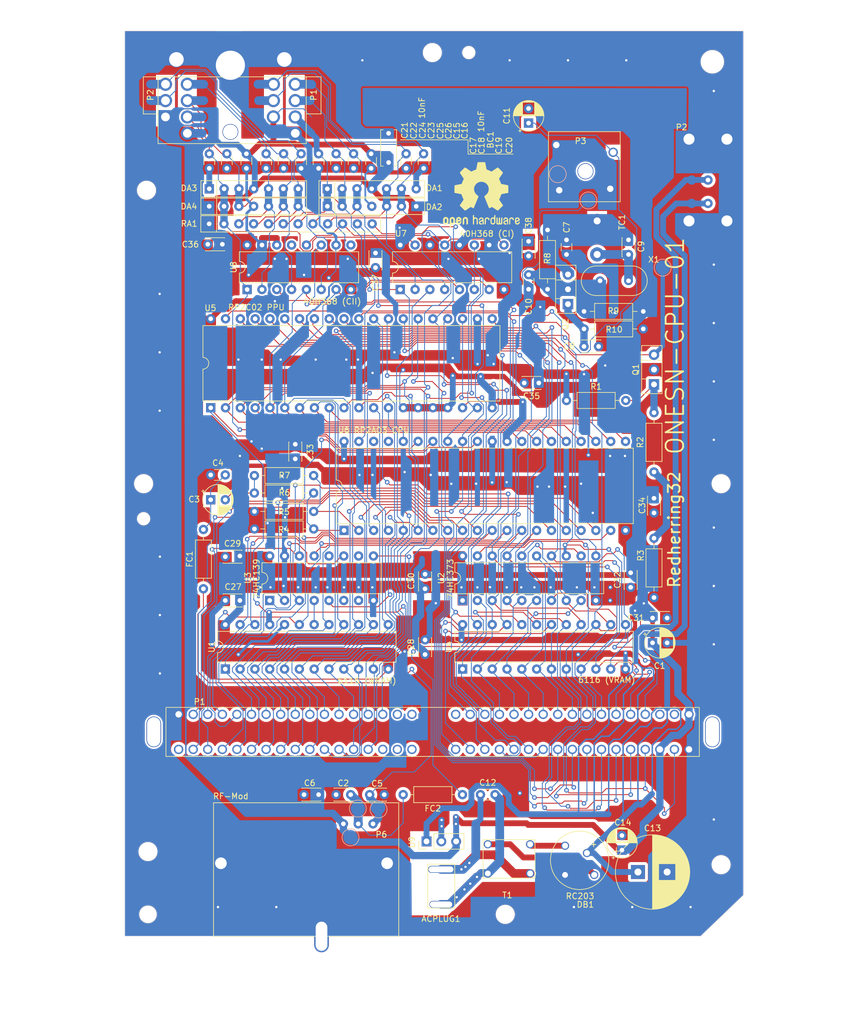
<source format=kicad_pcb>
(kicad_pcb (version 20241229) (generator "pcbnew") (generator_version "9.0")
  (layers (0 "F.Cu" signal) (2 "B.Cu" signal) (13 "F.Paste" user) (15 "B.Paste" user) (5 "F.SilkS" user) (7 "B.SilkS" user) (1 "F.Mask" user) (3 "B.Mask" user) (25 "Edge.Cuts" user))
  (net 0 "")
  (net 1 "/VCC")
  (net 2 "/GND")
  (net 3 "/VIDEO")
  (net 4 "Net-(C3-Pad2)")
  (net 5 "Net-(C3-Pad1)")
  (net 6 "/AUDIO")
  (net 7 "Net-(C9-Pad1)")
  (net 8 "/~{OE1}")
  (net 9 "/OUT-0")
  (net 10 "/4016-D0")
  (net 11 "/4016-D3")
  (net 12 "/4016-D4")
  (net 13 "/~{OE2}")
  (net 14 "/4017-D0")
  (net 15 "/4017-D3")
  (net 16 "/4017-D4")
  (net 17 "Net-(Q1-Pad1)")
  (net 18 "/SOUND-1")
  (net 19 "/SOUND-2")
  (net 20 "/~{NMI}")
  (net 21 "/~{IRQ}")
  (net 22 "/CPU-A8")
  (net 23 "/CPU-D2")
  (net 24 "/CPU-A9")
  (net 25 "/CPU-D1")
  (net 26 "/CPU-R~{W}")
  (net 27 "/CPU-D0")
  (net 28 "/CPU-A0")
  (net 29 "/CPU-A10")
  (net 30 "/CPU-A1")
  (net 31 "/WRAM-~{CE}")
  (net 32 "/CPU-A2")
  (net 33 "/CPU-D7")
  (net 34 "/CPU-A3")
  (net 35 "/CPU-D6")
  (net 36 "/CPU-A4")
  (net 37 "/CPU-D5")
  (net 38 "/CPU-A5")
  (net 39 "/CPU-D4")
  (net 40 "/CPU-A6")
  (net 41 "/CPU-D3")
  (net 42 "/CPU-A7")
  (net 43 "/PPU-A7")
  (net 44 "/PPU-A0")
  (net 45 "/PPU-D7")
  (net 46 "/PPU-D0")
  (net 47 "/PPU-D5")
  (net 48 "/PPU-D2")
  (net 49 "/PPU-A5")
  (net 50 "/PPU-A2")
  (net 51 "/PPU-A3")
  (net 52 "/PPU-A4")
  (net 53 "/PPU-D3")
  (net 54 "/PPU-D4")
  (net 55 "/PPU-D1")
  (net 56 "/PPU-D6")
  (net 57 "/PPU-A1")
  (net 58 "/PPU-A6")
  (net 59 "/ALE")
  (net 60 "Net-(U3-Pad7)")
  (net 61 "/M2")
  (net 62 "Net-(U3-Pad6)")
  (net 63 "/CPU-A15")
  (net 64 "/PPU-~{CE}")
  (net 65 "Net-(U3-Pad12)")
  (net 66 "Net-(U3-Pad1)")
  (net 67 "/CPU-A14")
  (net 68 "Net-(U3-Pad10)")
  (net 69 "/CPU-A13")
  (net 70 "/~{ROMSEL}")
  (net 71 "/PPU-A8")
  (net 72 "/PPU-A9")
  (net 73 "/PPU-~{WE}")
  (net 74 "/PPU-~{RD}")
  (net 75 "/VRAM-A10")
  (net 76 "/VRAM-~{CE}")
  (net 77 "/SYS-CLK")
  (net 78 "/PPU-A10")
  (net 79 "/PPU-A11")
  (net 80 "/PPU-A12")
  (net 81 "/PPU-A13")
  (net 82 "/OUT-1")
  (net 83 "/OUT-2")
  (net 84 "/CPU-A12")
  (net 85 "/CPU-A11")
  (net 86 "/~{RST}")
  (net 87 "Net-(C13-Pad1)")
  (net 88 "Net-(P2-Pad2)")
  (net 89 "/PPU-~{A13}")
  (net 90 "/EXP-7")
  (net 91 "/EXP-8")
  (net 92 "/EXP-9")
  (net 93 "/SYSTEM-CLK")
  (net 94 "/EXP-4")
  (net 95 "/EXP-1")
  (net 96 "/EXP-0")
  (net 97 "Net-(ACPLUG1-Pad2)")
  (net 98 "Net-(ACPLUG1-Pad1)")
  (net 99 "Net-(U8-Pad13)")
  (net 100 "Net-(U8-Pad9)")
  (net 101 "Net-(Q1-Pad3)")
  (net 102 "Net-(C8-Pad1)")
  (net 103 "Net-(C10-Pad2)")
  (net 104 "Net-(DB1-Pad3)")
  (net 105 "Net-(DB1-Pad4)")
  (net 106 "Net-(C7-Pad2)")
  (net 107 "Net-(P1-Pad35)")
  (net 108 "Net-(P1-Pad34)")
  (net 109 "Net-(FC2-Pad1)")
  (footprint "Resistor_THT:R_Array_SIP7" (layer "F.Cu") (at 34.75 -125)
    (property "Reference" "DA2")
    (property "Value" "UPA64H")
  )
  (footprint "Package_DIP:DIP-40_W15.24mm" (layer "F.Cu") (at 37.61 -69.5 90)
    (property "Reference" "U6")
    (property "Value" "RP2A03 CPU")
  )
  (footprint "Toploader:Controller Ports" (layer "F.Cu") (at 10.75 -137.5)
    (property "Reference" "P4")
    (property "Value" "Controller_Port")
  )
  (footprint "Package_DIP:DIP-24_W7.62mm" (layer "F.Cu") (at 17.25 -45.75 90)
    (property "Reference" "U1")
    (property "Value" "6116 (WRAM)")
  )
  (footprint "Package_DIP:DIP-20_W7.62mm" (layer "F.Cu") (at 57.93 -57.5 90)
    (property "Reference" "U2")
    (property "Value" "74HC373")
  )
  (footprint "Package_DIP:DIP-24_W7.62mm" (layer "F.Cu") (at 57.93 -45.75 90)
    (property "Reference" "U4")
    (property "Value" "6116 (VRAM)")
  )
  (footprint "Package_DIP:DIP-40_W15.24mm" (layer "F.Cu") (at 14.75 -90.5 90)
    (property "Reference" "U5")
    (property "Value" "RP2C02 PPU")
  )
  (footprint "Package_DIP:DIP-16_W7.62mm" (layer "F.Cu") (at 47.25 -110.75 90)
    (property "Reference" "U7")
    (property "Value" "40H368 (CI)")
  )
  (footprint "Package_DIP:DIP-16_W7.62mm" (layer "F.Cu") (at 21 -110.75 90)
    (property "Reference" "U8")
    (property "Value" "40H368 (CII)")
  )
  (footprint "Capacitor_THT:CP_Radial_D12.5mm_P5.00mm" (layer "F.Cu") (at 88 -11)
    (property "Reference" "C13")
    (property "Value" "1500uF")
  )
  (footprint "Toploader:Cart Connector" (layer "F.Cu") (at 9.25 -32)
    (property "Reference" "P1")
    (property "Value" "72-Pin Connector")
  )
  (footprint "Package_DIP:DIP-16_W7.62mm" (layer "F.Cu") (at 24.87 -57.5 90)
    (property "Reference" "U3")
    (property "Value" "74HC139")
  )
  (footprint "Crystal:Crystal_HC49-U_Vertical" (layer "F.Cu") (at 81.5 -112.25)
    (property "Reference" "X1")
    (property "Value" "21.47727 MHz")
  )
  (footprint "Capacitor_THT:CP_Radial_D5.0mm_P2.50mm" (layer "F.Cu") (at 90.5 -50.25)
    (property "Reference" "C1")
    (property "Value" "100uF")
  )
  (footprint "Capacitor_THT:C_Disc_D3.0mm_W2.0mm_P2.50mm" (layer "F.Cu") (at 36.25 -24.25)
    (property "Reference" "C2")
    (property "Value" "330pF")
  )
  (footprint "Capacitor_THT:CP_Radial_D5.0mm_P2.50mm" (layer "F.Cu") (at 14.75 -74.75)
    (property "Reference" "C3")
    (property "Value" "1uF")
  )
  (footprint "Capacitor_THT:C_Disc_D3.0mm_W2.0mm_P2.50mm" (layer "F.Cu") (at 42 -24.25)
    (property "Reference" "C5")
    (property "Value" "10nF")
  )
  (footprint "Capacitor_THT:C_Disc_D3.0mm_W2.0mm_P2.50mm" (layer "F.Cu") (at 30.75 -24.25)
    (property "Reference" "C6")
    (property "Value" "10nF")
  )
  (footprint "Capacitor_THT:C_Disc_D3.0mm_W1.6mm_P2.50mm" (layer "F.Cu") (at 75.75 -116.75 90)
    (property "Reference" "C7")
    (property "Value" "330pF")
  )
  (footprint "Capacitor_THT:C_Disc_D3.0mm_W2.0mm_P2.50mm" (layer "F.Cu") (at 78.75 -101)
    (property "Reference" "C8")
    (property "Value" "10nF")
  )
  (footprint "Capacitor_THT:C_Disc_D3.0mm_W2.0mm_P2.50mm" (layer "F.Cu") (at 86.38 -116.75 90)
    (property "Reference" "C9")
    (property "Value" "10pF")
  )
  (footprint "Capacitor_THT:C_Disc_D3.0mm_W1.6mm_P2.50mm" (layer "F.Cu") (at 69.25 -110.79 90)
    (property "Reference" "C10")
    (property "Value" "10nF")
  )
  (footprint "Capacitor_THT:CP_Radial_D5.0mm_P2.50mm" (layer "F.Cu") (at 69.25 -139.25 90)
    (property "Reference" "C11")
    (property "Value" "0.47uF")
  )
  (footprint "Capacitor_THT:C_Disc_D3.0mm_W1.6mm_P2.50mm" (layer "F.Cu") (at 61 -24.25)
    (property "Reference" "C12")
    (property "Value" "10nF")
  )
  (footprint "Capacitor_THT:C_Disc_D3.0mm_W2.0mm_P2.50mm" (layer "F.Cu") (at 17.25 -57.5)
    (property "Reference" "C27")
    (property "Value" "10nF")
  )
  (footprint "Capacitor_THT:C_Disc_D3.0mm_W2.0mm_P2.50mm" (layer "F.Cu") (at 51.5 -48.25 90)
    (property "Reference" "C28")
    (property "Value" "10nF")
  )
  (footprint "Capacitor_THT:C_Disc_D3.0mm_W2.0mm_P2.50mm" (layer "F.Cu") (at 51.5 -59.5 90)
    (property "Reference" "C30")
    (property "Value" "10nF")
  )
  (footprint "Capacitor_THT:C_Disc_D3.0mm_W2.0mm_P2.50mm" (layer "F.Cu") (at 93 -54.5 180)
    (property "Reference" "C31")
    (property "Value" "10nF")
  )
  (footprint "Capacitor_THT:C_Disc_D3.0mm_W2.0mm_P2.50mm" (layer "F.Cu") (at 14.25 -118.5)
    (property "Reference" "C36")
    (property "Value" "10nF")
  )
  (footprint "Capacitor_THT:C_Disc_D3.0mm_W2.0mm_P2.50mm" (layer "F.Cu") (at 43 -114.5 90)
    (property "Reference" "C37")
    (property "Value" "10nF")
  )
  (footprint "Capacitor_THT:C_Disc_D3.0mm_W2.0mm_P2.50mm" (layer "F.Cu") (at 69.25 -116.5 90)
    (property "Reference" "C38")
    (property "Value" "10nF")
  )
  (footprint "Resistor_THT:R_Array_SIP7" (layer "F.Cu") (at 34.74 -128)
    (property "Reference" "DA1")
    (property "Value" "DAN601")
  )
  (footprint "Resistor_THT:R_Array_SIP7" (layer "F.Cu") (at 14.51 -128)
    (property "Reference" "DA3")
    (property "Value" "DAN601")
  )
  (footprint "Resistor_THT:R_Array_SIP7" (layer "F.Cu") (at 14.5 -125)
    (property "Reference" "DA4")
    (property "Value" "UPA64H")
  )
  (footprint "Resistor_THT:R_Axial_DIN0207_L6.3mm_D2.5mm_P10.16mm_Horizontal" (layer "F.Cu") (at 57.91 -24.25 180)
    (property "Reference" "FC2")
    (property "Value" "Ferrite_Coil")
  )
  (footprint "Package_TO_SOT_THT:TO-126-3_Vertical" (layer "F.Cu") (at 90.75 -94.5 90)
    (property "Reference" "Q1")
    (property "Value" "2SA937")
  )
  (footprint "Package_TO_SOT_THT:TO-126-3_Vertical" (layer "F.Cu") (at 76 -108.25 90)
    (property "Reference" "Q2")
    (property "Value" "2SC2021")
  )
  (footprint "Resistor_THT:R_Axial_DIN0207_L6.3mm_D2.5mm_P10.16mm_Horizontal" (layer "F.Cu") (at 90.75 -79.5 90)
    (property "Reference" "R2")
    (property "Value" "430")
  )
  (footprint "Resistor_THT:R_Axial_DIN0207_L6.3mm_D2.5mm_P10.16mm_Horizontal" (layer "F.Cu") (at 22.25 -69.75)
    (property "Reference" "R4")
    (property "Value" "160")
  )
  (footprint "Resistor_THT:R_Axial_DIN0207_L6.3mm_D2.5mm_P10.16mm_Horizontal" (layer "F.Cu") (at 22.25 -72.75)
    (property "Reference" "R5")
    (property "Value" "160")
  )
  (footprint "Resistor_THT:R_Axial_DIN0207_L6.3mm_D2.5mm_P10.16mm_Horizontal" (layer "F.Cu") (at 22.24 -75.9)
    (property "Reference" "R6")
    (property "Value" "200")
  )
  (footprint "Resistor_THT:R_Axial_DIN0207_L6.3mm_D2.5mm_P10.16mm_Horizontal" (layer "F.Cu") (at 22.24 -78.89)
    (property "Reference" "R7")
    (property "Value" "100")
  )
  (footprint "Resistor_THT:R_Axial_DIN0207_L6.3mm_D2.5mm_P10.16mm_Horizontal" (layer "F.Cu") (at 72.5 -110.79 90)
    (property "Reference" "R8")
    (property "Value" "150K")
  )
  (footprint "Resistor_THT:R_Axial_DIN0207_L6.3mm_D2.5mm_P10.16mm_Horizontal" (layer "F.Cu") (at 78.75 -107)
    (property "Reference" "R9")
    (property "Value" "1.2K")
  )
  (footprint "Resistor_THT:R_Axial_DIN0207_L6.3mm_D2.5mm_P10.16mm_Horizontal" (layer "F.Cu") (at 78.75 -104)
    (property "Reference" "R10")
    (property "Value" "150")
  )
  (footprint "Resistor_THT:R_Array_SIP12" (layer "F.Cu") (at 14.49 -122)
    (property "Reference" "RA1")
    (property "Value" "12 x 10K")
  )
  (footprint "Toploader:TrimmerCap-THT" (layer "F.Cu") (at 81 -116.75 90)
    (property "Reference" "TC1")
    (property "Value" "30pF")
  )
  (footprint "Connector_PinHeader_2.54mm:PinHeader_1x03_P2.54mm_Vertical" (layer "F.Cu") (at 51.75 -16.24 90)
    (property "Reference" "U9")
    (property "Value" "L7805")
  )
  (footprint "Toploader:AC-JACK" (layer "F.Cu") (at 54.25 -5.45)
    (property "Reference" "ACPLUG1")
    (property "Value" " ")
  )
  (footprint "Toploader:RF-MOD" (layer "F.Cu") (at 37.5 -19.25)
    (property "Reference" "P6")
    (property "Value" "RF-Mod")
  )
  (footprint "Toploader:Inductor" (layer "F.Cu") (at 62.25 -10.75)
    (property "Reference" "T1")
    (property "Value" "08RB01")
  )
  (footprint "Toploader:Rectifier" (layer "F.Cu") (at 75.5 -10.5)
    (property "Reference" "DB1")
    (property "Value" "RC203")
  )
  (footprint "Resistor_THT:R_Axial_DIN0207_L6.3mm_D2.5mm_P10.16mm_Horizontal" (layer "F.Cu") (at 13.5 -59.5 90)
    (property "Reference" "FC1")
    (property "Value" "39u")
  )
  (footprint "Capacitor_THT:C_Disc_D3.0mm_W2.0mm_P2.50mm" (layer "F.Cu") (at 17.25 -65)
    (property "Reference" "C29")
    (property "Value" "10nF")
  )
  (footprint "Capacitor_THT:C_Disc_D3.0mm_W2.0mm_P2.50mm" (layer "F.Cu") (at 86.75 -59.75 90)
    (property "Reference" "C32")
    (property "Value" "10nF")
  )
  (footprint "Capacitor_THT:C_Disc_D3.0mm_W1.6mm_P2.50mm" (layer "F.Cu") (at 14.75 -79)
    (property "Reference" "C4")
    (property "Value" "220pF")
  )
  (footprint "Resistor_THT:R_Axial_DIN0207_L6.3mm_D2.5mm_P10.16mm_Horizontal" (layer "F.Cu") (at 90.75 -58 90)
    (property "Reference" "R3")
    (property "Value" "150")
  )
  (footprint "Capacitor_THT:C_Disc_D3.0mm_W2.0mm_P2.50mm" (layer "F.Cu") (at 90.75 -72.5 90)
    (property "Reference" "C34")
    (property "Value" "10nF")
  )
  (footprint "Capacitor_THT:C_Disc_D3.0mm_W2.0mm_P2.50mm" (layer "F.Cu") (at 29.25 -81.75 90)
    (property "Reference" "C33")
    (property "Value" "10nF")
  )
  (footprint "Resistor_THT:R_Axial_DIN0207_L6.3mm_D2.5mm_P10.16mm_Horizontal" (layer "F.Cu") (at 75.75 -91.75)
    (property "Reference" "R1")
    (property "Value" "510")
  )
  (footprint "Capacitor_THT:C_Disc_D3.0mm_W2.0mm_P2.50mm" (layer "F.Cu") (at 71 -94.75 180)
    (property "Reference" "C35")
    (property "Value" "10nF")
  )
  (footprint "Capacitor_THT:C_Disc_D6.0mm_W2.5mm_P5.00mm" (layer "F.Cu") (at 45.25 -137.5 -90)
    (property "Reference" "BC1")
    (property "Value" "10nF")
  )
  (footprint "Capacitor_THT:C_Disc_D3.0mm_W1.6mm_P2.50mm" (layer "F.Cu") (at 48.25 -134 -90)
    (property "Reference" "C19")
    (property "Value" "330pF")
  )
  (footprint "Capacitor_THT:C_Disc_D3.0mm_W1.6mm_P2.50mm" (layer "F.Cu") (at 51.25 -134 -90)
    (property "Reference" "C20")
    (property "Value" "330pF")
  )
  (footprint "Symbol:OSHW-Logo2_14.6x12mm_SilkScreen" (layer "F.Cu") (at 61.159 -127.012)
    (property "Reference" "REF**" (hide yes))
    (property "Value" "OSHW-Logo2_14.6x12mm_SilkScreen" (hide yes))
  )
  (footprint "Capacitor_THT:CP_Radial_D5.0mm_P2.50mm" (layer "F.Cu") (at 85.25 -14.75 90)
    (property "Reference" "C14")
    (property "Value" "1uF")
  )
  (footprint "Capacitor_THT:C_Disc_D3.0mm_W1.6mm_P2.50mm" (layer "F.Cu") (at 33.25 -134 -90)
    (property "Reference" "C15")
    (property "Value" "330pF")
  )
  (footprint "Capacitor_THT:C_Disc_D3.0mm_W1.6mm_P2.50mm" (layer "F.Cu") (at 36.25 -134 -90)
    (property "Reference" "C16")
    (property "Value" "330pF")
  )
  (footprint "Capacitor_THT:C_Disc_D3.0mm_W1.6mm_P2.50mm" (layer "F.Cu") (at 39.25 -134 -90)
    (property "Reference" "C17")
    (property "Value" "330pF")
  )
  (footprint "Capacitor_THT:C_Disc_D3.0mm_W1.6mm_P2.50mm" (layer "F.Cu") (at 42.25 -134 -90)
    (property "Reference" "C18")
    (property "Value" "10nF")
  )
  (footprint "Capacitor_THT:C_Disc_D3.0mm_W1.6mm_P2.50mm" (layer "F.Cu") (at 14.51 -134 -90)
    (property "Reference" "C21")
    (property "Value" "330pF")
  )
  (footprint "Capacitor_THT:C_Disc_D3.0mm_W1.6mm_P2.50mm" (layer "F.Cu") (at 17.52 -134 -90)
    (property "Reference" "C22")
    (property "Value" "330pF")
  )
  (footprint "Capacitor_THT:C_Disc_D3.0mm_W1.6mm_P2.50mm" (layer "F.Cu") (at 24.25 -134 -90)
    (property "Reference" "C23")
    (property "Value" "330pF")
  )
  (footprint "Capacitor_THT:C_Disc_D3.0mm_W1.6mm_P2.50mm" (layer "F.Cu") (at 20.87 -134 -90)
    (property "Reference" "C24")
    (property "Value" "10nF")
  )
  (footprint "Capacitor_THT:C_Disc_D3.0mm_W1.6mm_P2.50mm" (layer "F.Cu") (at 27.25 -134 -90)
    (property "Reference" "C25")
    (property "Value" "330pF")
  )
  (footprint "Capacitor_THT:C_Disc_D3.0mm_W1.6mm_P2.50mm" (layer "F.Cu") (at 30.25 -134 -90)
    (property "Reference" "C26")
    (property "Value" "330pF")
  )
  (footprint "Toploader:ResetSwitchV2" (layer "F.Cu") (at 83.749 -134.253)
    (property "Reference" "P3")
    (property "Value" "ResetSw")
  )
  (footprint "Toploader:PowerSwitchV2" (layer "F.Cu") (at 96.75 -122.5)
    (property "Reference" "P2")
    (property "Value" "PowerSw")
  )
  (footprint "TestPoint:TestPoint_Pad_D2.5mm" (layer "B.Cu") (at 79.5 -126)
    (property "Reference" " ")
    (property "Value" "TestPoint_Pad_D2.5mm")
  )
  (footprint "TestPoint:TestPoint_Pad_D2.5mm" (layer "B.Cu") (at 74.25 -130.5)
    (property "Reference" " ")
    (property "Value" "TestPoint_Pad_D2.5mm")
  )
  (footprint "TestPoint:TestPoint_Pad_D2.5mm" (layer "B.Cu") (at 92.25 -114.5)
    (property "Reference" " ")
    (property "Value" "TestPoint_Pad_D2.5mm")
  )
  (footprint "TestPoint:TestPoint_Pad_D2.5mm" (layer "B.Cu") (at 43.528 -21.726)
    (property "Reference" " ")
    (property "Value" "TestPoint_Pad_D2.5mm")
  )
  (footprint "TestPoint:TestPoint_Pad_D2.5mm" (layer "B.Cu") (at 39.98 -21.86)
    (property "Reference" " ")
    (property "Value" "TestPoint_Pad_D2.5mm")
  )
  (footprint "TestPoint:TestPoint_Pad_D2.5mm" (layer "B.Cu") (at 38.72 -16.93)
    (property "Reference" " ")
    (property "Value" "TestPoint_Pad_D2.5mm")
  )
  (gr_line (start 58.875 -133.939) (end 58.875 -136.387) (stroke (width 0.12)) (layer "F.SilkS"))
  (gr_line (start 58.875 -136.387) (end 47.259 -136.387) (stroke (width 0.12)) (layer "F.SilkS"))
  (gr_line (start 66.601 -133.939) (end 58.875 -133.939) (stroke (width 0.12)) (layer "F.SilkS"))
  (gr_line (start 106.0751 -7.05548) (end 106.0751 -155.02548) (stroke (width 0.05)) (layer "Edge.Cuts"))
  (gr_line (start 98.7451 -0.02548) (end 0.0251 -0.02548) (stroke (width 0.05)) (layer "Edge.Cuts"))
  (gr_circle (center 4 -14.5) (end 5.625 -14.5) (stroke (width 0.05)) (fill no) (layer "Edge.Cuts"))
  (gr_circle (center 102.25 -12.25) (end 103.875 -12.25) (stroke (width 0.05)) (fill no) (layer "Edge.Cuts"))
  (gr_circle (center 65.25 -3.75) (end 66.875 -3.75) (stroke (width 0.05)) (fill no) (layer "Edge.Cuts"))
  (gr_circle (center 3.25 -77.5) (end 4.875 -77.5) (stroke (width 0.05)) (fill no) (layer "Edge.Cuts"))
  (gr_circle (center 102.25 -77.5) (end 103.875 -77.5) (stroke (width 0.05)) (fill no) (layer "Edge.Cuts"))
  (gr_circle (center 3.75 -127.75) (end 5.375 -127.75) (stroke (width 0.05)) (fill no) (layer "Edge.Cuts"))
  (gr_circle (center 100.75 -149.75) (end 102.75 -149.75) (stroke (width 0.05)) (fill no) (layer "Edge.Cuts"))
  (gr_circle (center 52.75 -151.325) (end 54.375 -151.325) (stroke (width 0.05)) (fill no) (layer "Edge.Cuts"))
  (gr_circle (center 59 -151.325) (end 60.125 -151.325) (stroke (width 0.05)) (fill no) (layer "Edge.Cuts"))
  (gr_line (start 106.0751 -7.05548) (end 98.7451 -0.02548) (stroke (width 0.05)) (layer "Edge.Cuts"))
  (gr_circle (center 3.25 -71.5) (end 4.375 -71.5) (stroke (width 0.05)) (fill no) (layer "Edge.Cuts"))
  (gr_circle (center 4 -3.75) (end 5.5 -3.75) (stroke (width 0.05)) (fill no) (layer "Edge.Cuts"))
  (gr_line (start 0.0251 -155.02548) (end 106.0751 -155.02548) (stroke (width 0.05)) (layer "Edge.Cuts"))
  (gr_line (start 0.0251 -155.02548) (end 0.0251 -0.02548) (stroke (width 0.05)) (layer "Edge.Cuts"))
  (gr_text "+" (at 80.405 -15.786 0) (layer "F.SilkS") (effects (font (size 1 1))))
  (gr_text "ONESN-CPU-01" (at 94.37 -101.09 90) (layer "F.SilkS") (effects (font (size 3 3) (thickness 0.3))))
  (gr_text "Redherring32\n\n" (at 95.82 -69.63 90) (layer "F.SilkS") (effects (font (size 2 2) (thickness 0.3))))
  (segment (start 43.909999 -126.450001) (end 48.539999 -126.450001) (width 1) (layer "F.Cu") (net 1))
  (segment (start 57.87 -19.35) (end 56.79 -20.43) (width 1) (layer "F.Cu") (net 1))
  (segment (start 20.580001 -126.450001) (end 22.13 -128) (width 1) (layer "F.Cu") (net 1))
  (segment (start 90.5 -55.5) (end 89 -57) (width 0.75) (layer "F.Cu") (net 1))
  (segment (start 16.473 -107.463) (end 17.737682 -107.463) (width 1) (layer "F.Cu") (net 1))
  (segment (start 23.89 -129.76) (end 40.6 -129.76) (width 1) (layer "F.Cu") (net 1))
  (segment (start 51.5 -62) (end 51.64 -61.86) (width 1) (layer "F.Cu") (net 1))
  (segment (start 68.9 -19.35) (end 57.87 -19.35) (width 1) (layer "F.Cu") (net 1))
  (segment (start 25.144999 -135.724999) (end 23.185001 -135.724999) (width 1) (layer "F.Cu") (net 1))
  (segment (start 18.813998 -126.38) (end 18.883999 -126.450001) (width 1) (layer "F.Cu") (net 1))
  (segment (start 56.79 -19.23) (end 56.79 -20.43) (width 1) (layer "F.Cu") (net 1))
  (segment (start 42.25 -134) (end 40.68 -135.57) (width 1) (layer "F.Cu") (net 1))
  (segment (start 17.737682 -107.463) (end 19.024682 -108.75) (width 1) (layer "F.Cu") (net 1))
  (segment (start 43.75 -134) (end 42.25 -134) (width 1) (layer "F.Cu") (net 1))
  (segment (start 57.07 -53.37) (end 53.41 -57.03) (width 0.15) (layer "F.Cu") (net 1))
  (segment (start 25.5 -140.3) (end 25.5 -136.08) (width 1) (layer "F.Cu") (net 1))
  (segment (start 14.75 -105.74) (end 16.473 -107.463) (width 1) (layer "F.Cu") (net 1))
  (segment (start 19.163 -108.75) (end 25.75 -108.75) (width 1) (layer "F.Cu") (net 1))
  (segment (start 57.75 -53.37) (end 57.07 -53.37) (width 0.15) (layer "F.Cu") (net 1))
  (segment (start 42.36 -128) (end 43.909999 -126.450001) (width 1) (layer "F.Cu") (net 1))
  (segment (start 90.5 -50.25) (end 90.5 -54.5) (width 0.75) (layer "F.Cu") (net 1))
  (segment (start 23.185001 -135.724999) (end 21.460002 -134) (width 1) (layer "F.Cu") (net 1))
  (segment (start 29.31 -135.57) (end 29.155001 -135.724999) (width 1) (layer "F.Cu") (net 1))
  (segment (start 20.276001 -126.450001) (end 20.580001 -126.450001) (width 0.45) (layer "F.Cu") (net 1))
  (segment (start 40.6 -129.76) (end 42.36 -128) (width 1) (layer "F.Cu") (net 1))
  (segment (start 29.155001 -135.724999) (end 25.144999 -135.724999) (width 1) (layer "F.Cu") (net 1))
  (segment (start 22.13 -128) (end 23.89 -129.76) (width 1) (layer "F.Cu") (net 1))
  (segment (start 17.806002 -126.38) (end 18.813998 -126.38) (width 1) (layer "F.Cu") (net 1))
  (segment (start 15.88 -126.38) (end 16.273998 -126.38) (width 1) (layer "F.Cu") (net 1))
  (segment (start 53.41 -57.03) (end 53.34 -57.03) (width 0.15) (layer "F.Cu") (net 1))
  (segment (start 45.25 -132.5) (end 43.75 -134) (width 1) (layer "F.Cu") (net 1))
  (segment (start 25.5 -136.08) (end 25.144999 -135.724999) (width 1) (layer "F.Cu") (net 1))
  (segment (start 80.32 -19.06) (end 69.19 -19.06) (width 1) (layer "F.Cu") (net 1))
  (segment (start 19.024682 -108.75) (end 19.163 -108.75) (width 1) (layer "F.Cu") (net 1))
  (segment (start 86.36 -61.86) (end 86.75 -62.25) (width 1) (layer "F.Cu") (net 1))
  (segment (start 69.19 -19.06) (end 68.9 -19.35) (width 1) (layer "F.Cu") (net 1))
  (segment (start 20.346002 -126.38) (end 20.51 -126.38) (width 1) (layer "F.Cu") (net 1))
  (segment (start 85.25 -14.75) (end 84.63 -14.75) (width 1) (layer "F.Cu") (net 1))
  (segment (start 17.736001 -126.450001) (end 17.806002 -126.38) (width 1) (layer "F.Cu") (net 1))
  (segment (start 14.5 -125) (end 15.88 -126.38) (width 1) (layer "F.Cu") (net 1))
  (segment (start 16.343999 -126.450001) (end 17.736001 -126.450001) (width 1) (layer "F.Cu") (net 1))
  (segment (start 90.5 -54.5) (end 90.5 -55.5) (width 0.75) (layer "F.Cu") (net 1))
  (segment (start 48.539999 -126.450001) (end 49.99 -125) (width 1) (layer "F.Cu") (net 1))
  (segment (start 20.276001 -126.450001) (end 20.346002 -126.38) (width 1) (layer "F.Cu") (net 1))
  (segment (start 84.63 -14.75) (end 80.32 -19.06) (width 1) (layer "F.Cu") (net 1))
  (segment (start 51.64 -61.86) (end 86.36 -61.86) (width 1) (layer "F.Cu") (net 1))
  (segment (start 40.68 -135.57) (end 29.31 -135.57) (width 1) (layer "F.Cu") (net 1))
  (segment (start 16.273998 -126.38) (end 16.343999 -126.450001) (width 1) (layer "F.Cu") (net 1))
  (segment (start 21.460002 -134) (end 21.25 -134) (width 1) (layer "F.Cu") (net 1))
  (segment (start 18.883999 -126.450001) (end 20.276001 -126.450001) (width 1) (layer "F.Cu") (net 1))
  (via (at 21.75 -84.75) (size 0.8) (drill 0.4) (layers "F.Cu" "B.Cu") (net 1))
  (via (at 23.5 -83.5) (size 0.8) (drill 0.4) (layers "F.Cu" "B.Cu") (net 1))
  (via (at 37.61 -81.75) (size 0.8) (drill 0.4) (layers "F.Cu" "B.Cu") (net 1))
  (via (at 79.5 -82.4) (size 0.8) (drill 0.4) (layers "F.Cu" "B.Cu") (net 1))
  (via (at 83.22 -82.25) (size 0.8) (drill 0.4) (layers "F.Cu" "B.Cu") (net 1))
  (via (at 85.77 -82.25) (size 0.8) (drill 0.4) (layers "F.Cu" "B.Cu") (net 1))
  (via (at 60.5 -98) (size 0.8) (drill 0.4) (layers "F.Cu" "B.Cu") (net 1))
  (via (at 56.79 -19.23) (size 0.8) (drill 0.4) (layers "F.Cu" "B.Cu") (net 1))
  (via (at 23.5 -98.75) (size 0.8) (drill 0.4) (layers "F.Cu" "B.Cu") (net 1))
  (via (at 66 -117) (size 0.8) (drill 0.4) (layers "F.Cu" "B.Cu") (net 1))
  (via (at 25.75 -116.01) (size 0.8) (drill 0.4) (layers "F.Cu" "B.Cu") (net 1))
  (via (at 19.76 -82.25) (size 0.8) (drill 0.4) (layers "F.Cu" "B.Cu") (net 1))
  (via (at 38.25 -116.01) (size 0.8) (drill 0.4) (layers "F.Cu" "B.Cu") (net 1))
  (via (at 60.75 -116) (size 0.8) (drill 0.4) (layers "F.Cu" "B.Cu") (net 1))
  (via (at 89 -57) (size 0.8) (drill 0.4) (layers "F.Cu" "B.Cu") (net 1))
  (via (at 62.25 -99.5) (size 0.8) (drill 0.4) (layers "F.Cu" "B.Cu") (net 1))
  (via (at 47.13 -121.33) (size 0.8) (drill 0.4) (layers "F.Cu" "B.Cu") (net 1))
  (via (at 63.25 -98) (size 0.8) (drill 0.4) (layers "F.Cu" "B.Cu") (net 1))
  (via (at 82.39 -97.74) (size 0.8) (drill 0.4) (layers "F.Cu" "B.Cu") (net 1))
  (via (at 19.5 -98.75) (size 0.8) (drill 0.4) (layers "F.Cu" "B.Cu") (net 1))
  (via (at 38 -98.75) (size 0.8) (drill 0.4) (layers "F.Cu" "B.Cu") (net 1))
  (via (at 78.75 -96.25) (size 0.8) (drill 0.4) (layers "F.Cu" "B.Cu") (net 1))
  (via (at 48 -48.75) (size 0.8) (drill 0.4) (layers "F.Cu" "B.Cu") (net 1))
  (via (at 25.75 -108.75) (size 0.8) (drill 0.4) (layers "F.Cu" "B.Cu") (net 1))
  (via (at 55.51 -116) (size 0.8) (drill 0.4) (layers "F.Cu" "B.Cu") (net 1))
  (via (at 26.75 -98.75) (size 0.8) (drill 0.4) (layers "F.Cu" "B.Cu") (net 1))
  (via (at 87.5 -55.75) (size 0.8) (drill 0.4) (layers "F.Cu" "B.Cu") (net 1))
  (via (at 75.73 -96.31) (size 0.8) (drill 0.4) (layers "F.Cu" "B.Cu") (net 1))
  (via (at 32.75 -98.75) (size 0.8) (drill 0.4) (layers "F.Cu" "B.Cu") (net 1))
  (via (at 40 -98.75) (size 0.8) (drill 0.4) (layers "F.Cu" "B.Cu") (net 1))
  (via (at 53.34 -57.03) (size 0.8) (drill 0.4) (layers "F.Cu" "B.Cu") (net 1))
  (via (at 56.79 -20.43) (size 0.8) (drill 0.4) (layers "F.Cu" "B.Cu") (net 1))
  (via (at 57.75 -50.75) (size 0.8) (drill 0.4) (layers "F.Cu" "B.Cu") (net 1))
  (via (at 56.25 -99) (size 0.8) (drill 0.4) (layers "F.Cu" "B.Cu") (net 1))
  (via (at 46.25 -100) (size 0.8) (drill 0.4) (layers "F.Cu" "B.Cu") (net 1))
  (via (at 27.75 -116) (size 0.8) (drill 0.4) (layers "F.Cu" "B.Cu") (net 1))
  (segment (start 39.54 -16.12) (end 47.11 -16.12) (width 1.25) (layer "B.Cu") (net 1))
  (segment (start 29.25 -84.25) (end 26.17 -87.33) (width 0.3) (layer "B.Cu") (net 1))
  (segment (start 53.22 -62) (end 51.5 -62) (width 1) (layer "B.Cu") (net 1))
  (segment (start 56.83 -16.24) (end 56.83 -20.39) (width 1) (layer "B.Cu") (net 1))
  (segment (start 33.25 -24.25) (end 27.83 -29.67) (width 0.25) (layer "B.Cu") (net 1))
  (segment (start 79.5 -82.4) (end 79.5 -95.5) (width 0.3) (layer "B.Cu") (net 1))
  (segment (start 86.89 -15.39) (end 86.89 -15.38) (width 1.25) (layer "B.Cu") (net 1))
  (segment (start 79.5 -95.5) (end 78.75 -96.25) (width 0.3) (layer "B.Cu") (net 1))
  (segment (start 32.3 -107.28) (end 32.59 -107.28) (width 0.3) (layer "B.Cu") (net 1))
  (segment (start 19.75 -55.99) (end 19.75 -57.5) (width 1.25) (layer "B.Cu") (net 1))
  (segment (start 8.395 -141.695) (end 7 -140.3) (width 0.2) (layer "B.Cu") (net 1))
  (segment (start 26.75 -98.75) (end 26.2 -98.2) (width 0.15) (layer "B.Cu") (net 1))
  (segment (start 88.91 -17.41) (end 86.89 -15.39) (width 1.25) (layer "B.Cu") (net 1))
  (segment (start 56.83 -15.02) (end 56.83 -16.24) (width 1.25) (layer "B.Cu") (net 1))
  (segment (start 35.03 -111.17) (end 35.7 -111.84) (width 0.3) (layer "B.Cu") (net 1))
  (segment (start 86.89 -15.38) (end 86.26 -14.75) (width 1.25) (layer "B.Cu") (net 1))
  (segment (start 75.73 -91.77) (end 75.75 -91.75) (width 1) (layer "B.Cu") (net 1))
  (segment (start 91.75 -32.25) (end 93.9 -34.4) (width 1.25) (layer "B.Cu") (net 1))
  (segment (start 60.47 -105.74) (end 60.47 -98.19999) (width 1.25) (layer "B.Cu") (net 1))
  (segment (start 22.320001 -130.833999) (end 22.320001 -132.226001) (width 1) (layer "B.Cu") (net 1))
  (segment (start 31.22 -106.2) (end 32.3 -107.28) (width 0.3) (layer "B.Cu") (net 1))
  (segment (start 91.75 -32.25) (end 91.75 -22.08) (width 1.25) (layer "B.Cu") (net 1))
  (segment (start 22.13 -128) (end 22.3 -128.17) (width 1) (layer "B.Cu") (net 1))
  (segment (start 53.34 -62.12) (end 53.22 -62) (width 1) (layer "B.Cu") (net 1))
  (segment (start 90.5 -50.14) (end 90.5 -50.25) (width 1.25) (layer "B.Cu") (net 1))
  (segment (start 96.75 -36.11863) (end 96.75 -37.25) (width 1.25) (layer "B.Cu") (net 1))
  (segment (start 75.73 -96.31) (end 75.73 -91.77) (width 1) (layer "B.Cu") (net 1))
  (segment (start 37.18 -112.08) (end 38.25 -113.15) (width 0.3) (layer "B.Cu") (net 1))
  (segment (start 47.25 -118.37) (end 47.25 -121.21) (width 0.45) (layer "B.Cu") (net 1))
  (segment (start 47.11 -16.12) (end 49.42 -13.81) (width 1.25) (layer "B.Cu") (net 1))
  (segment (start 22.3 -132.6) (end 19.35 -135.55) (width 1) (layer "B.Cu") (net 1))
  (segment (start 15.6 -136.4) (end 15.6 -138.74) (width 1) (layer "B.Cu") (net 1))
  (segment (start 35.03 -109.72) (end 35.03 -111.17) (width 0.3) (layer "B.Cu") (net 1))
  (segment (start 38.25 -113.15) (end 38.25 -116.01) (width 0.3) (layer "B.Cu") (net 1))
  (segment (start 35.701998 -111.84) (end 35.941998 -112.08) (width 0.3) (layer "B.Cu") (net 1))
  (segment (start 26.17 -98.17) (end 26.75 -98.75) (width 0.3) (layer "B.Cu") (net 1))
  (segment (start 35.7 -111.84) (end 35.701998 -111.84) (width 0.3) (layer "B.Cu") (net 1))
  (segment (start 55.62 -13.81) (end 56.83 -15.02) (width 1.25) (layer "B.Cu") (net 1))
  (segment (start 53.34 -62.12) (end 53.34 -65.4) (width 1) (layer "B.Cu") (net 1))
  (segment (start 93.9 -34.4) (end 95.03137 -34.4) (width 1.25) (layer "B.Cu") (net 1))
  (segment (start 30.65 -141.7) (end 26.9 -141.7) (width 0.15) (layer "B.Cu") (net 1))
  (segment (start 22.3 -132.246002) (end 22.3 -132.6) (width 1) (layer "B.Cu") (net 1))
  (segment (start 26.9 -141.7) (end 25.5 -140.3) (width 0.15) (layer "B.Cu") (net 1))
  (segment (start 57.75 -50.75) (end 57.75 -53.37) (width 1) (layer "B.Cu") (net 1))
  (segment (start 53.34 -57.03) (end 52.299999 -55.989999) (width 1.5) (layer "B.Cu") (net 1))
  (segment (start 37.5 -19.25) (end 37.5 -18.16) (width 1.25) (layer "B.Cu") (net 1))
  (segment (start 15.464999 -138.875001) (end 8.424999 -138.875001) (width 0.2) (layer "B.Cu") (net 1))
  (segment (start 10.49 -40.3) (end 11.44 -41.25) (width 0.25) (layer "B.Cu") (net 1))
  (segment (start 94.84 -45.8) (end 90.5 -50.14) (width 1.25) (layer "B.Cu") (net 1))
  (segment (start 11.68 -29.67) (end 10.49 -30.86) (width 0.25) (layer "B.Cu") (net 1))
  (segment (start 22.320001 -132.226001) (end 22.3 -132.246002) (width 1) (layer "B.Cu") (net 1))
  (segment (start 22.3 -128.17) (end 22.3 -130.813998) (width 1) (layer "B.Cu") (net 1))
  (segment (start 10.49 -30.86) (end 10.49 -40.3) (width 0.25) (layer "B.Cu") (net 1))
  (segment (start 19.35 -135.55) (end 16.45 -135.55) (width 1) (layer "B.Cu") (net 1))
  (segment (start 96.75 -37.25) (end 96.75 -39.67) (width 1.25) (layer "B.Cu") (net 1))
  (segment (start 32.05 -140.3) (end 30.65 -141.7) (width 0.15) (layer "B.Cu") (net 1))
  (segment (start 16.45 -135.55) (end 15.6 -136.4) (width 1) (layer "B.Cu") (net 1))
  (segment (start 53.34 -57.03) (end 53.34 -62.12) (width 1) (layer "B.Cu") (net 1))
  (segment (start 22.3 -130.813998) (end 22.320001 -130.833999) (width 1) (layer "B.Cu") (net 1))
  (segment (start 17 -53.12) (end 17 -53.24) (width 1.25) (layer "B.Cu") (net 1))
  (segment (start 37.61 -81.75) (end 37.61 -84.74) (width 1) (layer "B.Cu") (net 1))
  (segment (start 26.75 -98.75) (end 31.22 -103.22) (width 0.3) (layer "B.Cu") (net 1))
  (segment (start 56.83 -20.39) (end 56.79 -20.43) (width 1) (layer "B.Cu") (net 1))
  (segment (start 15.6 -141.53) (end 15.435 -141.695) (width 0.15) (layer "B.Cu") (net 1))
  (segment (start 95.03137 -34.4) (end 96.75 -36.11863) (width 1.25) (layer "B.Cu") (net 1))
  (segment (start 15.6 -138.74) (end 15.6 -141.53) (width 1) (layer "B.Cu") (net 1))
  (segment (start 88.91 -19.24) (end 88.91 -17.41) (width 1.25) (layer "B.Cu") (net 1))
  (segment (start 26.17 -87.33) (end 26.17 -98.17) (width 0.3) (layer "B.Cu") (net 1))
  (segment (start 15.435 -141.695) (end 8.395 -141.695) (width 0.2) (layer "B.Cu") (net 1))
  (segment (start 15.6 -138.74) (end 15.464999 -138.875001) (width 0.2) (layer "B.Cu") (net 1))
  (segment (start 51.5 -50.75) (end 52.299999 -51.549999) (width 1) (layer "B.Cu") (net 1))
  (segment (start 49.42 -13.81) (end 55.62 -13.81) (width 1.25) (layer "B.Cu") (net 1))
  (segment (start 94.84 -41.58) (end 94.84 -45.8) (width 1.25) (layer "B.Cu") (net 1))
  (segment (start 35.941998 -112.08) (end 37.18 -112.08) (width 0.3) (layer "B.Cu") (net 1))
  (segment (start 33.6 -21.05) (end 35.7 -21.05) (width 1.25) (layer "B.Cu") (net 1))
  (segment (start 96.75 -39.67) (end 94.84 -41.58) (width 1.25) (layer "B.Cu") (net 1))
  (segment (start 33.25 -21.4) (end 33.6 -21.05) (width 1.25) (layer "B.Cu") (net 1))
  (segment (start 32.59 -107.28) (end 35.03 -109.72) (width 0.3) (layer "B.Cu") (net 1))
  (segment (start 14.63 -82.25) (end 19.76 -82.25) (width 0.25) (layer "B.Cu") (net 1))
  (segment (start 11.44 -79.06) (end 14.63 -82.25) (width 0.25) (layer "B.Cu") (net 1))
  (segment (start 8.424999 -138.875001) (end 7 -140.3) (width 0.2) (layer "B.Cu") (net 1))
  (segment (start 53.34 -57.03) (end 53.34 -65.4) (width 1.5) (layer "B.Cu") (net 1))
  (segment (start 31.22 -103.22) (end 31.22 -106.2) (width 0.3) (layer "B.Cu") (net 1))
  (segment (start 11.44 -41.25) (end 11.44 -79.06) (width 0.25) (layer "B.Cu") (net 1))
  (segment (start 52.299999 -51.549999) (end 52.299999 -55.989999) (width 1) (layer "B.Cu") (net 1))
  (segment (start 17 -53.24) (end 19.75 -55.99) (width 1.25) (layer "B.Cu") (net 1))
  (segment (start 86.26 -14.75) (end 85.25 -14.75) (width 1.25) (layer "B.Cu") (net 1))
  (segment (start 27.83 -29.67) (end 11.68 -29.67) (width 0.25) (layer "B.Cu") (net 1))
  (segment (start 35.7 -21.05) (end 37.5 -19.25) (width 1.25) (layer "B.Cu") (net 1))
  (segment (start 33.25 -24.25) (end 33.25 -21.4) (width 1.25) (layer "B.Cu") (net 1))
  (segment (start 91.75 -22.08) (end 88.91 -19.24) (width 1.25) (layer "B.Cu") (net 1))
  (segment (start 37.5 -18.16) (end 39.54 -16.12) (width 1.25) (layer "B.Cu") (net 1))
  (segment (start 47.25 -121.21) (end 47.13 -121.33) (width 0.45) (layer "B.Cu") (net 1))
  (segment (start 52.85 -90.5) (end 55.39 -90.5) (width 1.25) (layer "F.Cu") (net 2))
  (segment (start 43.47 -44.03) (end 15.89 -44.03) (width 0.15) (layer "F.Cu") (net 2))
  (segment (start 47.77 -90.5) (end 50.31 -90.5) (width 1.25) (layer "F.Cu") (net 2))
  (segment (start 50.31 -90.5) (end 52.85 -90.5) (width 1.25) (layer "F.Cu") (net 2))
  (segment (start 75.5 -6.52) (end 77.02 -5) (width 1) (layer "F.Cu") (net 2))
  (segment (start 23.54 -118.37) (end 23.54 -119.58) (width 1) (layer "F.Cu") (net 2))
  (segment (start 15 -44.92) (end 15 -50) (width 0.15) (layer "F.Cu") (net 2))
  (segment (start 26.08 -119.58) (end 26.08 -118.37) (width 1) (layer "F.Cu") (net 2))
  (segment (start 23.54 -119.58) (end 26.08 -119.58) (width 1) (layer "F.Cu") (net 2))
  (segment (start 44.94 -45.5) (end 43.47 -44.03) (width 0.15) (layer "F.Cu") (net 2))
  (segment (start 15.89 -44.03) (end 15 -44.92) (width 0.15) (layer "F.Cu") (net 2))
  (segment (start 75.5 -10.5) (end 75.5 -6.52) (width 1) (layer "F.Cu") (net 2))
  (via (at 101 -105.01) (size 0.8) (drill 0.4) (layers "F.Cu" "B.Cu") (net 2))
  (via (at 101 -95.01) (size 0.8) (drill 0.4) (layers "F.Cu" "B.Cu") (net 2))
  (via (at 101 -85.01) (size 0.8) (drill 0.4) (layers "F.Cu" "B.Cu") (net 2))
  (via (at 101 -59.99) (size 0.8) (drill 0.4) (layers "F.Cu" "B.Cu") (net 2))
  (via (at 101 -49.99) (size 0.8) (drill 0.4) (layers "F.Cu" "B.Cu") (net 2))
  (via (at 87.02 -5) (size 0.8) (drill 0.4) (layers "F.Cu" "B.Cu") (net 2))
  (via (at 97.02 -5) (size 0.8) (drill 0.4) (layers "F.Cu" "B.Cu") (net 2))
  (via (at 26 -5) (size 0.8) (drill 0.4) (layers "F.Cu" "B.Cu") (net 2))
  (via (at 6.04 -55) (size 0.8) (drill 0.4) (layers "F.Cu" "B.Cu") (net 2))
  (via (at 6.04 -65) (size 0.8) (drill 0.4) (layers "F.Cu" "B.Cu") (net 2))
  (via (at 6 -100) (size 0.8) (drill 0.4) (layers "F.Cu" "B.Cu") (net 2))
  (via (at 6 -110) (size 0.8) (drill 0.4) (layers "F.Cu" "B.Cu") (net 2))
  (via (at 27.5 -69.75) (size 0.8) (drill 0.4) (layers "F.Cu" "B.Cu") (net 2))
  (via (at 27.5 -71.75) (size 0.8) (drill 0.4) (layers "F.Cu" "B.Cu") (net 2))
  (via (at 70.77 -77) (size 0.8) (drill 0.4) (layers "F.Cu" "B.Cu") (net 2))
  (via (at 24.5 -70.75) (size 0.8) (drill 0.4) (layers "F.Cu" "B.Cu") (net 2))
  (via (at 65.49 -77.75) (size 0.8) (drill 0.4) (layers "F.Cu" "B.Cu") (net 2))
  (via (at 71.25 -107.76) (size 0.8) (drill 0.4) (layers "F.Cu" "B.Cu") (net 2))
  (via (at 72.75 -77) (size 0.8) (drill 0.4) (layers "F.Cu" "B.Cu") (net 2))
  (via (at 32.75 -59.75) (size 0.8) (drill 0.4) (layers "F.Cu" "B.Cu") (net 2))
  (via (at 77.02 -5) (size 0.8) (drill 0.4) (layers "F.Cu" "B.Cu") (net 2))
  (via (at 76 -150) (size 0.8) (drill 0.4) (layers "F.Cu" "B.Cu") (net 2))
  (via (at 61.032 -95.858) (size 0.8) (drill 0.4) (layers "F.Cu" "B.Cu") (net 2))
  (via (at 40.25 -78.99) (size 0.8) (drill 0.4) (layers "F.Cu" "B.Cu") (net 2))
  (via (at 21.26 -113.25) (size 0.8) (drill 0.4) (layers "F.Cu" "B.Cu") (net 2))
  (via (at 27 -78.75) (size 0.8) (drill 0.4) (layers "F.Cu" "B.Cu") (net 2))
  (via (at 16 -5) (size 0.8) (drill 0.4) (layers "F.Cu" "B.Cu") (net 2))
  (via (at 83.26 -59.75) (size 0.8) (drill 0.4) (layers "F.Cu" "B.Cu") (net 2))
  (via (at 65.5 -59.75) (size 0.8) (drill 0.4) (layers "F.Cu" "B.Cu") (net 2))
  (via (at 80.25 -72.5) (size 0.8) (drill 0.4) (layers "F.Cu" "B.Cu") (net 2))
  (via (at 40.11 -59.76) (size 0.8) (drill 0.4) (layers "F.Cu" "B.Cu") (net 2))
  (via (at 84.01 -106.75) (size 0.8) (drill 0.4) (layers "F.Cu" "B.Cu") (net 2))
  (via (at 75.52 -77) (size 0.8) (drill 0.4) (layers "F.Cu" "B.Cu") (net 2))
  (via (at 19.5 -48.25) (size 0.8) (drill 0.4) (layers "F.Cu" "B.Cu") (net 2))
  (via (at 101 -69.99) (size 0.8) (drill 0.4) (layers "F.Cu" "B.Cu") (net 2))
  (via (at 62.64 -59.78) (size 0.8) (drill 0.4) (layers "F.Cu" "B.Cu") (net 2))
  (via (at 66 -150) (size 0.8) (drill 0.4) (layers "F.Cu" "B.Cu") (net 2))
  (via (at 80.53 -59.75) (size 0.8) (drill 0.4) (layers "F.Cu" "B.Cu") (net 2))
  (via (at 27.25 -59.99) (size 0.8) (drill 0.4) (layers "F.Cu" "B.Cu") (net 2))
  (via (at 54.34 -19.9) (size 0.8) (drill 0.4) (layers "F.Cu" "B.Cu") (net 2))
  (via (at 35 -112.75) (size 0.8) (drill 0.4) (layers "F.Cu" "B.Cu") (net 2))
  (via (at 6.04 -45) (size 0.8) (drill 0.4) (layers "F.Cu" "B.Cu") (net 2))
  (via (at 56.25 -96) (size 0.8) (drill 0.4) (layers "F.Cu" "B.Cu") (net 2))
  (via (at 101 -19.99) (size 0.8) (drill 0.4) (layers "F.Cu" "B.Cu") (net 2))
  (via (at 101 -144.75) (size 0.8) (drill 0.4) (layers "F.Cu" "B.Cu") (net 2))
  (via (at 47.75 -96.98) (size 0.8) (drill 0.4) (layers "F.Cu" "B.Cu") (net 2))
  (via (at 27 -76.75) (size 0.8) (drill 0.4) (layers "F.Cu" "B.Cu") (net 2))
  (via (at 63 -77.71) (size 0.8) (drill 0.4) (layers "F.Cu" "B.Cu") (net 2))
  (via (at 60.47 -59.75) (size 0.8) (drill 0.4) (layers "F.Cu" "B.Cu") (net 2))
  (via (at 83.25 -57.5) (size 0.8) (drill 0.4) (layers "F.Cu" "B.Cu") (net 2))
  (via (at 78.25 -77.5) (size 0.8) (drill 0.4) (layers "F.Cu" "B.Cu") (net 2))
  (via (at 52.48 -79) (size 0.8) (drill 0.4) (layers "F.Cu" "B.Cu") (net 2))
  (via (at 67.75 -24.5) (size 0.8) (drill 0.4) (layers "F.Cu" "B.Cu") (net 2))
  (via (at 34.76 -59.75) (size 0.8) (drill 0.4) (layers "F.Cu" "B.Cu") (net 2))
  (via (at 42.5 -96.47) (size 0.8) (drill 0.4) (layers "F.Cu" "B.Cu") (net 2))
  (via (at 56 -77.48) (size 0.8) (drill 0.4) (layers "F.Cu" "B.Cu") (net 2))
  (via (at 40.75 -150) (size 0.8) (drill 0.4) (layers "F.Cu" "B.Cu") (net 2))
  (via (at 60.26 -77.5) (size 0.8) (drill 0.4) (layers "F.Cu" "B.Cu") (net 2))
  (via (at 70.25 -59.75) (size 0.8) (drill 0.4) (layers "F.Cu" "B.Cu") (net 2))
  (via (at 42.49 -79) (size 0.8) (drill 0.4) (layers "F.Cu" "B.Cu") (net 2))
  (via (at 54.34 -18.84) (size 0.8) (drill 0.4) (layers "F.Cu" "B.Cu") (net 2))
  (via (at 86 -150) (size 0.8) (drill 0.4) (layers "F.Cu" "B.Cu") (net 2))
  (via (at 77.52 -59.75) (size 0.8) (drill 0.4) (layers "F.Cu" "B.Cu") (net 2))
  (via (at 101 -115.01) (size 0.8) (drill 0.4) (layers "F.Cu" "B.Cu") (net 2))
  (via (at 48 -79.49) (size 0.8) (drill 0.4) (layers "F.Cu" "B.Cu") (net 2))
  (via (at 6 -90) (size 0.8) (drill 0.4) (layers "F.Cu" "B.Cu") (net 2))
  (via (at 85.87 -48.5) (size 0.8) (drill 0.4) (layers "F.Cu" "B.Cu") (net 2))
  (via (at 15 -50) (size 0.8) (drill 0.4) (layers "F.Cu" "B.Cu") (net 2))
  (via (at 42.47 -59.75) (size 0.8) (drill 0.4) (layers "F.Cu" "B.Cu") (net 2))
  (via (at 30.75 -113.25) (size 0.8) (drill 0.4) (layers "F.Cu" "B.Cu") (net 2))
  (via (at 73.02 -59.75) (size 0.8) (drill 0.4) (layers "F.Cu" "B.Cu") (net 2))
  (via (at 57.74 -59.75) (size 0.8) (drill 0.4) (layers "F.Cu" "B.Cu") (net 2))
  (via (at 23.25 -59.75) (size 0.8) (drill 0.4) (layers "F.Cu" "B.Cu") (net 2))
  (via (at 67.99 -59.75) (size 0.8) (drill 0.4) (layers "F.Cu" "B.Cu") (net 2))
  (via (at 77.75 -48.25) (size 0.8) (drill 0.4) (layers "F.Cu" "B.Cu") (net 2))
  (via (at 37.61 -59.75) (size 0.8) (drill 0.4) (layers "F.Cu" "B.Cu") (net 2))
  (via (at 29.75 -59.76) (size 0.8) (drill 0.4) (layers "F.Cu" "B.Cu") (net 2))
  (via (at 25 -59.75) (size 0.8) (drill 0.4) (layers "F.Cu" "B.Cu") (net 2))
  (segment (start 15 -50) (end 15 -55.224682) (width 1) (layer "B.Cu") (net 2))
  (segment (start 51.25 -131.5) (end 51.22 -131.5) (width 1) (layer "B.Cu") (net 2))
  (segment (start 15 -55.25) (end 17.25 -57.5) (width 0.5) (layer "B.Cu") (net 2))
  (segment (start 16.515008 -56.765008) (end 17.25 -57.5) (width 1) (layer "B.Cu") (net 2))
  (segment (start 35.66 -120.42) (end 34.93 -120.42) (width 0.45) (layer "B.Cu") (net 2))
  (segment (start 36.24 -118.37) (end 36.24 -119.84) (width 0.45) (layer "B.Cu") (net 2))
  (segment (start 19.5 -48.25) (end 21.75 -50.5) (width 0.45) (layer "B.Cu") (net 2))
  (segment (start 47.77 -90.5) (end 47.17 -91.1) (width 0.15) (layer "B.Cu") (net 2))
  (segment (start 22.12 -125) (end 20.92 -126.2) (width 0.45) (layer "B.Cu") (net 2))
  (segment (start 47.17 -96.4) (end 47.75 -96.98) (width 0.15) (layer "B.Cu") (net 2))
  (segment (start 50.049999 -59.900001) (end 50.049999 -60.739999) (width 1) (layer "B.Cu") (net 2))
  (segment (start 16.515008 -56.73969) (end 16.515008 -56.765008) (width 1) (layer "B.Cu") (net 2))
  (segment (start 51.22 -131.5) (end 49.99 -130.27) (width 1) (layer "B.Cu") (net 2))
  (segment (start 20.934999 -123.814999) (end 22.12 -125) (width 0.45) (layer "B.Cu") (net 2))
  (segment (start 50.743999 -49.174999) (end 49.924999 -49.993999) (width 1.25) (layer "B.Cu") (net 2))
  (segment (start 49.924999 -49.993999) (end 49.924999 -50.178999) (width 1.25) (layer "B.Cu") (net 2))
  (segment (start 28.75 -5) (end 33.42451 -0.32549) (width 0.15) (layer "B.Cu") (net 2))
  (segment (start 50.049999 -59.290001) (end 50.049999 -59.900001) (width 1) (layer "B.Cu") (net 2))
  (segment (start 56.25 -91.36) (end 56.25 -96) (width 1) (layer "B.Cu") (net 2))
  (segment (start 31.700001 -135.049999) (end 31.700001 -132.950001) (width 1) (layer "B.Cu") (net 2))
  (segment (start 33.41 -131.34) (end 33.25 -131.5) (width 0.3) (layer "B.Cu") (net 2))
  (segment (start 41.259999 -126.110001) (end 41.259999 -130.509999) (width 0.3) (layer "B.Cu") (net 2))
  (segment (start 50.928999 -49.174999) (end 50.743999 -49.174999) (width 1.25) (layer "B.Cu") (net 2))
  (segment (start 85.87 -45.75) (end 85.87 -48.5) (width 0.75) (layer "B.Cu") (net 2))
  (segment (start 50.67 -58.67) (end 51.5 -59.5) (width 1) (layer "B.Cu") (net 2))
  (segment (start 36.24 -119.84) (end 35.66 -120.42) (width 0.45) (layer "B.Cu") (net 2))
  (segment (start 23.54 -118.37) (end 20.934999 -120.975001) (width 0.45) (layer "B.Cu") (net 2))
  (segment (start 49.99 -130.27) (end 49.99 -128.01) (width 1) (layer "B.Cu") (net 2))
  (segment (start 15 -55.224682) (end 16.515008 -56.73969) (width 1) (layer "B.Cu") (net 2))
  (segment (start 10.75 -137.5) (end 13.29 -137.5) (width 1.5) (layer "B.Cu") (net 2))
  (segment (start 24.54 -50.5) (end 27.41 -53.37) (width 0.45) (layer "B.Cu") (net 2))
  (segment (start 100.74 -50.25) (end 101 -49.99) (width 1) (layer "B.Cu") (net 2))
  (segment (start 20.934999 -120.975001) (end 20.934999 -123.814999) (width 0.45) (layer "B.Cu") (net 2))
  (segment (start 31.700001 -132.950001) (end 30.25 -131.5) (width 1) (layer "B.Cu") (net 2))
  (segment (start 51.5 -48.603998) (end 50.928999 -49.174999) (width 1.25) (layer "B.Cu") (net 2))
  (segment (start 14.51 -128) (end 14.51 -130.76) (width 1) (layer "B.Cu") (net 2))
  (segment (start 36.2 -113.95) (end 36.2 -118.33) (width 0.15) (layer "B.Cu") (net 2))
  (segment (start 50.47 -58.86) (end 50.275 -59.055) (width 1) (layer "B.Cu") (net 2))
  (segment (start 49.888 -50.215998) (end 49.888 -54.158) (width 1.25) (layer "B.Cu") (net 2))
  (segment (start 34.93 -120.42) (end 34.761998 -120.42) (width 0.3) (layer "B.Cu") (net 2))
  (segment (start 21.75 -50.5) (end 24.54 -50.5) (width 0.45) (layer "B.Cu") (net 2))
  (segment (start 50.049999 -60.739999) (end 50.260001 -60.739999) (width 1) (layer "B.Cu") (net 2))
  (segment (start 35 -112.75) (end 36.2 -113.95) (width 0.15) (layer "B.Cu") (net 2))
  (segment (start 15 -55.224682) (end 15.012659 -55.237341) (width 1) (layer "B.Cu") (net 2))
  (segment (start 55.39 -90.5) (end 56.25 -91.36) (width 1) (layer "B.Cu") (net 2))
  (segment (start 34.761998 -120.42) (end 33.41 -121.771998) (width 0.3) (layer "B.Cu") (net 2))
  (segment (start 50.45 -59.5) (end 50.275 -59.675) (width 1) (layer "B.Cu") (net 2))
  (segment (start 47.17 -91.1) (end 47.17 -96.4) (width 0.15) (layer "B.Cu") (net 2))
  (segment (start 33.41 -121.771998) (end 33.41 -131.34) (width 0.3) (layer "B.Cu") (net 2))
  (segment (start 63.01 -93.118315) (end 61.032 -95.096315) (width 1.25) (layer "B.Cu") (net 2))
  (segment (start 54.29 -16.24) (end 54.29 -19.85) (width 1) (layer "B.Cu") (net 2))
  (segment (start 20.92 -131.17) (end 21.25 -131.5) (width 0.45) (layer "B.Cu") (net 2))
  (segment (start 29.25 -137.5) (end 31.700001 -135.049999) (width 1) (layer "B.Cu") (net 2))
  (segment (start 50.72 -54.99) (end 50.72 -58.62) (width 1.25) (layer "B.Cu") (net 2))
  (segment (start 61.032 -95.096315) (end 61.032 -95.858) (width 1.25) (layer "B.Cu") (net 2))
  (segment (start 50.72 -58.62) (end 50.67 -58.67) (width 1) (layer "B.Cu") (net 2))
  (segment (start 49.924999 -50.178999) (end 49.888 -50.215998) (width 1.25) (layer "B.Cu") (net 2))
  (segment (start 26 -5) (end 28.75 -5) (width 0.15) (layer "B.Cu") (net 2))
  (segment (start 36.2 -118.33) (end 36.24 -118.37) (width 0.15) (layer "B.Cu") (net 2))
  (segment (start 42.37 -125) (end 41.259999 -126.110001) (width 0.3) (layer "B.Cu") (net 2))
  (segment (start 49.888 -54.158) (end 50.72 -54.99) (width 1.25) (layer "B.Cu") (net 2))
  (segment (start 50.275 -59.675) (end 50.049999 -59.900001) (width 1) (layer "B.Cu") (net 2))
  (segment (start 50.275 -59.055) (end 50.275 -59.675) (width 1) (layer "B.Cu") (net 2))
  (segment (start 50.963998 -63.61) (end 50.963998 -64.646002) (width 1) (layer "B.Cu") (net 2))
  (segment (start 54.29 -19.85) (end 54.34 -19.9) (width 1) (layer "B.Cu") (net 2))
  (segment (start 50.260001 -60.739999) (end 51.5 -59.5) (width 1) (layer "B.Cu") (net 2))
  (segment (start 93 -50.25) (end 100.74 -50.25) (width 1) (layer "B.Cu") (net 2))
  (segment (start 51.5 -59.5) (end 50.45 -59.5) (width 1) (layer "B.Cu") (net 2))
  (segment (start 63.01 -90.5) (end 63.01 -93.118315) (width 1.25) (layer "B.Cu") (net 2))
  (segment (start 50.049999 -62.696001) (end 50.963998 -63.61) (width 1) (layer "B.Cu") (net 2))
  (segment (start 50.049999 -60.739999) (end 50.049999 -62.696001) (width 1) (layer "B.Cu") (net 2))
  (segment (start 51.5 -48.25) (end 51.5 -48.603998) (width 1) (layer "B.Cu") (net 2))
  (segment (start 49.99 -128.01) (end 49.98 -128) (width 1) (layer "B.Cu") (net 2))
  (segment (start 15 -50) (end 15 -55.25) (width 0.5) (layer "B.Cu") (net 2))
  (segment (start 63.01 -84.74) (end 63.01 -77.72) (width 1) (layer "B.Cu") (net 2))
  (segment (start 20.92 -126.2) (end 20.92 -131.17) (width 0.45) (layer "B.Cu") (net 2))
  (segment (start 63.01 -77.72) (end 63 -77.71) (width 1) (layer "B.Cu") (net 2))
  (segment (start 50.67 -58.67) (end 50.049999 -59.290001) (width 1) (layer "B.Cu") (net 2))
  (segment (start 41.259999 -130.509999) (end 42.25 -131.5) (width 0.3) (layer "B.Cu") (net 2))
  (segment (start 47.75 -19.41) (end 47.75 -24.25) (width 0.15) (layer "B.Cu") (net 3))
  (segment (start 40.04 -22.96) (end 38.75 -24.25) (width 1.5) (layer "B.Cu") (net 3))
  (segment (start 40.04 -19.25) (end 40.04 -22.96) (width 1.5) (layer "B.Cu") (net 3))
  (segment (start 40.04 -19.25) (end 42 -17.29) (width 0.15) (layer "B.Cu") (net 3))
  (segment (start 45.63 -17.29) (end 47.75 -19.41) (width 0.15) (layer "B.Cu") (net 3))
  (segment (start 42 -17.29) (end 45.63 -17.29) (width 0.15) (layer "B.Cu") (net 3))
  (segment (start 17.25 -74.75) (end 18.4 -75.9) (width 0.15) (layer "F.Cu") (net 4))
  (segment (start 18.4 -75.9) (end 22.24 -75.9) (width 0.15) (layer "F.Cu") (net 4))
  (segment (start 22.25 -76.88137) (end 22.25 -78.75) (width 0.15) (layer "B.Cu") (net 4))
  (segment (start 22.25 -75.75) (end 22.25 -76.88137) (width 0.15) (layer "B.Cu") (net 4))
  (segment (start 14.75 -70.91) (end 13.5 -69.66) (width 0.15) (layer "B.Cu") (net 5))
  (segment (start 14.75 -76.5) (end 14.75 -74.75) (width 0.15) (layer "B.Cu") (net 5))
  (segment (start 14.75 -74.75) (end 14.75 -70.91) (width 0.15) (layer "B.Cu") (net 5))
  (segment (start 17.25 -79) (end 14.75 -76.5) (width 0.15) (layer "B.Cu") (net 5))
  (segment (start 12.55 -55.15) (end 13.5 -56.1) (width 0.15) (layer "F.Cu") (net 6))
  (segment (start 12.55 -45.33) (end 12.55 -55.15) (width 0.15) (layer "F.Cu") (net 6))
  (segment (start 46.91 -43.41) (end 14.47 -43.41) (width 0.15) (layer "F.Cu") (net 6))
  (segment (start 13.5 -56.1) (end 13.5 -59.5) (width 0.15) (layer "F.Cu") (net 6))
  (segment (start 14.47 -43.41) (end 12.55 -45.33) (width 0.15) (layer "F.Cu") (net 6))
  (segment (start 49.25 -45.75) (end 46.91 -43.41) (width 0.15) (layer "F.Cu") (net 6))
  (via (at 49.25 -45.75) (size 0.8) (drill 0.4) (layers "F.Cu" "B.Cu") (net 6))
  (segment (start 45.88 -28.13) (end 49.66 -28.13) (width 0.15) (layer "B.Cu") (net 6))
  (segment (start 42 -23.75) (end 43.5 -22.25) (width 1.25) (layer "B.Cu") (net 6))
  (segment (start 42 -24.25) (end 42 -23.75) (width 1.25) (layer "B.Cu") (net 6))
  (segment (start 52.55 -31.02) (end 52.55 -42.2) (width 0.15) (layer "B.Cu") (net 6))
  (segment (start 52.55 -42.2) (end 49.25 -45.5) (width 0.15) (layer "B.Cu") (net 6))
  (segment (start 43.5 -22.25) (end 43.5 -20.17) (width 1.25) (layer "B.Cu") (net 6))
  (segment (start 43.5 -20.17) (end 42.58 -19.25) (width 1.25) (layer "B.Cu") (net 6))
  (segment (start 42 -24.25) (end 45.88 -28.13) (width 0.15) (layer "B.Cu") (net 6))
  (segment (start 49.66 -28.13) (end 52.55 -31.02) (width 0.15) (layer "B.Cu") (net 6))
  (segment (start 86.38 -112.25) (end 86.38 -116.75) (width 1.5) (layer "B.Cu") (net 7))
  (segment (start 81.5 -116.75) (end 81 -117.25) (width 1.5) (layer "B.Cu") (net 7))
  (segment (start 86.38 -116.75) (end 81.5 -116.75) (width 1.5) (layer "B.Cu") (net 7))
  (segment (start 27.97 -122) (end 29.33 -123.36) (width 0.15) (layer "F.Cu") (net 8))
  (segment (start 47.25 -110.75) (end 42 -110.75) (width 0.15) (layer "F.Cu") (net 8))
  (segment (start 30.077002 -123.36) (end 30.677002 -123.96) (width 0.15) (layer "F.Cu") (net 8))
  (segment (start 27.19 -122) (end 27.97 -122) (width 0.15) (layer "F.Cu") (net 8))
  (segment (start 30.677002 -123.96) (end 34.16 -123.96) (width 0.15) (layer "F.Cu") (net 8))
  (segment (start 29.33 -123.36) (end 30.077002 -123.36) (width 0.15) (layer "F.Cu") (net 8))
  (segment (start 34.16 -123.96) (end 34.74 -124.54) (width 0.15) (layer "F.Cu") (net 8))
  (via (at 42 -110.75) (size 0.8) (drill 0.4) (layers "F.Cu" "B.Cu") (net 8))
  (segment (start 46.62 -97.33) (end 48.8 -99.51) (width 0.15) (layer "B.Cu") (net 8))
  (segment (start 36.324999 -121.575001) (end 37.75 -120.15) (width 0.15) (layer "B.Cu") (net 8))
  (segment (start 48.8 -109.2) (end 47.25 -110.75) (width 0.15) (layer "B.Cu") (net 8))
  (segment (start 34.74 -125.01) (end 34.74 -128) (width 1.25) (layer "B.Cu") (net 8))
  (segment (start 46.62 -87.58) (end 46.62 -97.33) (width 0.15) (layer "B.Cu") (net 8))
  (segment (start 34.75 -125) (end 34.74 -125.01) (width 1.25) (layer "B.Cu") (net 8))
  (segment (start 37.75 -120.15) (end 37.75 -117.882998) (width 0.15) (layer "B.Cu") (net 8))
  (segment (start 34.74 -128) (end 34.74 -132.51) (width 0.15) (layer "B.Cu") (net 8))
  (segment (start 42 -112.58) (end 42 -110.75) (width 0.15) (layer "B.Cu") (net 8))
  (segment (start 36.324999 -123.515001) (end 36.324999 -121.575001) (width 0.15) (layer "B.Cu") (net 8))
  (segment (start 40.09 -115.542998) (end 40.09 -114.49) (width 0.15) (layer "B.Cu") (net 8))
  (segment (start 47.77 -84.74) (end 47.77 -86.43) (width 0.15) (layer "B.Cu") (net 8))
  (segment (start 34.75 -125) (end 34.84 -125) (width 0.15) (layer "B.Cu") (net 8))
  (segment (start 34.84 -125) (end 36.324999 -123.515001) (width 0.15) (layer "B.Cu") (net 8))
  (segment (start 33.25 -134) (end 32.91 -134.34) (width 1) (layer "B.Cu") (net 8))
  (segment (start 48.8 -99.51) (end 48.8 -109.2) (width 0.15) (layer "B.Cu") (net 8))
  (segment (start 32.91 -134.34) (end 32.91 -136.64) (width 1) (layer "B.Cu") (net 8))
  (segment (start 29.75 -140.3) (end 29.25 -140.3) (width 0.15) (layer "B.Cu") (net 8))
  (segment (start 32.91 -136.64) (end 32.05 -137.5) (width 1) (layer "B.Cu") (net 8))
  (segment (start 37.75 -117.882998) (end 40.09 -115.542998) (width 0.15) (layer "B.Cu") (net 8))
  (segment (start 32.05 -137.5) (end 29.25 -140.3) (width 1.25) (layer "B.Cu") (net 8))
  (segment (start 34.74 -132.51) (end 33.25 -134) (width 0.15) (layer "B.Cu") (net 8))
  (segment (start 47.77 -86.43) (end 46.62 -87.58) (width 0.15) (layer "B.Cu") (net 8))
  (segment (start 40.09 -114.49) (end 42 -112.58) (width 0.15) (layer "B.Cu") (net 8))
  (segment (start 13.09001 -140.75999) (end 10.75 -143.1) (width 0.15) (layer "F.Cu") (net 9))
  (segment (start 22.142998 -126.54) (end 35.75 -126.54) (width 0.15) (layer "F.Cu") (net 9))
  (segment (start 35.75 -126.54) (end 37.29 -125) (width 0.15) (layer "F.Cu") (net 9))
  (segment (start 16.877 -133.8) (end 13.09001 -137.58699) (width 0.15) (layer "F.Cu") (net 9))
  (segment (start 19.58 -125) (end 20.602998 -125) (width 0.15) (layer "F.Cu") (net 9))
  (segment (start 17.72 -134) (end 17.52 -133.8) (width 0.15) (layer "F.Cu") (net 9))
  (segment (start 17.52 -133.8) (end 16.877 -133.8) (width 0.15) (layer "F.Cu") (net 9))
  (segment (start 13.09001 -137.58699) (end 13.09001 -140.75999) (width 0.15) (layer "F.Cu") (net 9))
  (segment (start 20.602998 -125) (end 22.142998 -126.54) (width 0.15) (layer "F.Cu") (net 9))
  (segment (start 32.1 -142.79) (end 32.1 -143.1) (width 0.15) (layer "B.Cu") (net 9))
  (segment (start 37.28 -127.08) (end 37.28 -128) (width 0.15) (layer "B.Cu") (net 9))
  (segment (start 37.049999 -133.360001) (end 36.889999 -133.360001) (width 0.15) (layer "B.Cu") (net 9))
  (segment (start 37.29 -125) (end 38.864999 -123.425001) (width 0.15) (layer "B.Cu") (net 9))
  (segment (start 34.33 -140.56) (end 32.1 -142.79) (width 0.15) (layer "B.Cu") (net 9))
  (segment (start 29.25 -143.1) (end 31.79 -143.1) (width 1.5) (layer "B.Cu") (net 9))
  (segment (start 37.28 -128) (end 37.74 -128.46) (width 0.15) (layer "B.Cu") (net 9))
  (segment (start 19.58 -125) (end 19.58 -127.99) (width 1.25) (layer "B.Cu") (net 9))
  (segment (start 40.6 -119.76) (end 40.6 -114.71) (width 0.15) (layer "B.Cu") (net 9))
  (segment (start 36.13 -134.12) (end 36.13 -134.5) (width 0.15) (layer "B.Cu") (net 9))
  (segment (start 36.13 -134.5) (end 34.33 -136.3) (width 0.15) (layer "B.Cu") (net 9))
  (segment (start 34.33 -136.3) (end 34.33 -140.56) (width 0.15) (layer "B.Cu") (net 9))
  (segment (start 37.29 -125) (end 37.28 -125.01) (width 1.25) (layer "B.Cu") (net 9))
  (segment (start 38.864999 -121.495001) (end 40.6 -119.76) (width 0.15) (layer "B.Cu") (net 9))
  (segment (start 37.74 -132.67) (end 37.049999 -133.360001) (width 0.15) (layer "B.Cu") (net 9))
  (segment (start 10.75 -143.1) (end 13.55 -143.1) (width 1.5) (layer "B.Cu") (net 9))
  (segment (start 19.59 -128) (end 19.59 -127.08) (width 1.25) (layer "B.Cu") (net 9))
  (segment (start 19.58 -127.99) (end 19.59 -128) (width 1.25) (layer "B.Cu") (net 9))
  (segment (start 38.864999 -123.425001) (end 38.864999 -121.495001) (width 0.15) (layer "B.Cu") (net 9))
  (segment (start 41.175001 -85.765001) (end 40.15 -84.74) (width 0.15) (layer "B.Cu") (net 9))
  (segment (start 40.6 -114.71) (end 42.88 -112.43) (width 0.15) (layer "B.Cu") (net 9))
  (segment (start 37.74 -128.46) (end 37.74 -132.67) (width 0.15) (layer "B.Cu") (net 9))
  (segment (start 36.889999 -133.360001) (end 36.13 -134.12) (width 0.15) (layer "B.Cu") (net 9))
  (segment (start 42.874999 -112.424999) (end 42.874999 -108.264999) (width 0.15) (layer "B.Cu") (net 9))
  (segment (start 41.175001 -106.565001) (end 41.175001 -85.765001) (width 0.15) (layer "B.Cu") (net 9))
  (segment (start 42.88 -112.43) (end 42.874999 -112.424999) (width 0.15) (layer "B.Cu") (net 9))
  (segment (start 37.28 -125.01) (end 37.28 -128) (width 1.25) (layer "B.Cu") (net 9))
  (segment (start 32.07002 -142.81998) (end 32.07002 -143.1) (width 0.15) (layer "B.Cu") (net 9))
  (segment (start 42.874999 -108.264999) (end 41.175001 -106.565001) (width 0.15) (layer "B.Cu") (net 9))
  (segment (start 19.59 -131.73) (end 17.52 -133.8) (width 0.15) (layer "B.Cu") (net 9))
  (segment (start 19.59 -128) (end 19.59 -131.73) (width 0.15) (layer "B.Cu") (net 9))
  (segment (start 31.38002 -123.65002) (end 38.93002 -123.65002) (width 0.15) (layer "F.Cu") (net 10))
  (segment (start 38.93002 -123.65002) (end 39.82 -124.54) (width 0.15) (layer "F.Cu") (net 10))
  (segment (start 29.73 -122) (end 31.38002 -123.65002) (width 0.15) (layer "F.Cu") (net 10))
  (segment (start 39.25 -134) (end 39.25 -134.5) (width 0.15) (layer "B.Cu") (net 10))
  (segment (start 40.64 -128.82) (end 40.64 -132.61) (width 0.15) (layer "B.Cu") (net 10))
  (segment (start 39.82 -127.08) (end 39.82 -128) (width 0.15) (layer "B.Cu") (net 10))
  (segment (start 41.18 -123.18) (end 39.82 -124.54) (width 0.15) (layer "B.Cu") (net 10))
  (segment (start 39.25 -134) (end 34.63 -138.62) (width 0.15) (layer "B.Cu") (net 10))
  (segment (start 34.63 -138.62) (end 34.63 -143.48) (width 0.15) (layer "B.Cu") (net 10))
  (segment (start 39.549999 -133.700001) (end 39.25 -134) (width 0.15) (layer "B.Cu") (net 10))
  (segment (start 34.63 -143.48) (end 32.24 -145.87) (width 0.15) (layer "B.Cu") (net 10))
  (segment (start 39.82 -128) (end 40.64 -128.82) (width 0.15) (layer "B.Cu") (net 10))
  (segment (start 49.79 -110.75) (end 49.79 -112.97) (width 0.15) (layer "B.Cu") (net 10))
  (segment (start 32.24 -145.87) (end 32.24 -145.97) (width 0.15) (layer "B.Cu") (net 10))
  (segment (start 39.82 -125.01) (end 39.82 -128) (width 1.25) (layer "B.Cu") (net 10))
  (segment (start 41.18 -121.58) (end 41.18 -123.18) (width 0.15) (layer "B.Cu") (net 10))
  (segment (start 32.01 -145.9) (end 32.07 -145.84) (width 1.5) (layer "B.Cu") (net 10))
  (segment (start 49.79 -112.97) (end 41.18 -121.58) (width 0.15) (layer "B.Cu") (net 10))
  (segment (start 39.83 -125) (end 39.82 -125.01) (width 1.25) (layer "B.Cu") (net 10))
  (segment (start 40.64 -132.61) (end 39.549999 -133.700001) (width 0.15) (layer "B.Cu") (net 10))
  (segment (start 29.25 -145.9) (end 32.01 -145.9) (width 1.5) (layer "B.Cu") (net 10))
  (segment (start 33.620009 -123.350009) (end 43.710009 -123.350009) (width 0.15) (layer "F.Cu") (net 11))
  (segment (start 32.27 -122) (end 33.620009 -123.350009) (width 0.15) (layer "F.Cu") (net 11))
  (segment (start 43.710009 -123.350009) (end 44.9 -124.54) (width 0.15) (layer "F.Cu") (net 11))
  (segment (start 48.5 -134.25) (end 47.149999 -135.600001) (width 0.15) (layer "B.Cu") (net 11))
  (segment (start 54.87 -110.75) (end 54.87 -111.91) (width 0.15) (layer "B.Cu") (net 11))
  (segment (start 22.96 -143.1) (end 25.5 -143.1) (width 1.5) (layer "B.Cu") (net 11))
  (segment (start 44.9 -118.57) (end 44.9 -124.54) (width 0.15) (layer "B.Cu") (net 11))
  (segment (start 46.85 -129.95) (end 46.85 -132.6) (width 0.15) (layer "B.Cu") (net 11))
  (segment (start 27.39 -146.71) (end 27.39 -144.99) (width 0.15) (layer "B.Cu") (net 11))
  (segment (start 44.9 -125.01) (end 44.9 -128) (width 1.25) (layer "B.Cu") (net 11))
  (segment (start 27.39 -144.99) (end 26.624999 -144.224999) (width 0.15) (layer "B.Cu") (net 11))
  (segment (start 54.4 -112.38) (end 51.09 -112.38) (width 0.15) (layer "B.Cu") (net 11))
  (segment (start 34.93 -139.685722) (end 34.93 -145.41) (width 0.15) (layer "B.Cu") (net 11))
  (segment (start 28.46 -147.78) (end 27.39 -146.71) (width 0.15) (layer "B.Cu") (net 11))
  (segment (start 26.624999 -144.224999) (end 25.5 -143.1) (width 0.15) (layer "B.Cu") (net 11))
  (segment (start 47.149999 -135.600001) (end 39.015721 -135.600001) (width 0.15) (layer "B.Cu") (net 11))
  (segment (start 39.015721 -135.600001) (end 34.93 -139.685722) (width 0.15) (layer "B.Cu") (net 11))
  (segment (start 44.9 -128) (end 46.85 -129.95) (width 0.15) (layer "B.Cu") (net 11))
  (segment (start 34.93 -145.41) (end 32.56 -147.78) (width 0.15) (layer "B.Cu") (net 11))
  (segment (start 44.91 -125) (end 44.9 -125.01) (width 1.25) (layer "B.Cu") (net 11))
  (segment (start 54.87 -111.91) (end 54.4 -112.38) (width 0.15) (layer "B.Cu") (net 11))
  (segment (start 51.09 -112.38) (end 44.9 -118.57) (width 0.15) (layer "B.Cu") (net 11))
  (segment (start 46.85 -132.6) (end 48.5 -134.25) (width 0.15) (layer "B.Cu") (net 11))
  (segment (start 32.56 -147.78) (end 28.46 -147.78) (width 0.15) (layer "B.Cu") (net 11))
  (segment (start 47.44 -124.54) (end 45.925001 -123.025001) (width 0.15) (layer "F.Cu") (net 12))
  (segment (start 35.835001 -123.025001) (end 34.81 -122) (width 0.15) (layer "F.Cu") (net 12))
  (segment (start 45.925001 -123.025001) (end 35.835001 -123.025001) (width 0.15) (layer "F.Cu") (net 12))
  (segment (start 22.87 -145.9) (end 22.86 -145.89) (width 1.5) (layer "B.Cu") (net 12))
  (segment (start 55.9 -119.72) (end 55.9 -117.33) (width 0.15) (layer "B.Cu") (net 12))
  (segment (start 26.624999 -147.024999) (end 25.5 -145.9) (width 0.15) (layer "B.Cu") (net 12))
  (segment (start 32.97 -148.24) (end 27.84 -148.24) (width 0.15) (layer "B.Cu") (net 12))
  (segment (start 47.44 -125.01) (end 47.44 -128) (width 1.25) (layer "B.Cu") (net 12))
  (segment (start 47.44 -124.54) (end 50.19 -121.79) (width 0.15) (layer "B.Cu") (net 12))
  (segment (start 25.5 -145.9) (end 22.87 -145.9) (width 1.5) (layer "B.Cu") (net 12))
  (segment (start 47.44 -128.82) (end 49.52 -130.9) (width 0.15) (layer "B.Cu") (net 12))
  (segment (start 49.52 -130.9) (end 49.52 -132.27) (width 0.15) (layer "B.Cu") (net 12))
  (segment (start 39.039989 -136.000011) (end 35.3 -139.74) (width 0.15) (layer "B.Cu") (net 12))
  (segment (start 27.84 -148.24) (end 26.624999 -147.024999) (width 0.15) (layer "B.Cu") (net 12))
  (segment (start 49.749989 -136.000011) (end 39.039989 -136.000011) (width 0.15) (layer "B.Cu") (net 12))
  (segment (start 49.52 -132.27) (end 51.5 -134.25) (width 0.15) (layer "B.Cu") (net 12))
  (segment (start 53.83 -121.79) (end 55.9 -119.72) (width 0.15) (layer "B.Cu") (net 12))
  (segment (start 35.3 -145.91) (end 32.97 -148.24) (width 0.15) (layer "B.Cu") (net 12))
  (segment (start 47.45 -125) (end 47.44 -125.01) (width 1.25) (layer "B.Cu") (net 12))
  (segment (start 50.19 -121.79) (end 53.83 -121.79) (width 0.15) (layer "B.Cu") (net 12))
  (segment (start 47.44 -128) (end 47.44 -128.82) (width 0.15) (layer "B.Cu") (net 12))
  (segment (start 47.44 -127.08) (end 47.44 -128) (width 0.15) (layer "B.Cu") (net 12))
  (segment (start 59.95 -113.28) (end 59.95 -110.75) (width 0.15) (layer "B.Cu") (net 12))
  (segment (start 55.9 -117.33) (end 59.95 -113.28) (width 0.15) (layer "B.Cu") (net 12))
  (segment (start 35.3 -139.74) (end 35.3 -145.91) (width 0.15) (layer "B.Cu") (net 12))
  (segment (start 51.5 -134.25) (end 49.749989 -136.000011) (width 0.15) (layer "B.Cu") (net 12))
  (segment (start 14.51 -134.93) (end 14.51 -135.414) (width 0.15) (layer "F.Cu") (net 13))
  (segment (start 32.24 -117.8) (end 31.784999 -117.344999) (width 0.15) (layer "F.Cu") (net 13))
  (segment (start 31.784999 -117.344999) (end 30.675001 -117.344999) (width 0.15) (layer "F.Cu") (net 13))
  (segment (start 14.51 -135.414) (end 12.663 -137.261) (width 0.15) (layer "F.Cu") (net 13))
  (segment (start 12.663 -137.261) (end 12.663 -138.387) (width 0.15) (layer "F.Cu") (net 13))
  (segment (start 27.475731 -85.969991) (end 26.695722 -86.75) (width 0.15) (layer "F.Cu") (net 13))
  (segment (start 18.35 -120.68) (end 17.03 -122) (width 0.15) (layer "F.Cu") (net 13))
  (segment (start 30.07 -117.95) (end 30.07 -120.2) (width 0.15) (layer "F.Cu") (net 13))
  (segment (start 12.663 -138.387) (end 10.75 -140.3) (width 0.15) (layer "F.Cu") (net 13))
  (segment (start 26.695722 -86.75) (end 19.75 -86.75) (width 0.15) (layer "F.Cu") (net 13))
  (segment (start 37.06 -83.47) (end 34.560009 -85.969991) (width 0.15) (layer "F.Cu") (net 13))
  (segment (start 30.675001 -117.344999) (end 30.07 -117.95) (width 0.15) (layer "F.Cu") (net 13))
  (segment (start 15.25 -134) (end 14.51 -134.74) (width 0.15) (layer "F.Cu") (net 13))
  (segment (start 32.24 -119.02) (end 32.24 -117.8) (width 0.15) (layer "F.Cu") (net 13))
  (segment (start 34.560009 -85.969991) (end 27.475731 -85.969991) (width 0.15) (layer "F.Cu") (net 13))
  (segment (start 48.45002 -119.70998) (end 32.92998 -119.70998) (width 0.15) (layer "F.Cu") (net 13))
  (segment (start 30.07 -120.2) (end 29.59 -120.68) (width 0.15) (layer "F.Cu") (net 13))
  (segment (start 49.79 -118.37) (end 48.45002 -119.70998) (width 0.15) (layer "F.Cu") (net 13))
  (segment (start 14.51 -134) (end 14.51 -134.93) (width 0.15) (layer "F.Cu") (net 13))
  (segment (start 14.51 -134.74) (end 14.51 -134.93) (width 0.15) (layer "F.Cu") (net 13))
  (segment (start 32.92998 -119.70998) (end 32.24 -119.02) (width 0.15) (layer "F.Cu") (net 13))
  (segment (start 29.59 -120.68) (end 18.35 -120.68) (width 0.15) (layer "F.Cu") (net 13))
  (segment (start 48.93 -83.47) (end 37.06 -83.47) (width 0.15) (layer "F.Cu") (net 13))
  (segment (start 50.2 -84.74) (end 48.93 -83.47) (width 0.15) (layer "F.Cu") (net 13))
  (via (at 19.75 -86.75) (size 0.8) (drill 0.4) (layers "F.Cu" "B.Cu") (net 13))
  (segment (start 10.75 -140.3) (end 13.29 -140.3) (width 1.5) (layer "B.Cu") (net 13))
  (segment (start 17.05 -128) (end 17.05 -128.48) (width 0.15) (layer "B.Cu") (net 13))
  (segment (start 16.06 -129.47) (end 16.06 -132.45) (width 0.15) (layer "B.Cu") (net 13))
  (segment (start 17.05 -128.48) (end 16.06 -129.47) (width 0.15) (layer "B.Cu") (net 13))
  (segment (start 18.52 -87.98) (end 18.52 -107.1) (width 0.15) (layer "B.Cu") (net 13))
  (segment (start 21 -111.1) (end 19.83 -112.27) (width 0.15) (layer "B.Cu") (net 13))
  (segment (start 21 -109.58) (end 21 -110.75) (width 0.15) (layer "B.Cu") (net 13))
  (segment (start 17.03 -122) (end 17.03 -124.99) (width 1.25) (layer "B.Cu") (net 13))
  (segment (start 17.03 -124.99) (end 17.05 -125.01) (width 1.25) (layer "B.Cu") (net 13))
  (segment (start 18.52 -107.1) (end 21 -109.58) (width 0.15) (layer "B.Cu") (net 13))
  (segment (start 16.06 -132.45) (end 14.51 -134) (width 0.15) (layer "B.Cu") (net 13))
  (segment (start 19.83 -112.27) (end 19.83 -119.2) (width 0.15) (layer "B.Cu") (net 13))
  (segment (start 17.05 -125.01) (end 17.05 -128) (width 1.25) (layer "B.Cu") (net 13))
  (segment (start 19.83 -119.2) (end 17.03 -122) (width 0.15) (layer "B.Cu") (net 13))
  (segment (start 21 -110.75) (end 21 -111.1) (width 0.15) (layer "B.Cu") (net 13))
  (segment (start 17.05 -128) (end 17.05 -127.08) (width 1.25) (layer "B.Cu") (net 13))
  (segment (start 19.75 -86.75) (end 18.52 -87.98) (width 0.15) (layer "B.Cu") (net 13))
  (segment (start 11.87 -140.3) (end 10.75 -140.3) (width 0.15) (layer "B.Cu") (net 13))
  (segment (start 20.79 -123.22) (end 23.34 -123.22) (width 0.15) (layer "F.Cu") (net 14))
  (segment (start 19.57 -122) (end 20.79 -123.22) (width 0.15) (layer "F.Cu") (net 14))
  (segment (start 23.34 -123.22) (end 24.66 -124.54) (width 0.15) (layer "F.Cu") (net 14))
  (segment (start 24.67 -130.399999) (end 24.778001 -130.399999) (width 0.15) (layer "B.Cu") (net 14))
  (segment (start 24.66 -125) (end 24.66 -127.99) (width 1.25) (layer "B.Cu") (net 14))
  (segment (start 24.25 -135.2) (end 13.55 -145.9) (width 0.15) (layer "B.Cu") (net 14))
  (segment (start 24.25 -134) (end 24.25 -135.2) (width 0.15) (layer "B.Cu") (net 14))
  (segment (start 25.59 -131.211998) (end 25.59 -132.68) (width 0.15) (layer "B.Cu") (net 14))
  (segment (start 25.59 -132.68) (end 23.77 -134.5) (width 0.15) (layer "B.Cu") (net 14))
  (segment (start 10.75 -145.9) (end 13.55 -145.9) (width 1.5) (layer "B.Cu") (net 14))
  (segment (start 24.67 -128) (end 24.67 -130.399999) (width 0.15) (layer "B.Cu") (net 14))
  (segment (start 11.84 -145.9) (end 10.75 -145.9) (width 0.15) (layer "B.Cu") (net 14))
  (segment (start 24.81 -120.32) (end 25.675001 -121.185001) (width 0.15) (layer "B.Cu") (net 14))
  (segment (start 24.778001 -130.399999) (end 25.59 -131.211998) (width 0.15) (layer "B.Cu") (net 14))
  (segment (start 25.675001 -121.185001) (end 25.675001 -123.984999) (width 0.15) (layer "B.Cu") (net 14))
  (segment (start 24.67 -128) (end 24.67 -127.08) (width 1.25) (layer "B.Cu") (net 14))
  (segment (start 25.675001 -123.984999) (end 24.66 -125) (width 0.15) (layer "B.Cu") (net 14))
  (segment (start 24.81 -114.87) (end 24.81 -120.32) (width 0.15) (layer "B.Cu") (net 14))
  (segment (start 23.54 -110.75) (end 23.54 -113.6) (width 0.15) (layer "B.Cu") (net 14))
  (segment (start 23.54 -113.6) (end 24.81 -114.87) (width 0.15) (layer "B.Cu") (net 14))
  (segment (start 24.66 -127.99) (end 24.67 -128) (width 1.25) (layer "B.Cu") (net 14))
  (segment (start 22.96 -122) (end 24.14 -123.18) (width 0.15) (layer "F.Cu") (net 15))
  (segment (start 22.11 -122) (end 22.96 -122) (width 0.15) (layer "F.Cu") (net 15))
  (segment (start 24.14 -123.18) (end 25.84 -123.18) (width 0.15) (layer "F.Cu") (net 15))
  (segment (start 25.84 -123.18) (end 27.2 -124.54) (width 0.15) (layer "F.Cu") (net 15))
  (segment (start 15.555988 -144.562642) (end 15.555988 -146.329734) (width 0.15) (layer "B.Cu") (net 15))
  (segment (start 28.65 -129.44) (end 27.21 -128) (width 0.15) (layer "B.Cu") (net 15))
  (segment (start 27.51 -119.5) (end 28.215001 -120.205001) (width 0.15) (layer "B.Cu") (net 15))
  (segment (start 27.25 -134) (end 26.11863 -134) (width 0.15) (layer "B.Cu") (net 15))
  (segment (start 27.51 -117.48) (end 27.51 -119.5) (width 0.15) (layer "B.Cu") (net 15))
  (segment (start 8.78 -144.88) (end 8.124999 -144.224999) (width 0.15) (layer "B.Cu") (net 15))
  (segment (start 15.555988 -146.329734) (end 13.735733 -148.149989) (width 0.15) (layer "B.Cu") (net 15))
  (segment (start 8.124999 -144.224999) (end 7 -143.1) (width 0.15) (layer "B.Cu") (net 15))
  (segment (start 26.11863 -134) (end 15.555988 -144.562642) (width 0.15) (layer "B.Cu") (net 15))
  (segment (start 27.2 -127.99) (end 27.21 -128) (width 1.25) (layer "B.Cu") (net 15))
  (segment (start 27.2 -125) (end 27.2 -127.99) (width 1.25) (layer "B.Cu") (net 15))
  (segment (start 28.215001 -120.205001) (end 28.215001 -123.984999) (width 0.15) (layer "B.Cu") (net 15))
  (segment (start 10.429989 -148.149989) (end 8.78 -146.5) (width 0.15) (layer "B.Cu") (net 15))
  (segment (start 28.65 -132.6) (end 28.65 -129.44) (width 0.15) (layer "B.Cu") (net 15))
  (segment (start 28.62 -116.37) (end 27.51 -117.48) (width 0.15) (layer "B.Cu") (net 15))
  (segment (start 8.78 -145.95) (end 8.78 -144.88) (width 0.15) (layer "B.Cu") (net 15))
  (segment (start 27.21 -128) (end 27.21 -127.08) (width 1.25) (layer "B.Cu") (net 15))
  (segment (start 8.78 -146.5) (end 8.78 -145.95) (width 0.15) (layer "B.Cu") (net 15))
  (segment (start 13.735733 -148.149989) (end 10.429989 -148.149989) (width 0.15) (layer "B.Cu") (net 15))
  (segment (start 4.46 -143.1) (end 7 -143.1) (width 1.5) (layer "B.Cu") (net 15))
  (segment (start 27.25 -134) (end 28.65 -132.6) (width 0.15) (layer "B.Cu") (net 15))
  (segment (start 28.215001 -123.984999) (end 27.2 -125) (width 0.15) (layer "B.Cu") (net 15))
  (segment (start 8.78 -146.0743) (end 8.78 -145.95) (width 0.15) (layer "B.Cu") (net 15))
  (segment (start 28.62 -110.75) (end 28.62 -116.37) (width 0.15) (layer "B.Cu") (net 15))
  (segment (start 26.7 -123.27) (end 28.47 -123.27) (width 0.15) (layer "F.Cu") (net 16))
  (segment (start 25.43 -122) (end 26.7 -123.27) (width 0.15) (layer "F.Cu") (net 16))
  (segment (start 24.65 -122) (end 25.43 -122) (width 0.15) (layer "F.Cu") (net 16))
  (segment (start 28.47 -123.27) (end 29.74 -124.54) (width 0.15) (layer "F.Cu") (net 16))
  (segment (start 29.05 -129.8) (end 29.05 -132.8) (width 0.15) (layer "B.Cu") (net 16))
  (segment (start 33.7 -110.75) (end 33.7 -113.09) (width 0.15) (layer "B.Cu") (net 16))
  (segment (start 29.74 -127.99) (end 29.75 -128) (width 1.25) (layer "B.Cu") (net 16))
  (segment (start 30.25 -134) (end 27.987141 -136.262859) (width 0.15) (layer "B.Cu") (net 16))
  (segment (start 29.75 -129.1) (end 29.05 -129.8) (width 0.15) (layer "B.Cu") (net 16))
  (segment (start 34.76 -114.15) (end 34.76 -118.99) (width 0.15) (layer "B.Cu") (net 16))
  (segment (start 29.05 -132.8) (end 30.25 -134) (width 0.15) (layer "B.Cu") (net 16))
  (segment (start 15.855999 -144.984001) (end 15.855999 -146.454001) (width 0.15) (layer "B.Cu") (net 16))
  (segment (start 9.55 -148.45) (end 7 -145.9) (width 0.15) (layer "B.Cu") (net 16))
  (segment (start 33.7 -113.09) (end 34.76 -114.15) (width 0.15) (layer "B.Cu") (net 16))
  (segment (start 15.855999 -146.454001) (end 13.86 -148.45) (width 0.15) (layer "B.Cu") (net 16))
  (segment (start 27.987141 -136.262859) (end 24.577141 -136.262859) (width 0.15) (layer "B.Cu") (net 16))
  (segment (start 29.75 -128) (end 29.75 -129.1) (width 0.15) (layer "B.Cu") (net 16))
  (segment (start 31.244999 -123.495001) (end 29.74 -125) (width 0.15) (layer "B.Cu") (net 16))
  (segment (start 34.76 -118.99) (end 34.06 -119.69) (width 0.15) (layer "B.Cu") (net 16))
  (segment (start 29.74 -125) (end 29.74 -127.99) (width 1.25) (layer "B.Cu") (net 16))
  (segment (start 33.062998 -119.69) (end 31.244999 -121.507999) (width 0.15) (layer "B.Cu") (net 16))
  (segment (start 24.577141 -136.262859) (end 15.855999 -144.984001) (width 0.15) (layer "B.Cu") (net 16))
  (segment (start 13.86 -148.45) (end 9.55 -148.45) (width 0.15) (layer "B.Cu") (net 16))
  (segment (start 31.244999 -121.507999) (end 31.244999 -123.495001) (width 0.15) (layer "B.Cu") (net 16))
  (segment (start 7 -145.9) (end 4.46 -145.9) (width 1.5) (layer "B.Cu") (net 16))
  (segment (start 34.06 -119.69) (end 33.062998 -119.69) (width 0.15) (layer "B.Cu") (net 16))
  (segment (start 29.75 -128) (end 29.75 -127.08) (width 1.25) (layer "B.Cu") (net 16))
  (segment (start 88 -91.75) (end 90.75 -94.5) (width 0.15) (layer "F.Cu") (net 17))
  (segment (start 85.66 -91.75) (end 88 -91.75) (width 0.15) (layer "F.Cu") (net 17))
  (segment (start 90.75 -89.66) (end 90.75 -94.5) (width 1.25) (layer "B.Cu") (net 17))
  (segment (start 37.5 -69.5) (end 32.66 -69.5) (width 0.15) (layer "F.Cu") (net 18))
  (segment (start 32.66 -69.5) (end 32.41 -69.75) (width 0.15) (layer "F.Cu") (net 18))
  (segment (start 32.41 -69.75) (end 31.309999 -70.850001) (width 0.15) (layer "B.Cu") (net 18))
  (segment (start 31.610001 -74.950001) (end 32.41 -75.75) (width 0.15) (layer "B.Cu") (net 18))
  (segment (start 31.309999 -74.649999) (end 31.610001 -74.950001) (width 0.15) (layer "B.Cu") (net 18))
  (segment (start 31.309999 -70.850001) (end 31.309999 -74.649999) (width 0.15) (layer "B.Cu") (net 18))
  (segment (start 40.04 -69.5) (end 36.79 -72.75) (width 0.15) (layer "F.Cu") (net 19))
  (segment (start 36.79 -72.75) (end 32.41 -72.75) (width 0.15) (layer "F.Cu") (net 19))
  (segment (start 33.510001 -77.649999) (end 33.209999 -77.950001) (width 0.15) (layer "B.Cu") (net 19))
  (segment (start 33.510001 -73.850001) (end 33.510001 -77.649999) (width 0.15) (layer "B.Cu") (net 19))
  (segment (start 32.41 -72.75) (end 33.510001 -73.850001) (width 0.15) (layer "B.Cu") (net 19))
  (segment (start 33.209999 -77.950001) (end 32.41 -78.75) (width 0.15) (layer "B.Cu") (net 19))
  (segment (start 50.94 -120.31) (end 44.12 -120.31) (width 0.15) (layer "F.Cu") (net 20))
  (segment (start 44.12 -120.31) (end 42.43 -122) (width 0.15) (layer "F.Cu") (net 20))
  (segment (start 56.75 -121.5) (end 52.13 -121.5) (width 0.15) (layer "F.Cu") (net 20))
  (segment (start 52.13 -121.5) (end 50.94 -120.31) (width 0.15) (layer "F.Cu") (net 20))
  (via (at 56.75 -121.5) (size 0.8) (drill 0.4) (layers "F.Cu" "B.Cu") (net 20))
  (segment (start 58.97 -93.405721) (end 58.82 -93.255721) (width 0.15) (layer "B.Cu") (net 20))
  (segment (start 60.22 -90.5) (end 55.39 -85.67) (width 0.15) (layer "B.Cu") (net 20))
  (segment (start 58.82 -93.255721) (end 58.82 -91.54) (width 0.15) (layer "B.Cu") (net 20))
  (segment (start 60.99 -112.944278) (end 60.99 -110.01) (width 0.15) (layer "B.Cu") (net 20))
  (segment (start 58.82 -91.54) (end 60.36 -90) (width 0.15) (layer "B.Cu") (net 20))
  (segment (start 56.75 -121.5) (end 56.37 -121.12) (width 0.15) (layer "B.Cu") (net 20))
  (segment (start 60.99 -110.01) (end 58.97 -107.99) (width 0.15) (layer "B.Cu") (net 20))
  (segment (start 56.37 -121.12) (end 56.37 -117.564278) (width 0.15) (layer "B.Cu") (net 20))
  (segment (start 58.97 -107.99) (end 58.97 -93.405721) (width 0.15) (layer "B.Cu") (net 20))
  (segment (start 55.39 -84.74) (end 55.28 -84.74) (width 0.15) (layer "B.Cu") (net 20))
  (segment (start 55.39 -85.67) (end 55.39 -84.74) (width 0.15) (layer "B.Cu") (net 20))
  (segment (start 56.37 -117.564278) (end 60.99 -112.944278) (width 0.15) (layer "B.Cu") (net 20))
  (segment (start 61.25 -108) (end 43.5 -108) (width 0.15) (layer "F.Cu") (net 21))
  (segment (start 53.5 -72.75) (end 56 -72.75) (width 0.15) (layer "F.Cu") (net 21))
  (via (at 61.25 -108) (size 0.8) (drill 0.4) (layers "F.Cu" "B.Cu") (net 21))
  (via (at 56 -72.75) (size 0.8) (drill 0.4) (layers "F.Cu" "B.Cu") (net 21))
  (via (at 53.5 -72.75) (size 0.8) (drill 0.4) (layers "F.Cu" "B.Cu") (net 21))
  (via (at 43.5 -108) (size 0.8) (drill 0.4) (layers "F.Cu" "B.Cu") (net 21))
  (segment (start 61.25 -108) (end 61.5 -107.75) (width 0.15) (layer "B.Cu") (net 21))
  (segment (start 39.89 -122) (end 41.14 -120.75) (width 0.15) (layer "B.Cu") (net 21))
  (segment (start 44.752998 -46.83) (end 45.178558 -46.83) (width 0.15) (layer "B.Cu") (net 21))
  (segment (start 61.5 -107.75) (end 61.5 -97.690097) (width 0.15) (layer "B.Cu") (net 21))
  (segment (start 49.58 -65.25) (end 50.73 -66.4) (width 0.15) (layer "B.Cu") (net 21))
  (segment (start 45.178558 -46.83) (end 49.037989 -50.689431) (width 0.15) (layer "B.Cu") (net 21))
  (segment (start 41.14 -114.842998) (end 43.5 -112.482998) (width 0.15) (layer "B.Cu") (net 21))
  (segment (start 44.164999 -46.242001) (end 44.752998 -46.83) (width 0.15) (layer "B.Cu") (net 21))
  (segment (start 43.5 -112.482998) (end 43.5 -108) (width 0.15) (layer "B.Cu") (net 21))
  (segment (start 57.93 -85.87137) (end 57.93 -84.74) (width 0.15) (layer "B.Cu") (net 21))
  (segment (start 57.93 -74.68) (end 56 -72.75) (width 0.15) (layer "B.Cu") (net 21))
  (segment (start 57.93 -84.74) (end 57.93 -74.68) (width 0.15) (layer "B.Cu") (net 21))
  (segment (start 61.5 -97.690097) (end 60.135989 -96.326086) (width 0.15) (layer "B.Cu") (net 21))
  (segment (start 49.58 -63.58) (end 49.58 -65.25) (width 0.15) (layer "B.Cu") (net 21))
  (segment (start 61.495001 -90.992001) (end 61.495001 -89.436371) (width 0.15) (layer "B.Cu") (net 21))
  (segment (start 53.899999 -68.109999) (end 53.899999 -72.350001) (width 0.15) (layer "B.Cu") (net 21))
  (segment (start 49.037989 -50.689431) (end 49.037989 -63.037989) (width 0.15) (layer "B.Cu") (net 21))
  (segment (start 49.037989 -63.037989) (end 49.58 -63.58) (width 0.15) (layer "B.Cu") (net 21))
  (segment (start 41.14 -120.75) (end 41.14 -114.842998) (width 0.15) (layer "B.Cu") (net 21))
  (segment (start 44.164999 -38.085001) (end 44.164999 -46.242001) (width 0.15) (layer "B.Cu") (net 21))
  (segment (start 50.73 -66.4) (end 52.19 -66.4) (width 0.15) (layer "B.Cu") (net 21))
  (segment (start 60.135989 -92.351013) (end 61.495001 -90.992001) (width 0.15) (layer "B.Cu") (net 21))
  (segment (start 60.135989 -96.326086) (end 60.135989 -92.351013) (width 0.15) (layer "B.Cu") (net 21))
  (segment (start 53.899999 -72.350001) (end 53.5 -72.75) (width 0.15) (layer "B.Cu") (net 21))
  (segment (start 44.25 -38) (end 44.164999 -38.085001) (width 0.15) (layer "B.Cu") (net 21))
  (segment (start 61.495001 -89.436371) (end 57.93 -85.87137) (width 0.15) (layer "B.Cu") (net 21))
  (segment (start 52.19 -66.4) (end 53.899999 -68.109999) (width 0.15) (layer "B.Cu") (net 21))
  (segment (start 65.44 -69.5) (end 63.76999 -67.82999) (width 0.15) (layer "F.Cu") (net 22))
  (segment (start 30.335001 -67.624999) (end 29.47 -68.49) (width 0.15) (layer "F.Cu") (net 22))
  (segment (start 33.934258 -68.89998) (end 32.659277 -67.624999) (width 0.15) (layer "F.Cu") (net 22))
  (segment (start 63.76999 -67.82999) (end 36.165731 -67.829991) (width 0.15) (layer "F.Cu") (net 22))
  (segment (start 29.47 -68.49) (end 21.49 -68.49) (width 0.15) (layer "F.Cu") (net 22))
  (segment (start 35.095742 -68.89998) (end 33.934258 -68.89998) (width 0.15) (layer "F.Cu") (net 22))
  (segment (start 21.49 -68.49) (end 21 -68) (width 0.15) (layer "F.Cu") (net 22))
  (segment (start 36.165731 -67.829991) (end 35.095742 -68.89998) (width 0.15) (layer "F.Cu") (net 22))
  (segment (start 32.659277 -67.624999) (end 30.335001 -67.624999) (width 0.15) (layer "F.Cu") (net 22))
  (via (at 21 -68) (size 0.8) (drill 0.4) (layers "F.Cu" "B.Cu") (net 22))
  (segment (start 15.49 -36.72) (end 15.49 -38.277002) (width 0.15) (layer "B.Cu") (net 22))
  (segment (start 21.11 -67.89) (end 21.11 -54.69) (width 0.15) (layer "B.Cu") (net 22))
  (segment (start 19.25 -38) (end 17.19 -35.94) (width 0.15) (layer "B.Cu") (net 22))
  (segment (start 21.11 -54.69) (end 19.79 -53.37) (width 0.15) (layer "B.Cu") (net 22))
  (segment (start 14.62 -47.51) (end 19.79 -52.68) (width 0.15) (layer "B.Cu") (net 22))
  (segment (start 19.79 -52.68) (end 19.79 -53.37) (width 0.15) (layer "B.Cu") (net 22))
  (segment (start 17.19 -35.94) (end 16.27 -35.94) (width 0.15) (layer "B.Cu") (net 22))
  (segment (start 14.62 -39.147002) (end 14.62 -47.51) (width 0.15) (layer "B.Cu") (net 22))
  (segment (start 15.49 -38.277002) (end 14.62 -39.147002) (width 0.15) (layer "B.Cu") (net 22))
  (segment (start 16.27 -35.94) (end 15.49 -36.72) (width 0.15) (layer "B.Cu") (net 22))
  (segment (start 21 -68) (end 21.11 -67.89) (width 0.15) (layer "B.Cu") (net 22))
  (segment (start 50.81 -93.69) (end 41.72 -93.69) (width 0.15) (layer "F.Cu") (net 23))
  (segment (start 57.574998 -93) (end 59.5 -93) (width 0.15) (layer "F.Cu") (net 23))
  (segment (start 23.989978 -88.630022) (end 22.12 -90.5) (width 0.15) (layer "F.Cu") (net 23))
  (segment (start 52 -92.5) (end 50.81 -93.69) (width 0.15) (layer "F.Cu") (net 23))
  (segment (start 52 -92.5) (end 52.399999 -92.100001) (width 0.15) (layer "F.Cu") (net 23))
  (segment (start 41.72 -93.69) (end 41.33001 -93.30001) (width 0.15) (layer "F.Cu") (net 23))
  (segment (start 27.848538 -86.87002) (end 26.088536 -88.630022) (width 0.15) (layer "F.Cu") (net 23))
  (segment (start 41.33001 -93.30001) (end 25.17001 -93.30001) (width 0.15) (layer "F.Cu") (net 23))
  (segment (start 73.06 -84.74) (end 70.92998 -86.87002) (width 0.15) (layer "F.Cu") (net 23))
  (segment (start 26.088536 -88.630022) (end 23.989978 -88.630022) (width 0.15) (layer "F.Cu") (net 23))
  (segment (start 56.674999 -92.100001) (end 57.574998 -93) (width 0.15) (layer "F.Cu") (net 23))
  (segment (start 70.92998 -86.87002) (end 27.848538 -86.87002) (width 0.15) (layer "F.Cu") (net 23))
  (segment (start 52.399999 -92.100001) (end 56.674999 -92.100001) (width 0.15) (layer "F.Cu") (net 23))
  (segment (start 25.17001 -93.30001) (end 22.37 -90.5) (width 0.15) (layer "F.Cu") (net 23))
  (via (at 52 -92.5) (size 0.8) (drill 0.4) (layers "F.Cu" "B.Cu") (net 23))
  (via (at 59.5 -93) (size 0.8) (drill 0.4) (layers "F.Cu" "B.Cu") (net 23))
  (segment (start 39.85027 -30.658989) (end 40.575012 -31.383731) (width 0.15) (layer "B.Cu") (net 23))
  (segment (start 48.437967 -51.277967) (end 48.437967 -57.062033) (width 0.15) (layer "B.Cu") (net 23))
  (segment (start 42.65 -45.75) (end 42.65 -46.88137) (width 0.15) (layer "B.Cu") (net 23))
  (segment (start 51.78 -67.54) (end 51.78 -92.28) (width 0.15) (layer "B.Cu") (net 23))
  (segment (start 40.575012 -33.485012) (end 42.802 -35.712) (width 0.15) (layer "B.Cu") (net 23))
  (segment (start 59.95 -118.37) (end 59.95 -114.69) (width 0.15) (layer "B.Cu") (net 23))
  (segment (start 44.99 -47.83) (end 48.437967 -51.277967) (width 0.15) (layer "B.Cu") (net 23))
  (segment (start 61.44 -113.2) (end 61.44 -109.98) (width 0.15) (layer "B.Cu") (net 23))
  (segment (start 43.59863 -47.83) (end 44.99 -47.83) (width 0.15) (layer "B.Cu") (net 23))
  (segment (start 61.44 -109.98) (end 59.42 -107.96) (width 0.15) (layer "B.Cu") (net 23))
  (segment (start 49.792499 -66.967501) (end 51.207501 -66.967501) (width 0.15) (layer "B.Cu") (net 23))
  (segment (start 35.841011 -30.658989) (end 39.85027 -30.658989) (width 0.15) (layer "B.Cu") (net 23))
  (segment (start 40.575012 -31.383731) (end 40.575012 -33.485012) (width 0.15) (layer "B.Cu") (net 23))
  (segment (start 48.124999 -65.300001) (end 49.792499 -66.967501) (width 0.15) (layer "B.Cu") (net 23))
  (segment (start 34.25 -32.25) (end 35.841011 -30.658989) (width 0.15) (layer "B.Cu") (net 23))
  (segment (start 59.95 -114.69) (end 61.44 -113.2) (width 0.15) (layer "B.Cu") (net 23))
  (segment (start 48.437967 -57.062033) (end 48.124999 -57.375001) (width 0.15) (layer "B.Cu") (net 23))
  (segment (start 59.42 -107.96) (end 59.42 -93.08) (width 0.15) (layer "B.Cu") (net 23))
  (segment (start 42.65 -46.88137) (end 43.59863 -47.83) (width 0.15) (layer "B.Cu") (net 23))
  (segment (start 51.207501 -66.967501) (end 51.78 -67.54) (width 0.15) (layer "B.Cu") (net 23))
  (segment (start 51.78 -92.28) (end 52 -92.5) (width 0.15) (layer "B.Cu") (net 23))
  (segment (start 48.124999 -57.375001) (end 48.124999 -65.300001) (width 0.15) (layer "B.Cu") (net 23))
  (segment (start 59.42 -93.08) (end 59.5 -93) (width 0.15) (layer "B.Cu") (net 23))
  (segment (start 42.802 -45.598) (end 42.65 -45.75) (width 0.15) (layer "B.Cu") (net 23))
  (segment (start 42.802 -35.712) (end 42.802 -45.598) (width 0.15) (layer "B.Cu") (net 23))
  (segment (start 34.971474 -68.59997) (end 34.058526 -68.59997) (width 0.15) (layer "F.Cu") (net 24))
  (segment (start 36.041462 -67.529982) (end 34.971474 -68.59997) (width 0.15) (layer "F.Cu") (net 24))
  (segment (start 67.98 -69.5) (end 66.009981 -67.529981) (width 0.15) (layer "F.Cu") (net 24))
  (segment (start 32.783545 -67.324989) (end 30.210732 -67.32499) (width 0.15) (layer "F.Cu") (net 24))
  (segment (start 34.058526 -68.59997) (end 32.783545 -67.324989) (width 0.15) (layer "F.Cu") (net 24))
  (segment (start 66.009981 -67.529981) (end 36.041462 -67.529982) (width 0.15) (layer "F.Cu") (net 24))
  (segment (start 22.94 -68.19) (end 22 -67.25) (width 0.15) (layer "F.Cu") (net 24))
  (segment (start 30.210732 -67.32499) (end 29.345722 -68.19) (width 0.15) (layer "F.Cu") (net 24))
  (segment (start 29.345722 -68.19) (end 22.94 -68.19) (width 0.15) (layer "F.Cu") (net 24))
  (via (at 22 -67.25) (size 0.8) (drill 0.4) (layers "F.Cu" "B.Cu") (net 24))
  (segment (start 21.307002 -53.37) (end 22.33 -53.37) (width 0.15) (layer "B.Cu") (net 24))
  (segment (start 21.61 -54.09) (end 22.33 -53.37) (width 0.15) (layer "B.Cu") (net 24))
  (segment (start 22 -67.25) (end 21.61 -66.86) (width 0.15) (layer "B.Cu") (net 24))
  (segment (start 16.75 -38) (end 15.12 -39.63) (width 0.15) (layer "B.Cu") (net 24))
  (segment (start 21.61 -66.86) (end 21.61 -54.09) (width 0.15) (layer "B.Cu") (net 24))
  (segment (start 15.12 -39.63) (end 15.12 -47.182998) (width 0.15) (layer "B.Cu") (net 24))
  (segment (start 15.12 -47.182998) (end 21.307002 -53.37) (width 0.15) (layer "B.Cu") (net 24))
  (segment (start 68.689989 -86.570011) (end 27.724267 -86.570011) (width 0.15) (layer "F.Cu") (net 25))
  (segment (start 65.03 -118.37) (end 64.004999 -119.395001) (width 0.15) (layer "F.Cu") (net 25))
  (segment (start 27.724267 -86.570011) (end 25.964268 -88.330011) (width 0.15) (layer "F.Cu") (net 25))
  (segment (start 52 -94) (end 41.602841 -94) (width 0.15) (layer "F.Cu") (net 25))
  (segment (start 41.602841 -94) (end 41.202861 -93.60002) (width 0.15) (layer "F.Cu") (net 25))
  (segment (start 64.004999 -119.395001) (end 55.895001 -119.395001) (width 0.15) (layer "F.Cu") (net 25))
  (segment (start 41.202861 -93.60002) (end 22.93002 -93.60002) (width 0.15) (layer "F.Cu") (net 25))
  (segment (start 21.749989 -88.330011) (end 19.58 -90.5) (width 0.15) (layer "F.Cu") (net 25))
  (segment (start 25.964268 -88.330011) (end 21.749989 -88.330011) (width 0.15) (layer "F.Cu") (net 25))
  (segment (start 22.93002 -93.60002) (end 19.83 -90.5) (width 0.15) (layer "F.Cu") (net 25))
  (segment (start 55.895001 -119.395001) (end 54.87 -118.37) (width 0.15) (layer "F.Cu") (net 25))
  (segment (start 70.52 -84.74) (end 68.689989 -86.570011) (width 0.15) (layer "F.Cu") (net 25))
  (via (at 52 -94) (size 0.8) (drill 0.4) (layers "F.Cu" "B.Cu") (net 25))
  (segment (start 54.87 -118.37) (end 52.404999 -120.835001) (width 0.15) (layer "B.Cu") (net 25))
  (segment (start 52.72 -108.02) (end 51.41 -106.71) (width 0.15) (layer "B.Cu") (net 25))
  (segment (start 50.95 -67.4) (end 51.374999 -67.824999) (width 0.15) (layer "B.Cu") (net 25))
  (segment (start 51.41 -94.59) (end 52 -94) (width 0.15) (layer "B.Cu") (net 25))
  (segment (start 47.73 -51.82) (end 47.73 -55.22) (width 0.15) (layer "B.Cu") (net 25))
  (segment (start 40.7 -36.425722) (end 40.7 -43.29) (width 0.15) (layer "B.Cu") (net 25))
  (segment (start 38.041 -30.959) (end 39.726002 -30.959) (width 0.15) (layer "B.Cu") (net 25))
  (segment (start 51.374999 -93.374999) (end 52 -94) (width 0.15) (layer "B.Cu") (net 25))
  (segment (start 55.93 -110.13) (end 53.82 -108.02) (width 0.15) (layer "B.Cu") (net 25))
  (segment (start 51.41 -106.71) (end 51.41 -94.59) (width 0.15) (layer "B.Cu") (net 25))
  (segment (start 47 -56.94) (end 47.6 -57.54) (width 0.15) (layer "B.Cu") (net 25))
  (segment (start 51.374999 -67.824999) (end 51.374999 -93.374999) (width 0.15) (layer "B.Cu") (net 25))
  (segment (start 40.7 -43.29) (end 40.11 -43.88) (width 0.15) (layer "B.Cu") (net 25))
  (segment (start 40.11 -43.88) (end 40.11 -45.75) (width 0.15) (layer "B.Cu") (net 25))
  (segment (start 52.404999 -120.835001) (end 51.699999 -120.835001) (width 0.15) (layer "B.Cu") (net 25))
  (segment (start 47 -55.95) (end 47 -56.94) (width 0.15) (layer "B.Cu") (net 25))
  (segment (start 44.44 -48.53) (end 47.73 -51.82) (width 0.15) (layer "B.Cu") (net 25))
  (segment (start 47.73 -55.22) (end 47 -55.95) (width 0.15) (layer "B.Cu") (net 25))
  (segment (start 41.63 -48.53) (end 44.44 -48.53) (width 0.15) (layer "B.Cu") (net 25))
  (segment (start 49.13 -67.4) (end 50.95 -67.4) (width 0.15) (layer "B.Cu") (net 25))
  (segment (start 40.11 -45.75) (end 40.11 -47.01) (width 0.15) (layer "B.Cu") (net 25))
  (segment (start 51.699999 -120.835001) (end 51 -120.135002) (width 0.15) (layer "B.Cu") (net 25))
  (segment (start 47.31 -65.58) (end 49.13 -67.4) (width 0.15) (layer "B.Cu") (net 25))
  (segment (start 47.6 -57.54) (end 47.6 -60.05) (width 0.15) (layer "B.Cu") (net 25))
  (segment (start 47.6 -60.05) (end 47.31 -60.34) (width 0.15) (layer "B.Cu") (net 25))
  (segment (start 36.75 -32.25) (end 38.041 -30.959) (width 0.15) (layer "B.Cu") (net 25))
  (segment (start 51 -120.135002) (end 51 -117.095722) (width 0.15) (layer "B.Cu") (net 25))
  (segment (start 39.726002 -30.959) (end 40.275001 -31.507999) (width 0.15) (layer "B.Cu") (net 25))
  (segment (start 47.31 -60.34) (end 47.31 -65.58) (width 0.15) (layer "B.Cu") (net 25))
  (segment (start 53.82 -108.02) (end 52.72 -108.02) (width 0.15) (layer "B.Cu") (net 25))
  (segment (start 40.275001 -31.507999) (end 40.275001 -36.000723) (width 0.15) (layer "B.Cu") (net 25))
  (segment (start 40.11 -47.01) (end 41.63 -48.53) (width 0.15) (layer "B.Cu") (net 25))
  (segment (start 51 -117.095722) (end 55.93 -112.165722) (width 0.15) (layer "B.Cu") (net 25))
  (segment (start 40.275001 -36.000723) (end 40.7 -36.425722) (width 0.15) (layer "B.Cu") (net 25))
  (segment (start 55.93 -112.165722) (end 55.93 -110.13) (width 0.15) (layer "B.Cu") (net 25))
  (segment (start 51.16999 -83.16999) (end 36.935731 -83.169991) (width 0.15) (layer "F.Cu") (net 26))
  (segment (start 24.25 -55.5) (end 24.75 -55.5) (width 0.15) (layer "F.Cu") (net 26))
  (segment (start 46.774968 -55.5) (end 47.774968 -56.5) (width 0.15) (layer "F.Cu") (net 26))
  (segment (start 34.435741 -85.669981) (end 19.330019 -85.669981) (width 0.15) (layer "F.Cu") (net 26))
  (segment (start 36.935731 -83.169991) (end 34.435741 -85.669981) (width 0.15) (layer "F.Cu") (net 26))
  (segment (start 24.75 -55.5) (end 46.774968 -55.5) (width 0.15) (layer "F.Cu") (net 26))
  (segment (start 19.330019 -85.669981) (end 14.5 -90.5) (width 0.15) (layer "F.Cu") (net 26))
  (segment (start 52.74 -84.74) (end 51.16999 -83.16999) (width 0.15) (layer "F.Cu") (net 26))
  (segment (start 22.75 -57) (end 24.25 -55.5) (width 0.15) (layer "F.Cu") (net 26))
  (via (at 22.75 -57) (size 0.8) (drill 0.4) (layers "F.Cu" "B.Cu") (net 26))
  (via (at 24.75 -55.5) (size 0.8) (drill 0.4) (layers "F.Cu" "B.Cu") (net 26))
  (via (at 47.774968 -56.5) (size 0.8) (drill 0.4) (layers "F.Cu" "B.Cu") (net 26))
  (segment (start 23.77 -67.68) (end 22.12 -66.03) (width 0.15) (layer "B.Cu") (net 26))
  (segment (start 23.77 -80.66) (end 23.77 -67.68) (width 0.15) (layer "B.Cu") (net 26))
  (segment (start 42.600011 -48.130011) (end 44.710011 -48.130011) (width 0.15) (layer "B.Cu") (net 26))
  (segment (start 41.39 -46.92) (end 42.600011 -48.130011) (width 0.15) (layer "B.Cu") (net 26))
  (segment (start 22.12 -57.63) (end 22.75 -57) (width 0.15) (layer "B.Cu") (net 26))
  (segment (start 24.76 -55.390298) (end 24.750307 -55.399991) (width 1) (layer "B.Cu") (net 26))
  (segment (start 41.39 -38.36) (end 41.39 -46.92) (width 0.15) (layer "B.Cu") (net 26))
  (segment (start 48.137956 -51.557956) (end 48.137956 -56.137012) (width 0.15) (layer "B.Cu") (net 26))
  (segment (start 14.75 -90.5) (end 14.75 -89.68) (width 0.15) (layer "B.Cu") (net 26))
  (segment (start 22.12 -66.03) (end 22.12 -57.63) (width 0.15) (layer "B.Cu") (net 26))
  (segment (start 24.87 -53.37) (end 24.76 -53.48) (width 1) (layer "B.Cu") (net 26))
  (segment (start 24.76 -53.48) (end 24.76 -55.390298) (width 1) (layer "B.Cu") (net 26))
  (segment (start 41.75 -38) (end 41.39 -38.36) (width 0.15) (layer "B.Cu") (net 26))
  (segment (start 48.137956 -56.137012) (end 47.774968 -56.5) (width 0.15) (layer "B.Cu") (net 26))
  (segment (start 44.710011 -48.130011) (end 48.137956 -51.557956) (width 0.15) (layer "B.Cu") (net 26))
  (segment (start 14.75 -89.68) (end 23.77 -80.66) (width 0.15) (layer "B.Cu") (net 26))
  (segment (start 25.84 -88.03) (end 19.51 -88.03) (width 0.15) (layer "F.Cu") (net 27))
  (segment (start 47.31 -94.31) (end 41.48 -94.31) (width 0.15) (layer "F.Cu") (net 27))
  (segment (start 48 -95) (end 47.31 -94.31) (width 0.15) (layer "F.Cu") (net 27))
  (segment (start 27.6 -86.27) (end 25.84 -88.03) (width 0.15) (layer "F.Cu") (net 27))
  (segment (start 31.865002 -108.56) (end 42.365722 -108.56) (width 0.15) (layer "F.Cu") (net 27))
  (segment (start 41.48 -94.31) (end 41.1 -93.93) (width 0.15) (layer "F.Cu") (net 27))
  (segment (start 27.954999 -108.875001) (end 31.550001 -108.875001) (width 0.15) (layer "F.Cu") (net 27))
  (segment (start 20.72 -93.93) (end 17.29 -90.5) (width 0.15) (layer "F.Cu") (net 27))
  (segment (start 19.51 -88.03) (end 17.04 -90.5) (width 0.15) (layer "F.Cu") (net 27))
  (segment (start 66.45 -86.27) (end 27.6 -86.27) (width 0.15) (layer "F.Cu") (net 27))
  (segment (start 50.505011 -108.925011) (end 52.33 -110.75) (width 0.15) (layer "F.Cu") (net 27))
  (segment (start 41.1 -93.93) (end 20.72 -93.93) (width 0.15) (layer "F.Cu") (net 27))
  (segment (start 67.98 -84.74) (end 66.45 -86.27) (width 0.15) (layer "F.Cu") (net 27))
  (segment (start 42.730733 -108.925011) (end 50.505011 -108.925011) (width 0.15) (layer "F.Cu") (net 27))
  (segment (start 31.550001 -108.875001) (end 31.865002 -108.56) (width 0.15) (layer "F.Cu") (net 27))
  (segment (start 26.08 -110.75) (end 27.954999 -108.875001) (width 0.15) (layer "F.Cu") (net 27))
  (segment (start 42.365722 -108.56) (end 42.730733 -108.925011) (width 0.15) (layer "F.Cu") (net 27))
  (via (at 48 -95) (size 0.8) (drill 0.4) (layers "F.Cu" "B.Cu") (net 27))
  (segment (start 49.284999 -96.284999) (end 49.284999 -107.704999) (width 0.15) (layer "B.Cu") (net 27))
  (segment (start 49.24 -70.09) (end 49.8 -70.65) (width 0.15) (layer "B.Cu") (net 27))
  (segment (start 47.1 -57.76) (end 47.1 -59.72) (width 0.15) (layer "B.Cu") (net 27))
  (segment (start 44.21 -48.94) (end 47.34 -52.07) (width 0.15) (layer "B.Cu") (net 27))
  (segment (start 48.795001 -82.584999) (end 48.795001 -91.779997) (width 0.15) (layer "B.Cu") (net 27))
  (segment (start 49.8 -70.65) (end 49.8 -81.58) (width 0.15) (layer "B.Cu") (net 27))
  (segment (start 47.34 -54.9) (end 46.49 -55.75) (width 0.15) (layer "B.Cu") (net 27))
  (segment (start 39.25 -32) (end 39.25 -35.4) (width 0.15) (layer "B.Cu") (net 27))
  (segment (start 47.1 -59.72) (end 46.78 -60.04) (width 0.15) (layer "B.Cu") (net 27))
  (segment (start 46.78 -65.9) (end 49.24 -68.36) (width 0.15) (layer "B.Cu") (net 27))
  (segment (start 47.34 -52.07) (end 47.34 -54.9) (width 0.15) (layer "B.Cu") (net 27))
  (segment (start 37.57 -45.75) (end 38.37 -46.55) (width 0.15) (layer "B.Cu") (net 27))
  (segment (start 38.37 -46.55) (end 38.86 -46.55) (width 0.15) (layer "B.Cu") (net 27))
  (segment (start 38.86 -46.55) (end 41.25 -48.94) (width 0.15) (layer "B.Cu") (net 27))
  (segment (start 40.275001 -43.044999) (end 37.57 -45.75) (width 0.15) (layer "B.Cu") (net 27))
  (segment (start 40.275001 -36.425001) (end 40.275001 -43.044999) (width 0.15) (layer "B.Cu") (net 27))
  (segment (start 48.795001 -91.779997) (end 48 -92.574998) (width 0.15) (layer "B.Cu") (net 27))
  (segment (start 48 -92.574998) (end 48 -95) (width 0.15) (layer "B.Cu") (net 27))
  (segment (start 49.8 -81.58) (end 48.795001 -82.584999) (width 0.15) (layer "B.Cu") (net 27))
  (segment (start 49.284999 -107.704999) (end 52.33 -110.75) (width 0.15) (layer "B.Cu") (net 27))
  (segment (start 39.25 -35.4) (end 40.275001 -36.425001) (width 0.15) (layer "B.Cu") (net 27))
  (segment (start 48 -95) (end 49.284999 -96.284999) (width 0.15) (layer "B.Cu") (net 27))
  (segment (start 46.49 -57.15) (end 47.1 -57.76) (width 0.15) (layer "B.Cu") (net 27))
  (segment (start 46.78 -60.04) (end 46.78 -65.9) (width 0.15) (layer "B.Cu") (net 27))
  (segment (start 41.25 -48.94) (end 44.21 -48.94) (width 0.15) (layer "B.Cu") (net 27))
  (segment (start 49.24 -68.36) (end 49.24 -70.09) (width 0.15) (layer "B.Cu") (net 27))
  (segment (start 46.49 -55.75) (end 46.49 -57.15) (width 0.15) (layer "B.Cu") (net 27))
  (segment (start 45.562998 -72.96) (end 47.79 -72.96) (width 0.15) (layer "F.Cu") (net 28))
  (segment (start 47.79 -72.96) (end 48.75 -72) (width 0.15) (layer "F.Cu") (net 28))
  (segment (start 45.12 -69.5) (end 44.7 -69.92) (width 0.15) (layer "F.Cu") (net 28))
  (segment (start 44.7 -72.097002) (end 45.562998 -72.96) (width 0.15) (layer "F.Cu") (net 28))
  (segment (start 44.7 -69.92) (end 44.7 -72.097002) (width 0.15) (layer "F.Cu") (net 28))
  (via (at 48.75 -72) (size 0.8) (drill 0.4) (layers "F.Cu" "B.Cu") (net 28))
  (segment (start 35.03 -45.75) (end 36.35 -47.07) (width 0.15) (layer "B.Cu") (net 28))
  (segment (start 41.04 -49.46) (end 44.07 -49.46) (width 0.15) (layer "B.Cu") (net 28))
  (segment (start 46.23 -59.84) (end 46.23 -66.16) (width 0.15) (layer "B.Cu") (net 28))
  (segment (start 48.84 -68.77) (end 48.84 -71.91) (width 0.15) (layer "B.Cu") (net 28))
  (segment (start 43.715001 -73.794999) (end 44.71 -72.8) (width 0.15) (layer "B.Cu") (net 28))
  (segment (start 36.35 -47.07) (end 38.65 -47.07) (width 0.15) (layer "B.Cu") (net 28))
  (segment (start 44.07 -49.46) (end 46.95 -52.34) (width 0.15) (layer "B.Cu") (net 28))
  (segment (start 42.69 -90.5) (end 43.715001 -89.474999) (width 0.15) (layer "B.Cu") (net 28))
  (segment (start 39.25 -41.03) (end 34.78 -45.5) (width 0.15) (layer "B.Cu") (net 28))
  (segment (start 46.61 -59.46) (end 46.23 -59.84) (width 0.15) (layer "B.Cu") (net 28))
  (segment (start 46.01 -57.34) (end 46.61 -57.94) (width 0.15) (layer "B.Cu") (net 28))
  (segment (start 46.01 -55.45) (end 46.01 -57.34) (width 0.15) (layer "B.Cu") (net 28))
  (segment (start 44.71 -72.8) (end 44.71 -70.02) (width 0.15) (layer "B.Cu") (net 28))
  (segment (start 46.95 -52.34) (end 46.95 -54.51) (width 0.15) (layer "B.Cu") (net 28))
  (segment (start 46.95 -54.51) (end 46.01 -55.45) (width 0.15) (layer "B.Cu") (net 28))
  (segment (start 48.84 -71.91) (end 48.75 -72) (width 0.15) (layer "B.Cu") (net 28))
  (segment (start 46.61 -57.94) (end 46.61 -59.46) (width 0.15) (layer "B.Cu") (net 28))
  (segment (start 44.71 -70.02) (end 45.23 -69.5) (width 0.15) (layer "B.Cu") (net 28))
  (segment (start 38.65 -47.07) (end 41.04 -49.46) (width 0.15) (layer "B.Cu") (net 28))
  (segment (start 46.23 -66.16) (end 48.84 -68.77) (width 0.15) (layer "B.Cu") (net 28))
  (segment (start 39.25 -38) (end 39.25 -41.03) (width 0.15) (layer "B.Cu") (net 28))
  (segment (start 43.715001 -89.474999) (end 43.715001 -73.794999) (width 0.15) (layer "B.Cu") (net 28))
  (segment (start 68.249972 -67.229972) (end 33.770028 -67.229972) (width 0.15) (layer "F.Cu") (net 29))
  (segment (start 17.25 -55.5) (end 18.09 -54.66) (width 0.15) (layer "F.Cu") (net 29))
  (segment (start 28.16 -54.66) (end 29.7 -53.12) (width 0.15) (layer "F.Cu") (net 29))
  (segment (start 70.52 -69.5) (end 68.249972 -67.229972) (width 0.15) (layer "F.Cu") (net 29))
  (segment (start 33.770028 -67.229972) (end 33.75 -67.25) (width 0.15) (layer "F.Cu") (net 29))
  (segment (start 18.09 -54.66) (end 28.16 -54.66) (width 0.15) (layer "F.Cu") (net 29))
  (via (at 17.25 -55.5) (size 0.8) (drill 0.4) (layers "F.Cu" "B.Cu") (net 29))
  (via (at 33.75 -67.25) (size 0.8) (drill 0.4) (layers "F.Cu" "B.Cu") (net 29))
  (segment (start 33.53 -67.03) (end 33.53 -64.642998) (width 0.15) (layer "B.Cu") (net 29))
  (segment (start 31.43 -54.85) (end 29.95 -53.37) (width 0.15) (layer "B.Cu") (net 29))
  (segment (start 14.25 -47.9) (end 16.14999 -49.79999) (width 0.15) (layer "B.Cu") (net 29))
  (segment (start 31.937002 -63.05) (end 31.93 -63.05) (width 0.15) (layer "B.Cu") (net 29))
  (segment (start 14.25 -38) (end 14.25 -47.9) (width 0.15) (layer "B.Cu") (net 29))
  (segment (start 16.14999 -49.79999) (end 16.14999 -54.39999) (width 0.15) (layer "B.Cu") (net 29))
  (segment (start 31.93 -63.05) (end 31.43 -62.55) (width 0.15) (layer "B.Cu") (net 29))
  (segment (start 31.43 -62.55) (end 31.43 -54.85) (width 0.15) (layer "B.Cu") (net 29))
  (segment (start 16.14999 -54.39999) (end 17.25 -55.5) (width 0.15) (layer "B.Cu") (net 29))
  (segment (start 33.53 -64.642998) (end 31.937002 -63.05) (width 0.15) (layer "B.Cu") (net 29))
  (segment (start 33.75 -67.25) (end 33.53 -67.03) (width 0.15) (layer "B.Cu") (net 29))
  (segment (start 45 -92.5) (end 44.09 -91.59) (width 0.15) (layer "F.Cu") (net 30))
  (segment (start 44.09 -91.59) (end 41.24 -91.59) (width 0.15) (layer "F.Cu") (net 30))
  (segment (start 41.24 -91.59) (end 40.15 -90.5) (width 0.15) (layer "F.Cu") (net 30))
  (via (at 45 -92.5) (size 0.8) (drill 0.4) (layers "F.Cu" "B.Cu") (net 30))
  (segment (start 46.53 -54.23) (end 45.49 -55.27) (width 0.15) (layer "B.Cu") (net 30))
  (segment (start 34.26 -47.52) (end 38.37 -47.52) (width 0.15) (layer "B.Cu") (net 30))
  (segment (start 47.77 -70.9) (end 47.77 -69.5) (width 0.15) (layer "B.Cu") (net 30))
  (segment (start 45.49 -57.52) (end 46.13 -58.16) (width 0.15) (layer "B.Cu") (net 30))
  (segment (start 46.13 -58.16) (end 46.13 -59.08) (width 0.15) (layer "B.Cu") (net 30))
  (segment (start 45.69 -59.52) (end 45.69 -66.41) (width 0.15) (layer "B.Cu") (net 30))
  (segment (start 36.75 -38) (end 36.75 -40.99) (width 0.15) (layer "B.Cu") (net 30))
  (segment (start 36.75 -40.99) (end 32.24 -45.5) (width 0.15) (layer "B.Cu") (net 30))
  (segment (start 45.49 -55.27) (end 45.49 -57.52) (width 0.15) (layer "B.Cu") (net 30))
  (segment (start 38.37 -47.52) (end 40.81 -49.96) (width 0.15) (layer "B.Cu") (net 30))
  (segment (start 46.319991 -91.180009) (end 46.319991 -86.710009) (width 0.15) (layer "B.Cu") (net 30))
  (segment (start 40.81 -49.96) (end 43.98 -49.96) (width 0.15) (layer "B.Cu") (net 30))
  (segment (start 45 -92.5) (end 46.319991 -91.180009) (width 0.15) (layer "B.Cu") (net 30))
  (segment (start 45.69 -66.41) (end 47.77 -68.49) (width 0.15) (layer "B.Cu") (net 30))
  (segment (start 46.74 -86.29) (end 46.74 -71.93) (width 0.15) (layer "B.Cu") (net 30))
  (segment (start 46.53 -52.51) (end 46.53 -54.23) (width 0.15) (layer "B.Cu") (net 30))
  (segment (start 43.98 -49.96) (end 46.53 -52.51) (width 0.15) (layer "B.Cu") (net 30))
  (segment (start 46.13 -59.08) (end 45.69 -59.52) (width 0.15) (layer "B.Cu") (net 30))
  (segment (start 47.77 -68.49) (end 47.77 -69.5) (width 0.15) (layer "B.Cu") (net 30))
  (segment (start 32.49 -45.75) (end 34.26 -47.52) (width 0.15) (layer "B.Cu") (net 30))
  (segment (start 46.74 -71.93) (end 47.77 -70.9) (width 0.15) (layer "B.Cu") (net 30))
  (segment (start 46.319991 -86.710009) (end 46.74 -86.29) (width 0.15) (layer "B.Cu") (net 30))
  (segment (start 32.49 -53.37) (end 32.49 -57.5) (width 0.15) (layer "B.Cu") (net 31))
  (segment (start 46.38 -70.87) (end 45.5 -71.75) (width 0.15) (layer "F.Cu") (net 32))
  (segment (start 39.00001 -91.89001) (end 37.61 -90.5) (width 0.15) (layer "F.Cu") (net 32))
  (segment (start 50.2 -69.5) (end 48.83 -70.87) (width 0.15) (layer "F.Cu") (net 32))
  (segment (start 46.34 -92.5) (end 45.714999 -93.125001) (width 0.15) (layer "F.Cu") (net 32))
  (segment (start 48.83 -70.87) (end 46.38 -70.87) (width 0.15) (layer "F.Cu") (net 32))
  (segment (start 43.39001 -91.89001) (end 39.00001 -91.89001) (width 0.15) (layer "F.Cu") (net 32))
  (segment (start 49 -92.5) (end 46.34 -92.5) (width 0.15) (layer "F.Cu") (net 32))
  (segment (start 45.714999 -93.125001) (end 44.625001 -93.125001) (width 0.15) (layer "F.Cu") (net 32))
  (segment (start 44.625001 -93.125001) (end 43.39001 -91.89001) (width 0.15) (layer "F.Cu") (net 32))
  (via (at 45.5 -71.75) (size 0.8) (drill 0.4) (layers "F.Cu" "B.Cu") (net 32))
  (via (at 49 -92.5) (size 0.8) (drill 0.4) (layers "F.Cu" "B.Cu") (net 32))
  (segment (start 34.25 -38) (end 34.25 -40.95) (width 0.15) (layer "B.Cu") (net 32))
  (segment (start 29.95 -45.75) (end 32.22 -48.02) (width 0.15) (layer "B.Cu") (net 32))
  (segment (start 40.53 -50.39) (end 43.8 -50.39) (width 0.15) (layer "B.Cu") (net 32))
  (segment (start 44.71 -55.36) (end 44.71 -67.06) (width 0.15) (layer "B.Cu") (net 32))
  (segment (start 43.8 -50.39) (end 46.22999 -52.81999) (width 0.15) (layer "B.Cu") (net 32))
  (segment (start 44.71 -67.06) (end 46.339999 -68.689999) (width 0.15) (layer "B.Cu") (net 32))
  (segment (start 50.31 -81.77) (end 50.31 -69.5) (width 0.15) (layer "B.Cu") (net 32))
  (segment (start 49.24 -92.26) (end 49.24 -82.84) (width 0.15) (layer "B.Cu") (net 32))
  (segment (start 46.22999 -53.84001) (end 44.71 -55.36) (width 0.15) (layer "B.Cu") (net 32))
  (segment (start 46.339999 -70.910001) (end 45.5 -71.75) (width 0.15) (layer "B.Cu") (net 32))
  (segment (start 49.24 -82.84) (end 50.31 -81.77) (width 0.15) (layer "B.Cu") (net 32))
  (segment (start 32.22 -48.02) (end 38.16 -48.02) (width 0.15) (layer "B.Cu") (net 32))
  (segment (start 49 -92.5) (end 49.24 -92.26) (width 0.15) (layer "B.Cu") (net 32))
  (segment (start 34.25 -40.95) (end 29.7 -45.5) (width 0.15) (layer "B.Cu") (net 32))
  (segment (start 38.16 -48.02) (end 40.53 -50.39) (width 0.15) (layer "B.Cu") (net 32))
  (segment (start 46.339999 -68.689999) (end 46.339999 -70.910001) (width 0.15) (layer "B.Cu") (net 32))
  (segment (start 46.22999 -52.81999) (end 46.22999 -53.84001) (width 0.15) (layer "B.Cu") (net 32))
  (segment (start 82.12993 -88.37007) (end 36.94993 -88.37007) (width 0.15) (layer "F.Cu") (net 33))
  (segment (start 36.94993 -88.37007) (end 34.82 -90.5) (width 0.15) (layer "F.Cu") (net 33))
  (segment (start 85.76 -84.74) (end 82.12993 -88.37007) (width 0.15) (layer "F.Cu") (net 33))
  (segment (start 34.004999 -54.395001) (end 34.004999 -65.612001) (width 0.15) (layer "B.Cu") (net 33))
  (segment (start 22.302998 -49.78) (end 25.63 -49.78) (width 0.15) (layer "B.Cu") (net 33))
  (segment (start 35.11 -90.46) (end 35.07 -90.5) (width 0.15) (layer "B.Cu") (net 33))
  (segment (start 21.75 -32) (end 23 -33.25) (width 0.15) (layer "B.Cu") (net 33))
  (segment (start 23 -33.25) (end 23 -40.79) (width 0.15) (layer "B.Cu") (net 33))
  (segment (start 35.03 -53.37) (end 34.004999 -54.395001) (width 0.15) (layer "B.Cu") (net 33))
  (segment (start 35.11 -66.717002) (end 35.11 -90.46) (width 0.15) (layer "B.Cu") (net 33))
  (segment (start 33.99 -52.33) (end 35.03 -53.37) (width 0.15) (layer "B.Cu") (net 33))
  (segment (start 23 -40.79) (end 18.48 -45.31) (width 0.15) (layer "B.Cu") (net 33))
  (segment (start 25.63 -49.78) (end 28.18 -52.33) (width 0.15) (layer "B.Cu") (net 33))
  (segment (start 28.18 -52.33) (end 33.99 -52.33) (width 0.15) (layer "B.Cu") (net 33))
  (segment (start 18.48 -45.31) (end 18.48 -45.957002) (width 0.15) (layer "B.Cu") (net 33))
  (segment (start 18.48 -45.957002) (end 22.302998 -49.78) (width 0.15) (layer "B.Cu") (net 33))
  (segment (start 34.004999 -65.612001) (end 35.11 -66.717002) (width 0.15) (layer "B.Cu") (net 33))
  (segment (start 44.71 -73.46) (end 43 -71.75) (width 0.15) (layer "F.Cu") (net 34))
  (segment (start 48.78 -73.46) (end 44.71 -73.46) (width 0.15) (layer "F.Cu") (net 34))
  (segment (start 52.74 -69.5) (end 48.78 -73.46) (width 0.15) (layer "F.Cu") (net 34))
  (via (at 43 -71.75) (size 0.8) (drill 0.4) (layers "F.Cu" "B.Cu") (net 34))
  (segment (start 40.09 -51.32) (end 37.78 -49.01) (width 0.15) (layer "B.Cu") (net 34))
  (segment (start 43 -71.75) (end 43.715001 -71.034999) (width 0.15) (layer "B.Cu") (net 34))
  (segment (start 43.715001 -71.034999) (end 43.715001 -51.975001) (width 0.15) (layer "B.Cu") (net 34))
  (segment (start 31.75 -40.91) (end 27.16 -45.5) (width 0.15) (layer "B.Cu") (net 34))
  (segment (start 27.41 -46.51) (end 27.41 -45.75) (width 0.15) (layer "B.Cu") (net 34))
  (segment (start 31.75 -38) (end 31.75 -40.91) (width 0.15) (layer "B.Cu") (net 34))
  (segment (start 37.78 -49.01) (end 29.91 -49.01) (width 0.15) (layer "B.Cu") (net 34))
  (segment (start 29.91 -49.01) (end 27.41 -46.51) (width 0.15) (layer "B.Cu") (net 34))
  (segment (start 43.715001 -51.975001) (end 43.06 -51.32) (width 0.15) (layer "B.Cu") (net 34))
  (segment (start 43.06 -51.32) (end 40.09 -51.32) (width 0.15) (layer "B.Cu") (net 34))
  (segment (start 34.70994 -88.07006) (end 32.28 -90.5) (width 0.15) (layer "F.Cu") (net 35))
  (segment (start 83.22 -84.74) (end 79.88994 -88.07006) (width 0.15) (layer "F.Cu") (net 35))
  (segment (start 79.88994 -88.07006) (end 34.70994 -88.07006) (width 0.15) (layer "F.Cu") (net 35))
  (segment (start 37.34 -74.16) (end 37.34 -76.2) (width 0.15) (layer "B.Cu") (net 35))
  (segment (start 36.53 -73.354998) (end 36.625001 -73.449999) (width 0.15) (layer "B.Cu") (net 35))
  (segment (start 37.57 -53.37) (end 36.53 -54.41) (width 0.15) (layer "B.Cu") (net 35))
  (segment (start 24.25 -32) (end 25.51 -33.26) (width 0.15) (layer "B.Cu") (net 35))
  (segment (start 37.34 -76.2) (end 36.1 -77.44) (width 0.15) (layer "B.Cu") (net 35))
  (segment (start 21.08 -45.15) (end 21.08 -46.017002) (width 0.15) (layer "B.Cu") (net 35))
  (segment (start 35.604999 -91.525001) (end 33.555001 -91.525001) (width 0.15) (layer "B.Cu") (net 35))
  (segment (start 25.99 -48.73) (end 28.67 -51.41) (width 0.15) (layer "B.Cu") (net 35))
  (segment (start 36.625001 -73.449999) (end 36.629999 -73.449999) (width 0.15) (layer "B.Cu") (net 35))
  (segment (start 36.53 -54.41) (end 36.53 -73.354998) (width 0.15) (layer "B.Cu") (net 35))
  (segment (start 25.51 -33.26) (end 25.51 -40.72) (width 0.15) (layer "B.Cu") (net 35))
  (segment (start 36.629999 -73.449999) (end 37.34 -74.16) (width 0.15) (layer "B.Cu") (net 35))
  (segment (start 25.51 -40.72) (end 21.08 -45.15) (width 0.15) (layer "B.Cu") (net 35))
  (segment (start 23.792998 -48.73) (end 25.99 -48.73) (width 0.15) (layer "B.Cu") (net 35))
  (segment (start 36.1 -91.03) (end 35.604999 -91.525001) (width 0.15) (layer "B.Cu") (net 35))
  (segment (start 37.57 -53.01) (end 37.57 -53.37) (width 0.15) (layer "B.Cu") (net 35))
  (segment (start 33.555001 -91.525001) (end 32.53 -90.5) (width 0.15) (layer "B.Cu") (net 35))
  (segment (start 36.1 -77.44) (end 36.1 -91.03) (width 0.15) (layer "B.Cu") (net 35))
  (segment (start 35.97 -51.41) (end 37.57 -53.01) (width 0.15) (layer "B.Cu") (net 35))
  (segment (start 21.08 -46.017002) (end 23.792998 -48.73) (width 0.15) (layer "B.Cu") (net 35))
  (segment (start 28.67 -51.41) (end 35.97 -51.41) (width 0.15) (layer "B.Cu") (net 35))
  (segment (start 53.986795 -70.793205) (end 52.083205 -70.793205) (width 0.15) (layer "F.Cu") (net 36))
  (segment (start 55.28 -69.5) (end 53.986795 -70.793205) (width 0.15) (layer "F.Cu") (net 36))
  (segment (start 48.94641 -73.93) (end 42.68 -73.93) (width 0.15) (layer "F.Cu") (net 36))
  (segment (start 52.083205 -70.793205) (end 48.94641 -73.93) (width 0.15) (layer "F.Cu") (net 36))
  (segment (start 42.68 -73.93) (end 40.5 -71.75) (width 0.15) (layer "F.Cu") (net 36))
  (via (at 40.5 -71.75) (size 0.8) (drill 0.4) (layers "F.Cu" "B.Cu") (net 36))
  (segment (start 26.37001 -47.25001) (end 26.60001 -47.25001) (width 0.15) (layer "B.Cu") (net 36))
  (segment (start 41.175001 -52.917999) (end 41.175001 -71.074999) (width 0.15) (layer "B.Cu") (net 36))
  (segment (start 40.557002 -52.3) (end 41.175001 -52.917999) (width 0.15) (layer "B.Cu") (net 36))
  (segment (start 24.87 -45.75) (end 26.37001 -47.25001) (width 0.15) (layer "B.Cu") (net 36))
  (segment (start 41.175001 -71.074999) (end 40.5 -71.75) (width 0.15) (layer "B.Cu") (net 36))
  (segment (start 39.7 -52.3) (end 40.557002 -52.3) (width 0.15) (layer "B.Cu") (net 36))
  (segment (start 29.25 -40.87) (end 24.62 -45.5) (width 0.15) (layer "B.Cu") (net 36))
  (segment (start 37.41 -50.01) (end 39.7 -52.3) (width 0.15) (layer "B.Cu") (net 36))
  (segment (start 26.60001 -47.25001) (end 29.36 -50.01) (width 0.15) (layer "B.Cu") (net 36))
  (segment (start 29.36 -50.01) (end 37.41 -50.01) (width 0.15) (layer "B.Cu") (net 36))
  (segment (start 29.25 -38) (end 29.25 -40.87) (width 0.15) (layer "B.Cu") (net 36))
  (segment (start 77.64995 -87.77005) (end 32.46995 -87.77005) (width 0.15) (layer "F.Cu") (net 37))
  (segment (start 80.68 -84.74) (end 77.64995 -87.77005) (width 0.15) (layer "F.Cu") (net 37))
  (segment (start 32.46995 -87.77005) (end 29.74 -90.5) (width 0.15) (layer "F.Cu") (net 37))
  (segment (start 39.39 -74.88) (end 36.58 -77.69) (width 0.15) (layer "B.Cu") (net 37))
  (segment (start 26.75 -32) (end 28.01 -33.26) (width 0.15) (layer "B.Cu") (net 37))
  (segment (start 36.58 -77.69) (end 36.58 -90.974278) (width 0.15) (layer "B.Cu") (net 37))
  (segment (start 31.315011 -91.825011) (end 29.99 -90.5) (width 0.15) (layer "B.Cu") (net 37))
  (segment (start 25.04 -47.7) (end 26.34 -47.7) (width 0.15) (layer "B.Cu") (net 37))
  (segment (start 23.57 -46.23) (end 25.04 -47.7) (width 0.15) (layer "B.Cu") (net 37))
  (segment (start 29.07 -50.43) (end 37.16 -50.43) (width 0.15) (layer "B.Cu") (net 37))
  (segment (start 23.57 -45.17) (end 23.57 -46.23) (width 0.15) (layer "B.Cu") (net 37))
  (segment (start 39.39 -72.6) (end 39.39 -74.88) (width 0.15) (layer "B.Cu") (net 37))
  (segment (start 28.01 -40.73) (end 23.57 -45.17) (width 0.15) (layer "B.Cu") (net 37))
  (segment (start 39.08 -72.29) (end 39.39 -72.6) (width 0.15) (layer "B.Cu") (net 37))
  (segment (start 40.11 -53.37) (end 39.08 -54.4) (width 0.15) (layer "B.Cu") (net 37))
  (segment (start 40.1 -53.37) (end 40.11 -53.37) (width 0.15) (layer "B.Cu") (net 37))
  (segment (start 35.729267 -91.825011) (end 31.315011 -91.825011) (width 0.15) (layer "B.Cu") (net 37))
  (segment (start 28.01 -33.26) (end 28.01 -40.73) (width 0.15) (layer "B.Cu") (net 37))
  (segment (start 39.08 -54.4) (end 39.08 -72.29) (width 0.15) (layer "B.Cu") (net 37))
  (segment (start 26.34 -47.7) (end 29.07 -50.43) (width 0.15) (layer "B.Cu") (net 37))
  (segment (start 36.58 -90.974278) (end 35.729267 -91.825011) (width 0.15) (layer "B.Cu") (net 37))
  (segment (start 37.16 -50.43) (end 40.1 -53.37) (width 0.15) (layer "B.Cu") (net 37))
  (segment (start 52.269605 -71.243215) (end 49.11282 -74.4) (width 0.15) (layer "F.Cu") (net 38))
  (segment (start 57.82 -69.5) (end 56.076785 -71.243215) (width 0.15) (layer "F.Cu") (net 38))
  (segment (start 40.15 -74.4) (end 38.5 -72.75) (width 0.15) (layer "F.Cu") (net 38))
  (segment (start 56.076785 -71.243215) (end 52.269605 -71.243215) (width 0.15) (layer "F.Cu") (net 38))
  (segment (start 49.11282 -74.4) (end 40.15 -74.4) (width 0.15) (layer "F.Cu") (net 38))
  (via (at 38.5 -72.75) (size 0.8) (drill 0.4) (layers "F.Cu" "B.Cu") (net 38))
  (segment (start 37.015 -50.93) (end 38.635001 -52.550001) (width 0.15) (layer "B.Cu") (net 38))
  (segment (start 38.635001 -72.614999) (end 38.5 -72.75) (width 0.15) (layer "B.Cu") (net 38))
  (segment (start 26.75 -38) (end 26.75 -40.83) (width 0.15) (layer "B.Cu") (net 38))
  (segment (start 24.77 -48.19) (end 26.14 -48.19) (width 0.15) (layer "B.Cu") (net 38))
  (segment (start 26.75 -40.83) (end 22.08 -45.5) (width 0.15) (layer "B.Cu") (net 38))
  (segment (start 38.635001 -52.550001) (end 38.635001 -72.614999) (width 0.15) (layer "B.Cu") (net 38))
  (segment (start 28.88 -50.93) (end 37.015 -50.93) (width 0.15) (layer "B.Cu") (net 38))
  (segment (start 22.33 -45.75) (end 24.77 -48.19) (width 0.15) (layer "B.Cu") (net 38))
  (segment (start 26.14 -48.19) (end 28.88 -50.93) (width 0.15) (layer "B.Cu") (net 38))
  (segment (start 75.40996 -87.47004) (end 30.22996 -87.47004) (width 0.15) (layer "F.Cu") (net 39))
  (segment (start 42.23073 -112.33001) (end 60.90999 -112.33001) (width 0.15) (layer "F.Cu") (net 39))
  (segment (start 37.79999 -109.19001) (end 40.585732 -109.19001) (width 0.15) (layer "F.Cu") (net 39))
  (segment (start 36.24 -110.75) (end 37.79999 -109.19001) (width 0.15) (layer "F.Cu") (net 39))
  (segment (start 40.585732 -109.19001) (end 41.02999 -109.634268) (width 0.15) (layer "F.Cu") (net 39))
  (segment (start 30.22996 -87.47004) (end 27.2 -90.5) (width 0.15) (layer "F.Cu") (net 39))
  (segment (start 78.14 -84.74) (end 75.40996 -87.47004) (width 0.15) (layer "F.Cu") (net 39))
  (segment (start 60.90999 -112.33001) (end 62.49 -110.75) (width 0.15) (layer "F.Cu") (net 39))
  (segment (start 41.02999 -109.634268) (end 41.029991 -111.129271) (width 0.15) (layer "F.Cu") (net 39))
  (segment (start 41.029991 -111.129271) (end 42.23073 -112.33001) (width 0.15) (layer "F.Cu") (net 39))
  (segment (start 26.12 -46.2) (end 26.87 -46.95) (width 0.15) (layer "B.Cu") (net 39))
  (segment (start 27.06 -46.95) (end 29.63 -49.52) (width 0.15) (layer "B.Cu") (net 39))
  (segment (start 26.12 -45.18) (end 26.12 -46.2) (width 0.15) (layer "B.Cu") (net 39))
  (segment (start 30.51 -33.26) (end 30.51 -40.79) (width 0.15) (layer "B.Cu") (net 39))
  (segment (start 36.24 -110.17) (end 36.24 -110.75) (width 0.15) (layer "B.Cu") (net 39))
  (segment (start 27.45 -97.96) (end 33.98 -104.49) (width 0.15) (layer "B.Cu") (net 39))
  (segment (start 33.98 -104.49) (end 33.98 -107.91) (width 0.15) (layer "B.Cu") (net 39))
  (segment (start 38.66 -76.48) (end 38.66 -90.967002) (width 0.15) (layer "B.Cu") (net 39))
  (segment (start 41.475011 -54.544989) (end 41.475011 -73.664989) (width 0.15) (layer "B.Cu") (net 39))
  (segment (start 37.59 -49.52) (end 39.86 -51.79) (width 0.15) (layer "B.Cu") (net 39))
  (segment (start 26.87 -46.95) (end 27.06 -46.95) (width 0.15) (layer "B.Cu") (net 39))
  (segment (start 33.98 -107.91) (end 36.24 -110.17) (width 0.15) (layer "B.Cu") (net 39))
  (segment (start 29.075021 -92.125021) (end 27.45 -90.5) (width 0.15) (layer "B.Cu") (net 39))
  (segment (start 30.51 -40.79) (end 26.12 -45.18) (width 0.15) (layer "B.Cu") (net 39))
  (segment (start 29.25 -32) (end 30.51 -33.26) (width 0.15) (layer "B.Cu") (net 39))
  (segment (start 42.65 -53) (end 42.65 -53.37) (width 0.15) (layer "B.Cu") (net 39))
  (segment (start 39.86 -51.79) (end 41.44 -51.79) (width 0.15) (layer "B.Cu") (net 39))
  (segment (start 41.475011 -73.664989) (end 38.66 -76.48) (width 0.15) (layer "B.Cu") (net 39))
  (segment (start 29.63 -49.52) (end 37.59 -49.52) (width 0.15) (layer "B.Cu") (net 39))
  (segment (start 38.66 -90.967002) (end 37.501981 -92.125021) (width 0.15) (layer "B.Cu") (net 39))
  (segment (start 41.44 -51.79) (end 42.65 -53) (width 0.15) (layer "B.Cu") (net 39))
  (segment (start 27.45 -90.5) (end 27.45 -97.96) (width 0.15) (layer "B.Cu") (net 39))
  (segment (start 42.65 -53.37) (end 41.475011 -54.544989) (width 0.15) (layer "B.Cu") (net 39))
  (segment (start 37.501981 -92.125021) (end 29.075021 -92.125021) (width 0.15) (layer "B.Cu") (net 39))
  (segment (start 37.17 -74.92) (end 36 -73.75) (width 0.15) (layer "F.Cu") (net 40))
  (segment (start 60.36 -69.5) (end 58.166775 -71.693225) (width 0.15) (layer "F.Cu") (net 40))
  (segment (start 58.166775 -71.693225) (end 52.456005 -71.693225) (width 0.15) (layer "F.Cu") (net 40))
  (segment (start 52.456005 -71.693225) (end 49.22923 -74.92) (width 0.15) (layer "F.Cu") (net 40))
  (segment (start 49.22923 -74.92) (end 37.17 -74.92) (width 0.15) (layer "F.Cu") (net 40))
  (via (at 36 -73.75) (size 0.8) (drill 0.4) (layers "F.Cu" "B.Cu") (net 40))
  (segment (start 23.32 -49.28) (end 25.84 -49.28) (width 0.15) (layer "B.Cu") (net 40))
  (segment (start 19.79 -45.75) (end 23.32 -49.28) (width 0.15) (layer "B.Cu") (net 40))
  (segment (start 35.73 -51.82) (end 36.09 -52.18) (width 0.15) (layer "B.Cu") (net 40))
  (segment (start 24.25 -38) (end 24.25 -40.79) (width 0.15) (layer "B.Cu") (net 40))
  (segment (start 20.339999 -44.700001) (end 19.54 -45.5) (width 0.15) (layer "B.Cu") (net 40))
  (segment (start 36.09 -73.66) (end 36 -73.75) (width 0.15) (layer "B.Cu") (net 40))
  (segment (start 24.25 -40.79) (end 20.339999 -44.700001) (width 0.15) (layer "B.Cu") (net 40))
  (segment (start 36.09 -52.18) (end 36.09 -73.66) (width 0.15) (layer "B.Cu") (net 40))
  (segment (start 28.38 -51.82) (end 35.73 -51.82) (width 0.15) (layer "B.Cu") (net 40))
  (segment (start 25.84 -49.28) (end 28.38 -51.82) (width 0.15) (layer "B.Cu") (net 40))
  (segment (start 40.71 -108.89) (end 41.33 -109.51) (width 0.15) (layer "F.Cu") (net 41))
  (segment (start 31.16 -109.69) (end 31.96 -108.89) (width 0.15) (layer "F.Cu") (net 41))
  (segment (start 73.16997 -87.17003) (end 27.98997 -87.17003) (width 0.15) (layer "F.Cu") (net 41))
  (segment (start 42.354998 -112.03) (end 56.13 -112.03) (width 0.15) (layer "F.Cu") (net 41))
  (segment (start 31.16 -110.75) (end 31.16 -109.69) (width 0.15) (layer "F.Cu") (net 41))
  (segment (start 27.98997 -87.17003) (end 24.66 -90.5) (width 0.15) (layer "F.Cu") (net 41))
  (segment (start 31.96 -108.89) (end 40.71 -108.89) (width 0.15) (layer "F.Cu") (net 41))
  (segment (start 75.6 -84.74) (end 73.16997 -87.17003) (width 0.15) (layer "F.Cu") (net 41))
  (segment (start 27.41 -93) (end 24.91 -90.5) (width 0.15) (layer "F.Cu") (net 41))
  (segment (start 41.33 -109.51) (end 41.33 -111.005002) (width 0.15) (layer "F.Cu") (net 41))
  (segment (start 56.13 -112.03) (end 57.41 -110.75) (width 0.15) (layer "F.Cu") (net 41))
  (segment (start 42 -93) (end 27.41 -93) (width 0.15) (layer "F.Cu") (net 41))
  (segment (start 41.33 -111.005002) (end 42.354998 -112.03) (width 0.15) (layer "F.Cu") (net 41))
  (via (at 42 -93) (size 0.8) (drill 0.4) (layers "F.Cu" "B.Cu") (net 41))
  (segment (start 41.61 -92.61) (end 41.61 -75.2) (width 0.15) (layer "B.Cu") (net 41))
  (segment (start 28.73 -103.45) (end 28.73 -108.32) (width 0.15) (layer "B.Cu") (net 41))
  (segment (start 44.2 -54.36) (end 45.19 -53.37) (width 0.15) (layer "B.Cu") (net 41))
  (segment (start 30.2 -48.51) (end 28.68 -46.99) (width 0.15) (layer "B.Cu") (net 41))
  (segment (start 28.68 -46.99) (end 28.68 -45.19) (width 0.15) (layer "B.Cu") (net 41))
  (segment (start 24.91 -90.5) (end 24.91 -99.63) (width 0.15) (layer "B.Cu") (net 41))
  (segment (start 42 -93) (end 41.61 -92.61) (width 0.15) (layer "B.Cu") (net 41))
  (segment (start 28.73 -108.32) (end 31.16 -110.75) (width 0.15) (layer "B.Cu") (net 41))
  (segment (start 24.91 -99.63) (end 28.73 -103.45) (width 0.15) (layer "B.Cu") (net 41))
  (segment (start 33.02 -33.27) (end 31.75 -32) (width 0.15) (layer "B.Cu") (net 41))
  (segment (start 45.19 -52.61) (end 43.43 -50.85) (width 0.15) (layer "B.Cu") (net 41))
  (segment (start 40.33 -50.85) (end 37.99 -48.51) (width 0.15) (layer "B.Cu") (net 41))
  (segment (start 28.68 -45.19) (end 33.02 -40.85) (width 0.15) (layer "B.Cu") (net 41))
  (segment (start 33.02 -40.85) (end 33.02 -33.27) (width 0.15) (layer "B.Cu") (net 41))
  (segment (start 43.43 -50.85) (end 40.33 -50.85) (width 0.15) (layer "B.Cu") (net 41))
  (segment (start 45.19 -53.37) (end 45.19 -52.61) (width 0.15) (layer "B.Cu") (net 41))
  (segment (start 37.99 -48.51) (end 30.2 -48.51) (width 0.15) (layer "B.Cu") (net 41))
  (segment (start 41.61 -75.2) (end 44.2 -72.61) (width 0.15) (layer "B.Cu") (net 41))
  (segment (start 44.2 -72.61) (end 44.2 -54.36) (width 0.15) (layer "B.Cu") (net 41))
  (segment (start 35.22001 -69.19999) (end 33.80999 -69.19999) (width 0.15) (layer "F.Cu") (net 42))
  (segment (start 36.29 -68.13) (end 35.22001 -69.19999) (width 0.15) (layer "F.Cu") (net 42))
  (segment (start 33.80999 -69.19999) (end 32.86 -68.25) (width 0.15) (layer "F.Cu") (net 42))
  (segment (start 32.86 -68.25) (end 30.75 -68.25) (width 0.15) (layer "F.Cu") (net 42))
  (segment (start 62.9 -69.5) (end 61.53 -68.13) (width 0.15) (layer "F.Cu") (net 42))
  (segment (start 61.53 -68.13) (end 36.29 -68.13) (width 0.15) (layer "F.Cu") (net 42))
  (via (at 30.75 -68.25) (size 0.8) (drill 0.4) (layers "F.Cu" "B.Cu") (net 42))
  (segment (start 24.43 -51.33) (end 21.4 -51.33) (width 0.15) (layer "B.Cu") (net 42))
  (segment (start 30.975001 -68.024999) (end 30.975001 -57.007999) (width 0.15) (layer "B.Cu") (net 42))
  (segment (start 26.91 -54.67) (end 26.11 -53.87) (width 0.15) (layer "B.Cu") (net 42))
  (segment (start 17.25 -47.18) (end 17.25 -45.75) (width 0.15) (layer "B.Cu") (net 42))
  (segment (start 17.06 -45.5) (end 17 -45.5) (width 0.15) (layer "B.Cu") (net 42))
  (segment (start 30.975001 -57.007999) (end 28.637002 -54.67) (width 0.15) (layer "B.Cu") (net 42))
  (segment (start 21.4 -51.33) (end 17.25 -47.18) (width 0.15) (layer "B.Cu") (net 42))
  (segment (start 28.637002 -54.67) (end 26.91 -54.67) (width 0.15) (layer "B.Cu") (net 42))
  (segment (start 30.75 -68.25) (end 30.975001 -68.024999) (width 0.15) (layer "B.Cu") (net 42))
  (segment (start 26.11 -53.87) (end 26.11 -53.01) (width 0.15) (layer "B.Cu") (net 42))
  (segment (start 21.75 -38) (end 21.75 -40.81) (width 0.15) (layer "B.Cu") (net 42))
  (segment (start 26.11 -53.01) (end 24.43 -51.33) (width 0.15) (layer "B.Cu") (net 42))
  (segment (start 21.75 -40.81) (end 17.06 -45.5) (width 0.15) (layer "B.Cu") (net 42))
  (segment (start 67.775001 -31.503001) (end 67.775001 -32.724999) (width 0.15) (layer "B.Cu") (net 43))
  (segment (start 65.272 -30.978) (end 66.254998 -30.978) (width 0.15) (layer "B.Cu") (net 43))
  (segment (start 64.25 -32) (end 65.272 -30.978) (width 0.15) (layer "B.Cu") (net 43))
  (segment (start 57.93 -45.68) (end 57.93 -47.48) (width 0.15) (layer "B.Cu") (net 43))
  (segment (start 67.775001 -32.724999) (end 66.71 -33.79) (width 0.15) (layer "B.Cu") (net 43))
  (segment (start 66.257999 -30.974999) (end 67.246999 -30.974999) (width 0.15) (layer "B.Cu") (net 43))
  (segment (start 57.75 -44.5) (end 57.75 -45.5) (width 0.15) (layer "B.Cu") (net 43))
  (segment (start 61.98 -56.23) (end 60.71 -57.5) (width 0.15) (layer "B.Cu") (net 43))
  (segment (start 65.6 -33.79) (end 62.79 -36.6) (width 0.15) (layer "B.Cu") (net 43))
  (segment (start 62.79 -36.6) (end 62.79 -39.46) (width 0.15) (layer "B.Cu") (net 43))
  (segment (start 66.254998 -30.978) (end 66.257999 -30.974999) (width 0.15) (layer "B.Cu") (net 43))
  (segment (start 61.98 -51.53) (end 61.98 -56.23) (width 0.15) (layer "B.Cu") (net 43))
  (segment (start 62.79 -39.46) (end 57.75 -44.5) (width 0.15) (layer "B.Cu") (net 43))
  (segment (start 57.93 -47.48) (end 61.98 -51.53) (width 0.15) (layer "B.Cu") (net 43))
  (segment (start 57.75 -45.5) (end 57.93 -45.68) (width 0.15) (layer "B.Cu") (net 43))
  (segment (start 66.71 -33.79) (end 65.6 -33.79) (width 0.15) (layer "B.Cu") (net 43))
  (segment (start 67.246999 -30.974999) (end 67.775001 -31.503001) (width 0.15) (layer "B.Cu") (net 43))
  (segment (start 60.71 -57.5) (end 60.04 -57.5) (width 0.15) (layer "B.Cu") (net 43))
  (segment (start 69.493557 -67.625001) (end 68.488556 -66.62) (width 0.15) (layer "F.Cu") (net 44))
  (segment (start 79 -67) (end 78.374999 -67.625001) (width 0.15) (layer "F.Cu") (net 44))
  (segment (start 68.488556 -66.62) (end 61.79 -66.62) (width 0.15) (layer "F.Cu") (net 44))
  (segment (start 78.374999 -67.625001) (end 69.493557 -67.625001) (width 0.15) (layer "F.Cu") (net 44))
  (segment (start 61.79 -66.62) (end 60.29 -65.12) (width 0.15) (layer "F.Cu") (net 44))
  (via (at 79 -67) (size 0.8) (drill 0.4) (layers "F.Cu" "B.Cu") (net 44))
  (segment (start 79.48 -52.81) (end 75.71 -49.04) (width 0.15) (layer "B.Cu") (net 44))
  (segment (start 75.71 -49.04) (end 75.71 -45.75) (width 0.15) (layer "B.Cu") (net 44))
  (segment (start 75.71 -44.55) (end 79.25 -41.01) (width 0.15) (layer "B.Cu") (net 44))
  (segment (start 79.48 -66.52) (end 79.48 -52.81) (width 0.15) (layer "B.Cu") (net 44))
  (segment (start 79 -67) (end 79.48 -66.52) (width 0.15) (layer "B.Cu") (net 44))
  (segment (start 75.71 -45.75) (end 75.71 -44.55) (width 0.15) (layer "B.Cu") (net 44))
  (segment (start 79.25 -41.01) (end 79.25 -38) (width 0.15) (layer "B.Cu") (net 44))
  (segment (start 62.83 -57.5) (end 64.51 -55.82) (width 0.15) (layer "F.Cu") (net 45))
  (segment (start 68.92 -55.82) (end 70.344999 -54.395001) (width 0.15) (layer "F.Cu") (net 45))
  (segment (start 72 -22) (end 72.399999 -21.600001) (width 0.15) (layer "F.Cu") (net 45))
  (segment (start 38.679901 -104.420099) (end 63.538409 -104.420099) (width 0.15) (layer "F.Cu") (net 45))
  (segment (start 69.72 -103.72) (end 70.5 -104.5) (width 0.15) (layer "F.Cu") (net 45))
  (segment (start 70.344999 -54.395001) (end 74.504999 -54.395001) (width 0.15) (layer "F.Cu") (net 45))
  (segment (start 63.538409 -104.420099) (end 64.238508 -103.72) (width 0.15) (layer "F.Cu") (net 45))
  (segment (start 72.399999 -21.600001) (end 80.850001 -21.600001) (width 0.15) (layer "F.Cu") (net 45))
  (segment (start 37.36 -105.74) (end 38.679901 -104.420099) (width 0.15) (layer "F.Cu") (net 45))
  (segment (start 64.51 -55.82) (end 68.92 -55.82) (width 0.15) (layer "F.Cu") (net 45))
  (segment (start 80.850001 -21.600001) (end 81.25 -22) (width 0.15) (layer "F.Cu") (net 45))
  (segment (start 74.504999 -54.395001) (end 75.53 -53.37) (width 0.15) (layer "F.Cu") (net 45))
  (segment (start 64.238508 -103.72) (end 69.72 -103.72) (width 0.15) (layer "F.Cu") (net 45))
  (via (at 70.5 -104.5) (size 0.8) (drill 0.4) (layers "F.Cu" "B.Cu") (net 45))
  (via (at 81.25 -22) (size 0.8) (drill 0.4) (layers "F.Cu" "B.Cu") (net 45))
  (via (at 72 -22) (size 0.8) (drill 0.4) (layers "F.Cu" "B.Cu") (net 45))
  (segment (start 69.115001 -85.835001) (end 72.31 -89.03) (width 0.15) (layer "B.Cu") (net 45))
  (segment (start 75.66 -35.86) (end 72.78 -32.98) (width 0.15) (layer "B.Cu") (net 45))
  (segment (start 72.69 -102.31) (end 70.5 -104.5) (width 0.15) (layer "B.Cu") (net 45))
  (segment (start 81.75 -22.5) (end 81.25 -22) (width 0.155) (layer "B.Cu") (net 45))
  (segment (start 71.874999 -97.595001) (end 71.874999 -98.654999) (width 0.15) (layer "B.Cu") (net 45))
  (segment (start 64.06 -66.08) (end 66.575001 -68.595001) (width 0.15) (layer "B.Cu") (net 45))
  (segment (start 69.115001 -83.745001) (end 69.115001 -85.835001) (width 0.15) (layer "B.Cu") (net 45))
  (segment (start 74.2 -44.25) (end 77.79 -40.66) (width 0.15) (layer "B.Cu") (net 45))
  (segment (start 74.2 -51.79) (end 74.2 -44.25) (width 0.15) (layer "B.Cu") (net 45))
  (segment (start 75.53 -53.12) (end 74.2 -51.79) (width 0.15) (layer "B.Cu") (net 45))
  (segment (start 81.75 -32) (end 81.75 -22.5) (width 0.155) (layer "B.Cu") (net 45))
  (segment (start 72.78 -27.394279) (end 71.600001 -26.21428) (width 0.15) (layer "B.Cu") (net 45))
  (segment (start 71.600001 -22.399999) (end 72 -22) (width 0.15) (layer "B.Cu") (net 45))
  (segment (start 64.06 -58.55) (end 64.06 -66.08) (width 0.15) (layer "B.Cu") (net 45))
  (segment (start 72.31 -89.03) (end 72.31 -97.16) (width 0.15) (layer "B.Cu") (net 45))
  (segment (start 76.97 -35.86) (end 75.66 -35.86) (width 0.15) (layer "B.Cu") (net 45))
  (segment (start 77.79 -40.66) (end 77.79 -36.68) (width 0.15) (layer "B.Cu") (net 45))
  (segment (start 77.79 -36.68) (end 76.97 -35.86) (width 0.15) (layer "B.Cu") (net 45))
  (segment (start 72.78 -32.98) (end 72.78 -27.394279) (width 0.15) (layer "B.Cu") (net 45))
  (segment (start 63.01 -57.5) (end 64.06 -58.55) (width 0.15) (layer "B.Cu") (net 45))
  (segment (start 72.69 -99.47) (end 72.69 -102.31) (width 0.15) (layer "B.Cu") (net 45))
  (segment (start 71.600001 -26.21428) (end 71.600001 -22.399999) (width 0.15) (layer "B.Cu") (net 45))
  (segment (start 67.52 -73.27) (end 67.52 -82.15) (width 0.15) (layer "B.Cu") (net 45))
  (segment (start 72.31 -97.16) (end 71.874999 -97.595001) (width 0.15) (layer "B.Cu") (net 45))
  (segment (start 66.575001 -68.595001) (end 66.575001 -72.325001) (width 0.15) (layer "B.Cu") (net 45))
  (segment (start 67.52 -82.15) (end 69.115001 -83.745001) (width 0.15) (layer "B.Cu") (net 45))
  (segment (start 66.575001 -72.325001) (end 67.52 -73.27) (width 0.15) (layer "B.Cu") (net 45))
  (segment (start 71.874999 -98.654999) (end 72.69 -99.47) (width 0.15) (layer "B.Cu") (net 45))
  (segment (start 24.279989 -101.040011) (end 48.975732 -101.040011) (width 0.15) (layer "F.Cu") (net 46))
  (segment (start 62.544268 -102.020011) (end 64.334279 -100.23) (width 0.15) (layer "F.Cu") (net 46))
  (segment (start 48.975732 -101.040011) (end 49.955732 -102.020011) (width 0.15) (layer "F.Cu") (net 46))
  (segment (start 64.7 -63.25) (end 62.83 -65.12) (width 0.15) (layer "F.Cu") (net 46))
  (segment (start 67.350001 -99.899999) (end 67.75 -99.5) (width 0.15) (layer "F.Cu") (net 46))
  (segment (start 82.75 -63.25) (end 64.7 -63.25) (width 0.15) (layer "F.Cu") (net 46))
  (segment (start 19.58 -105.74) (end 24.279989 -101.040011) (width 0.15) (layer "F.Cu") (net 46))
  (segment (start 49.955732 -102.020011) (end 62.544268 -102.020011) (width 0.15) (layer "F.Cu") (net 46))
  (segment (start 64.334279 -100.23) (end 67.02 -100.23) (width 0.15) (layer "F.Cu") (net 46))
  (segment (start 67.02 -100.23) (end 67.350001 -99.899999) (width 0.15) (layer "F.Cu") (net 46))
  (via (at 82.75 -63.25) (size 0.8) (drill 0.4) (layers "F.Cu" "B.Cu") (net 46))
  (via (at 67.75 -99.5) (size 0.8) (drill 0.4) (layers "F.Cu" "B.Cu") (net 46))
  (segment (start 84.39 -51.89) (end 78.25 -45.75) (width 0.15) (layer "B.Cu") (net 46))
  (segment (start 81.75 -41.05) (end 81.75 -38) (width 0.15) (layer "B.Cu") (net 46))
  (segment (start 84.39 -61.61) (end 84.39 -51.89) (width 0.15) (layer "B.Cu") (net 46))
  (segment (start 78.25 -45.75) (end 78.25 -44.55) (width 0.15) (layer "B.Cu") (net 46))
  (segment (start 78.25 -44.55) (end 81.75 -41.05) (width 0.15) (layer "B.Cu") (net 46))
  (segment (start 82.75 -63.25) (end 84.39 -61.61) (width 0.15) (layer "B.Cu") (net 46))
  (segment (start 69.73 -97.52) (end 69.73 -88.27) (width 0.15) (layer "B.Cu") (net 46))
  (segment (start 64.51 -70.684278) (end 64.51 -68.28) (width 0.15) (layer "B.Cu") (net 46))
  (segment (start 67.75 -99.5) (end 69.73 -97.52) (width 0.15) (layer "B.Cu") (net 46))
  (segment (start 67.06 -73.234278) (end 64.51 -70.684278) (width 0.15) (layer "B.Cu") (net 46))
  (segment (start 69.73 -88.27) (end 67.06 -85.6) (width 0.15) (layer "B.Cu") (net 46))
  (segment (start 63.01 -66.78) (end 63.01 -65.12) (width 0.15) (layer "B.Cu") (net 46))
  (segment (start 64.51 -68.28) (end 63.01 -66.78) (width 0.15) (layer "B.Cu") (net 46))
  (segment (start 67.06 -85.6) (end 67.06 -73.234278) (width 0.15) (layer "B.Cu") (net 46))
  (segment (start 79.81 -56.01) (end 82.93 -56.01) (width 0.15) (layer "F.Cu") (net 47))
  (segment (start 82.93 -56.01) (end 84.351 -54.589) (width 0.15) (layer "F.Cu") (net 47))
  (segment (start 78.425002 -97.75) (end 73.745002 -102.43) (width 0.15) (layer "F.Cu") (net 47))
  (segment (start 79.14 -58.75) (end 79.3 -58.59) (width 0.15) (layer "F.Cu") (net 47))
  (segment (start 74.24 -24) (end 74.49 -24.25) (width 0.15) (layer "F.Cu") (net 47))
  (segment (start 35.54 -102.88) (end 34.00863 -102.88) (width 0.15) (layer "F.Cu") (net 47))
  (segment (start 84.351 -54.04) (end 84.355001 -54.035999) (width 0.15) (layer "F.Cu") (net 47))
  (segment (start 73.745002 -102.43) (end 64.255671 -102.43) (width 0.15) (layer "F.Cu") (net 47))
  (segment (start 49.334392 -103.520066) (end 48.849326 -103.035) (width 0.15) (layer "F.Cu") (net 47))
  (segment (start 63.165608 -103.520066) (end 49.334392 -103.520066) (width 0.15) (layer "F.Cu") (net 47))
  (segment (start 84.351 -54.589) (end 84.351 -54.04) (width 0.15) (layer "F.Cu") (net 47))
  (segment (start 84.355001 -52.877999) (end 83.822001 -52.344999) (width 0.15) (layer "F.Cu") (net 47))
  (segment (start 84.355001 -54.035999) (end 84.355001 -52.877999) (width 0.15) (layer "F.Cu") (net 47))
  (segment (start 74.49 -24.25) (end 86.76 -24.25) (width 0.15) (layer "F.Cu") (net 47))
  (segment (start 79.3 -58.59) (end 79.3 -56.52) (width 0.15) (layer "F.Cu") (net 47))
  (segment (start 81.635001 -52.344999) (end 80.61 -53.37) (width 0.15) (layer "F.Cu") (net 47))
  (segment (start 83.822001 -52.344999) (end 81.635001 -52.344999) (width 0.15) (layer "F.Cu") (net 47))
  (segment (start 64.255671 -102.43) (end 63.165608 -103.520066) (width 0.15) (layer "F.Cu") (net 47))
  (segment (start 32.28 -104.60863) (end 32.28 -105.74) (width 0.15) (layer "F.Cu") (net 47))
  (segment (start 34.00863 -102.88) (end 32.28 -104.60863) (width 0.15) (layer "F.Cu") (net 47))
  (segment (start 74.24 -58.75) (end 79.14 -58.75) (width 0.15) (layer "F.Cu") (net 47))
  (segment (start 48.849326 -103.035) (end 35.695 -103.035) (width 0.15) (layer "F.Cu") (net 47))
  (segment (start 35.695 -103.035) (end 35.54 -102.88) (width 0.15) (layer "F.Cu") (net 47))
  (segment (start 74 -24) (end 74.24 -24) (width 0.15) (layer "F.Cu") (net 47))
  (segment (start 79.3 -56.52) (end 79.81 -56.01) (width 0.15) (layer "F.Cu") (net 47))
  (segment (start 78.5 -97.75) (end 78.425002 -97.75) (width 0.15) (layer "F.Cu") (net 47))
  (segment (start 72.99 -57.5) (end 74.24 -58.75) (width 0.15) (layer "F.Cu") (net 47))
  (via (at 78.5 -97.75) (size 0.8) (drill 0.4) (layers "F.Cu" "B.Cu") (net 47))
  (via (at 74 -24) (size 0.8) (drill 0.4) (layers "F.Cu" "B.Cu") (net 47))
  (via (at 86.76 -24.25) (size 0.8) (drill 0.4) (layers "F.Cu" "B.Cu") (net 47))
  (segment (start 80.61 -55.4) (end 80.61 -53.12) (width 0.15) (layer "B.Cu") (net 47))
  (segment (start 78.14 -35.86) (end 75.28 -33) (width 0.15) (layer "B.Cu") (net 47))
  (segment (start 86.75 -24.26) (end 86.76 -24.25) (width 0.155) (layer "B.Cu") (net 47))
  (segment (start 76.74 -49.25) (end 76.74 -44.52) (width 0.15) (layer "B.Cu") (net 47))
  (segment (start 79.215685 -97.69) (end 80.19 -96.715685) (width 0.15) (layer "B.Cu") (net 47))
  (segment (start 80.19 -87.79) (end 81.815001 -86.164999) (width 0.15) (layer "B.Cu") (net 47))
  (segment (start 75.28 -33) (end 75.28 -25.845685) (width 0.15) (layer "B.Cu") (net 47))
  (segment (start 74 -24.565685) (end 74 -24) (width 0.15) (layer "B.Cu") (net 47))
  (segment (start 81.815001 -56.605001) (end 80.61 -55.4) (width 0.15) (layer "B.Cu") (net 47))
  (segment (start 80.28 -40.98) (end 80.28 -36.72) (width 0.15) (layer "B.Cu") (net 47))
  (segment (start 80.19 -96.715685) (end 80.19 -87.79) (width 0.15) (layer "B.Cu") (net 47))
  (segment (start 86.75 -32) (end 86.75 -24.26) (width 0.155) (layer "B.Cu") (net 47))
  (segment (start 80.61 -53.12) (end 76.74 -49.25) (width 0.15) (layer "B.Cu") (net 47))
  (segment (start 78.65 -97.69) (end 79.215685 -97.69) (width 0.15) (layer "B.Cu") (net 47))
  (segment (start 75.28 -25.845685) (end 74 -24.565685) (width 0.15) (layer "B.Cu") (net 47))
  (segment (start 76.74 -44.52) (end 80.28 -40.98) (width 0.15) (layer "B.Cu") (net 47))
  (segment (start 81.815001 -86.164999) (end 81.815001 -56.605001) (width 0.15) (layer "B.Cu") (net 47))
  (segment (start 80.28 -36.72) (end 79.42 -35.86) (width 0.15) (layer "B.Cu") (net 47))
  (segment (start 79.42 -35.86) (end 78.14 -35.86) (width 0.15) (layer "B.Cu") (net 47))
  (segment (start 84.617 -46.967) (end 86.455 -46.967) (width 0.15) (layer "F.Cu") (net 48))
  (segment (start 28.75 -101.65) (end 36.11 -101.65) (width 0.15) (layer "F.Cu") (net 48))
  (segment (start 83.77 -65.52) (end 82.649 -65.52) (width 0.15) (layer "F.Cu") (net 48))
  (segment (start 82.649 -65.52) (end 81.223999 -64.094999) (width 0.15) (layer "F.Cu") (net 48))
  (segment (start 87.465001 -44.874999) (end 89.624999 -44.874999) (width 0.15) (layer "F.Cu") (net 48))
  (segment (start 24.66 -105.74) (end 28.75 -101.65) (width 0.15) (layer "F.Cu") (net 48))
  (segment (start 48.907163 -101.82) (end 49.707196 -102.620033) (width 0.15) (layer "F.Cu") (net 48))
  (segment (start 62.792801 -102.620033) (end 64.352834 -101.06) (width 0.15) (layer "F.Cu") (net 48))
  (segment (start 64.352834 -101.06) (end 71.69 -101.06) (width 0.15) (layer "F.Cu") (net 48))
  (segment (start 83.15 -45.5) (end 84.617 -46.967) (width 0.15) (layer "F.Cu") (net 48))
  (segment (start 86.455 -46.967) (end 87.124999 -46.297001) (width 0.15) (layer "F.Cu") (net 48))
  (segment (start 81.223999 -64.094999) (end 74.015001 -64.094999) (width 0.15) (layer "F.Cu") (net 48))
  (segment (start 49.707196 -102.620033) (end 62.792801 -102.620033) (width 0.15) (layer "F.Cu") (net 48))
  (segment (start 89.624999 -44.874999) (end 90 -45.25) (width 0.15) (layer "F.Cu") (net 48))
  (segment (start 74.015001 -64.094999) (end 72.99 -65.12) (width 0.15) (layer "F.Cu") (net 48))
  (segment (start 84.5 -66.25) (end 83.77 -65.52) (width 0.15) (layer "F.Cu") (net 48))
  (segment (start 71.69 -101.06) (end 74.5 -98.25) (width 0.15) (layer "F.Cu") (net 48))
  (segment (start 36.28 -101.82) (end 48.907163 -101.82) (width 0.15) (layer "F.Cu") (net 48))
  (segment (start 36.11 -101.65) (end 36.28 -101.82) (width 0.15) (layer "F.Cu") (net 48))
  (segment (start 74.5 -98.25) (end 74.54 -98.25) (width 0.15) (layer "F.Cu") (net 48))
  (segment (start 87.124999 -46.297001) (end 87.124999 -45.215001) (width 0.15) (layer "F.Cu") (net 48))
  (segment (start 87.124999 -45.215001) (end 87.465001 -44.874999) (width 0.15) (layer "F.Cu") (net 48))
  (via (at 74.5 -98.25) (size 0.8) (drill 0.4) (layers "F.Cu" "B.Cu") (net 48))
  (via (at 84.5 -66.25) (size 0.8) (drill 0.4) (layers "F.Cu" "B.Cu") (net 48))
  (via (at 90 -45.25) (size 0.8) (drill 0.4) (layers "F.Cu" "B.Cu") (net 48))
  (segment (start 86.24 -52.04) (end 86.24 -50.33) (width 0.15) (layer "B.Cu") (net 48))
  (segment (start 85.64 -65.11) (end 85.64 -55.23) (width 0.15) (layer "B.Cu") (net 48))
  (segment (start 86.895001 -53.974999) (end 86.895001 -52.695001) (width 0.15) (layer "B.Cu") (net 48))
  (segment (start 86.75 -41.45) (end 90 -44.7) (width 0.15) (layer "B.Cu") (net 48))
  (segment (start 74.21 -71.46) (end 74.21 -66.16) (width 0.15) (layer "B.Cu") (net 48))
  (segment (start 85.64 -55.23) (end 86.895001 -53.974999) (width 0.15) (layer "B.Cu") (net 48))
  (segment (start 86.24 -50.33) (end 83.33 -47.42) (width 0.15) (layer "B.Cu") (net 48))
  (segment (start 74.21 -97.92) (end 74.21 -71.46) (width 0.15) (layer "B.Cu") (net 48))
  (segment (start 86.75 -38) (end 86.75 -41.45) (width 0.15) (layer "B.Cu") (net 48))
  (segment (start 83.33 -47.42) (end 83.33 -45.75) (width 0.15) (layer "B.Cu") (net 48))
  (segment (start 90 -44.7) (end 90 -45.25) (width 0.15) (layer "B.Cu") (net 48))
  (segment (start 74.21 -66.16) (end 73.17 -65.12) (width 0.15) (layer "B.Cu") (net 48))
  (segment (start 74.54 -98.25) (end 74.21 -97.92) (width 0.15) (layer "B.Cu") (net 48))
  (segment (start 84.5 -66.25) (end 85.64 -65.11) (width 0.15) (layer "B.Cu") (net 48))
  (segment (start 86.895001 -52.695001) (end 86.24 -52.04) (width 0.15) (layer "B.Cu") (net 48))
  (segment (start 66.75 -38) (end 66.75 -41.58) (width 0.15) (layer "B.Cu") (net 49))
  (segment (start 66.75 -41.58) (end 63.01 -45.32) (width 0.15) (layer "B.Cu") (net 49))
  (segment (start 69.13 -52.05) (end 69.13 -56.43) (width 0.15) (layer "B.Cu") (net 49))
  (segment (start 63.01 -45.75) (end 63.01 -45.93) (width 0.15) (layer "B.Cu") (net 49))
  (segment (start 63.01 -45.93) (end 69.13 -52.05) (width 0.15) (layer "B.Cu") (net 49))
  (segment (start 63.01 -45.32) (end 63.01 -45.75) (width 0.15) (layer "B.Cu") (net 49))
  (segment (start 69.400001 -56.700001) (end 70.2 -57.5) (width 0.15) (layer "B.Cu") (net 49))
  (segment (start 69.13 -56.43) (end 69.400001 -56.700001) (width 0.15) (layer "B.Cu") (net 49))
  (segment (start 72.13 -63.44) (end 71.249999 -64.320001) (width 0.15) (layer "B.Cu") (net 50))
  (segment (start 74.25 -38) (end 74.25 -42.3) (width 0.15) (layer "B.Cu") (net 50))
  (segment (start 72.13 -47.25) (end 72.13 -63.44) (width 0.15) (layer "B.Cu") (net 50))
  (segment (start 70.715 -45.835) (end 72.13 -47.25) (width 0.15) (layer "B.Cu") (net 50))
  (segment (start 71.249999 -64.320001) (end 70.45 -65.12) (width 0.15) (layer "B.Cu") (net 50))
  (segment (start 74.25 -42.3) (end 70.715 -45.835) (width 0.15) (layer "B.Cu") (net 50))
  (segment (start 77.04 -66.33) (end 71.42 -66.33) (width 0.15) (layer "F.Cu") (net 51))
  (segment (start 78.25 -65.12) (end 77.04 -66.33) (width 0.15) (layer "F.Cu") (net 51))
  (segment (start 71.42 -66.33) (end 70.75 -67) (width 0.15) (layer "F.Cu") (net 51))
  (via (at 70.75 -67) (size 0.8) (drill 0.4) (layers "F.Cu" "B.Cu") (net 51))
  (segment (start 69.174999 -65.674999) (end 70.75 -67.25) (width 0.15) (layer "B.Cu") (net 51))
  (segment (start 68.16 -45.75) (end 71.67 -49.26) (width 0.15) (layer "B.Cu") (net 51))
  (segment (start 68.09 -45.75) (end 68.16 -45.75) (width 0.15) (layer "B.Cu") (net 51))
  (segment (start 71.75 -41.66) (end 68.09 -45.32) (width 0.15) (layer "B.Cu") (net 51))
  (segment (start 71.67 -60.32) (end 69.174999 -62.815001) (width 0.15) (layer "B.Cu") (net 51))
  (segment (start 71.67 -52.748719) (end 71.664988 -52.753731) (width 0.15) (layer "B.Cu") (net 51))
  (segment (start 69.174999 -62.815001) (end 69.174999 -65.674999) (width 0.15) (layer "B.Cu") (net 51))
  (segment (start 71.664988 -53.986269) (end 71.67 -53.991281) (width 0.15) (layer "B.Cu") (net 51))
  (segment (start 71.67 -53.991281) (end 71.67 -60.32) (width 0.15) (layer "B.Cu") (net 51))
  (segment (start 71.75 -38) (end 71.75 -41.66) (width 0.15) (layer "B.Cu") (net 51))
  (segment (start 71.664988 -52.753731) (end 71.664988 -53.986269) (width 0.15) (layer "B.Cu") (net 51))
  (segment (start 71.67 -49.26) (end 71.67 -52.748719) (width 0.15) (layer "B.Cu") (net 51))
  (segment (start 68.09 -45.32) (end 68.09 -45.75) (width 0.15) (layer "B.Cu") (net 51))
  (segment (start 70.5 -55.25) (end 76 -55.25) (width 0.15) (layer "F.Cu") (net 52))
  (segment (start 78.25 -57.35) (end 78.25 -57.5) (width 0.15) (layer "F.Cu") (net 52))
  (via (at 76 -55.25) (size 0.8) (drill 0.4) (layers "F.Cu" "B.Cu") (net 52))
  (via (at 70.5 -55.25) (size 0.8) (drill 0.4) (layers "F.Cu" "B.Cu") (net 52))
  (segment (start 65.55 -47.65) (end 69.6 -51.7) (width 0.15) (layer "B.Cu") (net 52))
  (segment (start 69.25 -41.62) (end 65.55 -45.32) (width 0.15) (layer "B.Cu") (net 52))
  (segment (start 65.55 -45.32) (end 65.55 -47.65) (width 0.15) (layer "B.Cu") (net 52))
  (segment (start 69.25 -38) (end 69.25 -41.62) (width 0.15) (layer "B.Cu") (net 52))
  (segment (start 69.6 -54.44) (end 70.42 -55.26) (width 0.15) (layer "B.Cu") (net 52))
  (segment (start 78.25 -57.5) (end 76 -55.25) (width 0.15) (layer "B.Cu") (net 52))
  (segment (start 69.6 -51.7) (end 69.6 -54.44) (width 0.15) (layer "B.Cu") (net 52))
  (segment (start 62.917072 -102.920044) (end 64.297112 -101.54) (width 0.15) (layer "F.Cu") (net 53))
  (segment (start 48.932884 -102.27) (end 49.582928 -102.920044) (width 0.15) (layer "F.Cu") (net 53))
  (segment (start 49.582928 -102.920044) (end 62.917072 -102.920044) (width 0.15) (layer "F.Cu") (net 53))
  (segment (start 35.88 -102.08) (end 36.07 -102.27) (width 0.15) (layer "F.Cu") (net 53))
  (segment (start 89.25 -47.25) (end 87 -49.5) (width 0.15) (layer "F.Cu") (net 53))
  (segment (start 78.824998 -66.25) (end 83 -66.25) (width 0.15) (layer "F.Cu") (net 53))
  (segment (start 78.074998 -67) (end 78.824998 -66.25) (width 0.15) (layer "F.Cu") (net 53))
  (segment (start 72.654315 -101.54) (end 75.934315 -98.26) (width 0.15) (layer "F.Cu") (net 53))
  (segment (start 30.86 -102.08) (end 35.88 -102.08) (width 0.15) (layer "F.Cu") (net 53))
  (segment (start 36.07 -102.27) (end 48.932884 -102.27) (width 0.15) (layer "F.Cu") (net 53))
  (segment (start 75.5 -67) (end 78.074998 -67) (width 0.15) (layer "F.Cu") (net 53))
  (segment (start 75.934315 -98.26) (end 76.5 -98.26) (width 0.15) (layer "F.Cu") (net 53))
  (segment (start 27.2 -105.74) (end 30.86 -102.08) (width 0.15) (layer "F.Cu") (net 53))
  (segment (start 87 -49.5) (end 84 -49.5) (width 0.15) (layer "F.Cu") (net 53))
  (segment (start 64.297112 -101.54) (end 72.654315 -101.54) (width 0.15) (layer "F.Cu") (net 53))
  (via (at 84 -49.5) (size 0.8) (drill 0.4) (layers "F.Cu" "B.Cu") (net 53))
  (via (at 76.5 -98.26) (size 0.8) (drill 0.4) (layers "F.Cu" "B.Cu") (net 53))
  (via (at 89.25 -47.25) (size 0.8) (drill 0.4) (layers "F.Cu" "B.Cu") (net 53))
  (via (at 83 -66.25) (size 0.8) (drill 0.4) (layers "F.Cu" "B.Cu") (net 53))
  (via (at 75.5 -67) (size 0.8) (drill 0.4) (layers "F.Cu" "B.Cu") (net 53))
  (segment (start 76.5 -98.26) (end 76.91 -97.85) (width 0.15) (layer "B.Cu") (net 53))
  (segment (start 85.22 -64.03) (end 85.22 -54.02) (width 0.15) (layer "B.Cu") (net 53))
  (segment (start 89.25 -41.25) (end 91.26 -43.26) (width 0.15) (layer "B.Cu") (net 53))
  (segment (start 85.87 -51.37) (end 84 -49.5) (width 0.15) (layer "B.Cu") (net 53))
  (segment (start 85.22 -54.02) (end 85.87 -53.37) (width 0.15) (layer "B.Cu") (net 53))
  (segment (start 76.91 -86.98) (end 76.76 -86.83) (width 0.15) (layer "B.Cu") (net 53))
  (segment (start 91.26 -46) (end 90.01 -47.25) (width 0.15) (layer "B.Cu") (net 53))
  (segment (start 90.01 -47.25) (end 89.25 -47.25) (width 0.15) (layer "B.Cu") (net 53))
  (segment (start 83 -66.25) (end 85.22 -64.03) (width 0.15) (layer "B.Cu") (net 53))
  (segment (start 91.26 -43.26) (end 91.26 -46) (width 0.15) (layer "B.Cu") (net 53))
  (segment (start 75.5 -65.33) (end 75.5 -67) (width 0.5) (layer "B.Cu") (net 53))
  (segment (start 76.91 -97.85) (end 76.91 -86.98) (width 0.15) (layer "B.Cu") (net 53))
  (segment (start 85.87 -53.37) (end 85.87 -51.37) (width 0.15) (layer "B.Cu") (net 53))
  (segment (start 75.71 -65.12) (end 75.5 -65.33) (width 0.5) (layer "B.Cu") (net 53))
  (segment (start 89.25 -38) (end 89.25 -41.25) (width 0.15) (layer "B.Cu") (net 53))
  (segment (start 76.76 -68.26) (end 75.5 -67) (width 0.15) (layer "B.Cu") (net 53))
  (segment (start 76.76 -86.83) (end 76.76 -68.26) (width 0.15) (layer "B.Cu") (net 53))
  (segment (start 64.281395 -101.98) (end 63.04134 -103.220055) (width 0.15) (layer "F.Cu") (net 54))
  (segment (start 76.19999 -24.55001) (end 81.84001 -24.55001) (width 0.15) (layer "F.Cu") (net 54))
  (segment (start 49.45866 -103.220055) (end 48.888605 -102.65) (width 0.15) (layer "F.Cu") (net 54))
  (segment (start 81.84001 -24.55001) (end 82.579999 -25.289999) (width 0.15) (layer "F.Cu") (net 54))
  (segment (start 80.82 -55.7) (end 77.33 -55.7) (width 0.15) (layer "F.Cu") (net 54))
  (segment (start 35.58 -102.47) (end 33.01 -102.47) (width 0.15) (layer "F.Cu") (net 54))
  (segment (start 33.01 -102.47) (end 29.74 -105.74) (width 0.15) (layer "F.Cu") (net 54))
  (segment (start 92.54 -21.999999) (end 92.54 -21.04) (width 0.15) (layer "F.Cu") (net 54))
  (segment (start 82.579999 -25.289999) (end 89.25 -25.289999) (width 0.15) (layer "F.Cu") (net 54))
  (segment (start 92.54 -21.04) (end 92.5 -21) (width 0.15) (layer "F.Cu") (net 54))
  (segment (start 83.15 -53.37) (end 80.82 -55.7) (width 0.15) (layer "F.Cu") (net 54))
  (segment (start 63.04134 -103.220055) (end 49.45866 -103.220055) (width 0.15) (layer "F.Cu") (net 54))
  (segment (start 35.76 -102.65) (end 35.58 -102.47) (width 0.15) (layer "F.Cu") (net 54))
  (segment (start 74.75 -100.5) (end 73.27 -101.98) (width 0.15) (layer "F.Cu") (net 54))
  (segment (start 89.25 -25.289999) (end 92.54 -21.999999) (width 0.15) (layer "F.Cu") (net 54))
  (segment (start 73.27 -101.98) (end 64.281395 -101.98) (width 0.15) (layer "F.Cu") (net 54))
  (segment (start 48.888605 -102.65) (end 35.76 -102.65) (width 0.15) (layer "F.Cu") (net 54))
  (segment (start 75.75 -25) (end 76.19999 -24.55001) (width 0.15) (layer "F.Cu") (net 54))
  (segment (start 77.33 -55.7) (end 75.53 -57.5) (width 0.15) (layer "F.Cu") (net 54))
  (via (at 74.75 -100.5) (size 0.8) (drill 0.4) (layers "F.Cu" "B.Cu") (net 54))
  (via (at 89.25 -25.289999) (size 0.8) (drill 0.4) (layers "F.Cu" "B.Cu") (net 54))
  (via (at 75.75 -25) (size 0.8) (drill 0.4) (layers "F.Cu" "B.Cu") (net 54))
  (via (at 92.5 -21) (size 0.8) (drill 0.4) (layers "F.Cu" "B.Cu") (net 54))
  (segment (start 77.21 -44.78) (end 77.21 -46.76) (width 0.15) (layer "B.Cu") (net 54))
  (segment (start 94.25 -22.75) (end 92.5 -21) (width 0.155) (layer "B.Cu") (net 54))
  (segment (start 77.21 -46.76) (end 83.33 -52.88) (width 0.15) (layer "B.Cu") (net 54))
  (segment (start 74.67 -96.85) (end 74.67 -59.17) (width 0.15) (layer "B.Cu") (net 54))
  (segment (start 80.72 -41.27) (end 77.21 -44.78) (width 0.15) (layer "B.Cu") (net 54))
  (segment (start 83.33 -52.94) (end 83.15 -53.12) (width 0.15) (layer "B.Cu") (net 54))
  (segment (start 80.72 -36.61) (end 80.72 -41.27) (width 0.15) (layer "B.Cu") (net 54))
  (segment (start 79.5 -35.39) (end 80.72 -36.61) (width 0.15) (layer "B.Cu") (net 54))
  (segment (start 75.72 -25.03) (end 75.72 -32.74) (width 0.15) (layer "B.Cu") (net 54))
  (segment (start 83.33 -52.88) (end 83.33 -52.94) (width 0.15) (layer "B.Cu") (net 54))
  (segment (start 75.75 -25) (end 75.72 -25.03) (width 0.15) (layer "B.Cu") (net 54))
  (segment (start 78.37 -35.39) (end 79.5 -35.39) (width 0.15) (layer "B.Cu") (net 54))
  (segment (start 75.48 -97.66) (end 74.67 -96.85) (width 0.15) (layer "B.Cu") (net 54))
  (segment (start 75.72 -32.74) (end 78.37 -35.39) (width 0.15) (layer "B.Cu") (net 54))
  (segment (start 75.48 -99.77) (end 75.48 -97.66) (width 0.15) (layer "B.Cu") (net 54))
  (segment (start 94.25 -32) (end 94.25 -22.75) (width 0.155) (layer "B.Cu") (net 54))
  (segment (start 75.71 -58.13) (end 75.71 -57.5) (width 0.15) (layer "B.Cu") (net 54))
  (segment (start 74.67 -59.17) (end 75.71 -58.13) (width 0.15) (layer "B.Cu") (net 54))
  (segment (start 74.75 -100.5) (end 75.48 -99.77) (width 0.15) (layer "B.Cu") (net 54))
  (segment (start 89.25 -32) (end 89.25 -25.289999) (width 0.155) (layer "B.Cu") (net 54))
  (segment (start 48.851464 -101.340022) (end 49.831464 -102.320022) (width 0.15) (layer "F.Cu") (net 55))
  (segment (start 87.75 -45.5) (end 87.75 -46.096279) (width 0.15) (layer "F.Cu") (net 55))
  (segment (start 86.579268 -47.267011) (end 82.377011 -47.267011) (width 0.15) (layer "F.Cu") (net 55))
  (segment (start 62.668536 -102.320022) (end 64.368558 -100.62) (width 0.15) (layer "F.Cu") (net 55))
  (segment (start 66.695011 -63.794989) (end 65.37 -65.12) (width 0.15) (layer "F.Cu") (net 55))
  (segment (start 22.12 -105.74) (end 26.519978 -101.340022) (width 0.15) (layer "F.Cu") (net 55))
  (segment (start 81.819267 -63.794989) (end 66.695011 -63.794989) (width 0.15) (layer "F.Cu") (net 55))
  (segment (start 82.354278 -64.33) (end 81.819267 -63.794989) (width 0.15) (layer "F.Cu") (net 55))
  (segment (start 26.519978 -101.340022) (end 48.851464 -101.340022) (width 0.15) (layer "F.Cu") (net 55))
  (segment (start 64.368558 -100.62) (end 70.13 -100.62) (width 0.15) (layer "F.Cu") (net 55))
  (segment (start 49.831464 -102.320022) (end 62.668536 -102.320022) (width 0.15) (layer "F.Cu") (net 55))
  (segment (start 82.377011 -47.267011) (end 80.61 -45.5) (width 0.15) (layer "F.Cu") (net 55))
  (segment (start 70.13 -100.62) (end 72.100001 -98.649999) (width 0.15) (layer "F.Cu") (net 55))
  (segment (start 72.100001 -98.649999) (end 72.5 -98.25) (width 0.15) (layer "F.Cu") (net 55))
  (segment (start 84 -64) (end 83.67 -64.33) (width 0.15) (layer "F.Cu") (net 55))
  (segment (start 83.67 -64.33) (end 82.354278 -64.33) (width 0.15) (layer "F.Cu") (net 55))
  (segment (start 87.75 -46.096279) (end 86.579268 -47.267011) (width 0.15) (layer "F.Cu") (net 55))
  (via (at 87.75 -45.5) (size 0.8) (drill 0.4) (layers "F.Cu" "B.Cu") (net 55))
  (via (at 72.5 -98.25) (size 0.8) (drill 0.4) (layers "F.Cu" "B.Cu") (net 55))
  (via (at 84 -64) (size 0.8) (drill 0.4) (layers "F.Cu" "B.Cu") (net 55))
  (segment (start 80.79 -47.75) (end 80.79 -45.75) (width 0.15) (layer "B.Cu") (net 55))
  (segment (start 84.82 -51.78) (end 80.79 -47.75) (width 0.15) (layer "B.Cu") (net 55))
  (segment (start 69.115001 -68.865001) (end 69.115001 -82.935001) (width 0.15) (layer "B.Cu") (net 55))
  (segment (start 72.77 -88.65) (end 72.77 -97.98) (width 0.15) (layer "B.Cu") (net 55))
  (segment (start 84.82 -63.18) (end 84.82 -51.78) (width 0.15) (layer "B.Cu") (net 55))
  (segment (start 87.75 -44.97) (end 87.75 -45.5) (width 0.15) (layer "B.Cu") (net 55))
  (segment (start 84.25 -41.47) (end 87.75 -44.97) (width 0.15) (layer "B.Cu") (net 55))
  (segment (start 72.77 -97.98) (end 72.5 -98.25) (width 0.15) (layer "B.Cu") (net 55))
  (segment (start 69.59 -85.47) (end 72.77 -88.65) (width 0.15) (layer "B.Cu") (net 55))
  (segment (start 84 -64) (end 84.82 -63.18) (width 0.15) (layer "B.Cu") (net 55))
  (segment (start 84.25 -38) (end 84.25 -41.47) (width 0.15) (layer "B.Cu") (net 55))
  (segment (start 65.37 -65.12) (end 69.115001 -68.865001) (width 0.15) (layer "B.Cu") (net 55))
  (segment (start 69.59 -83.41) (end 69.59 -85.47) (width 0.15) (layer "B.Cu") (net 55))
  (segment (start 69.115001 -82.935001) (end 69.59 -83.41) (width 0.15) (layer "B.Cu") (net 55))
  (segment (start 76.09 -56.2) (end 66.67 -56.2) (width 0.15) (layer "F.Cu") (net 56))
  (segment (start 49.085856 -104.120088) (end 48.965856 -104.000088) (width 0.15) (layer "F.Cu") (net 56))
  (segment (start 79.260011 -21.900011) (end 80.61 -23.25) (width 0.15) (layer "F.Cu") (net 56))
  (segment (start 66.67 -56.2) (end 65.37 -57.5) (width 0.15) (layer "F.Cu") (net 56))
  (segment (start 78.07 -53.37) (end 78.07 -54.22) (width 0.15) (layer "F.Cu") (net 56))
  (segment (start 63.414144 -104.120088) (end 49.085856 -104.120088) (width 0.15) (layer "F.Cu") (net 56))
  (segment (start 35.2 -105.74) (end 34.82 -105.74) (width 0.15) (layer "F.Cu") (net 56))
  (segment (start 36.939912 -104.000088) (end 35.2 -105.74) (width 0.15) (layer "F.Cu") (net 56))
  (segment (start 73.25 -104.25) (end 72.28 -103.28) (width 0.15) (layer "F.Cu") (net 56))
  (segment (start 72.28 -103.28) (end 64.254229 -103.28) (width 0.15) (layer "F.Cu") (net 56))
  (segment (start 48.965856 -104.000088) (end 36.939912 -104.000088) (width 0.15) (layer "F.Cu") (net 56))
  (segment (start 80.61 -23.25) (end 84.25 -23.25) (width 0.15) (layer "F.Cu") (net 56))
  (segment (start 76.409989 -21.900011) (end 79.260011 -21.900011) (width 0.15) (layer "F.Cu") (net 56))
  (segment (start 76 -22.25) (end 76.06 -22.25) (width 0.15) (layer "F.Cu") (net 56))
  (segment (start 76.06 -22.25) (end 76.409989 -21.900011) (width 0.15) (layer "F.Cu") (net 56))
  (segment (start 64.254229 -103.28) (end 63.414144 -104.120088) (width 0.15) (layer "F.Cu") (net 56))
  (segment (start 78.07 -54.22) (end 76.09 -56.2) (width 0.15) (layer "F.Cu") (net 56))
  (via (at 84.25 -23.25) (size 0.8) (drill 0.4) (layers "F.Cu" "B.Cu") (net 56))
  (via (at 76 -22.25) (size 0.8) (drill 0.4) (layers "F.Cu" "B.Cu") (net 56))
  (via (at 73.25 -104.25) (size 0.8) (drill 0.4) (layers "F.Cu" "B.Cu") (net 56))
  (segment (start 69.54 -68.28) (end 67.05 -65.79) (width 0.15) (layer "B.Cu") (net 56))
  (segment (start 67.05 -65.79) (end 67.05 -59) (width 0.15) (layer "B.Cu") (net 56))
  (segment (start 71.68 -80.57) (end 69.54 -78.43) (width 0.15) (layer "B.Cu") (net 56))
  (segment (start 75.962998 -35.48) (end 73.21 -32.727002) (width 0.15) (layer "B.Cu") (net 56))
  (segment (start 71.68 -86.65) (end 71.68 -80.57) (width 0.15) (layer "B.Cu") (net 56))
  (segment (start 74.67 -49.72) (end 74.67 -44.58) (width 0.15) (layer "B.Cu") (net 56))
  (segment (start 74.824998 -22.25) (end 76 -22.25) (width 0.15) (layer "B.Cu") (net 56))
  (segment (start 73.25 -104.25) (end 73.25 -88.22) (width 0.15) (layer "B.Cu") (net 56))
  (segment (start 73.25 -88.22) (end 71.68 -86.65) (width 0.15) (layer "B.Cu") (net 56))
  (segment (start 78.21 -41.04) (end 78.21 -36.57) (width 0.15) (layer "B.Cu") (net 56))
  (segment (start 67.05 -59) (end 65.55 -57.5) (width 0.15) (layer "B.Cu") (net 56))
  (segment (start 74.67 -44.58) (end 78.21 -41.04) (width 0.15) (layer "B.Cu") (net 56))
  (segment (start 73.21 -32.727002) (end 73.21 -27.14) (width 0.15) (layer "B.Cu") (net 56))
  (segment (start 73.21 -27.14) (end 72.140001 -26.070001) (width 0.15) (layer "B.Cu") (net 56))
  (segment (start 69.54 -78.43) (end 69.54 -68.28) (width 0.15) (layer "B.Cu") (net 56))
  (segment (start 77.12 -35.48) (end 75.962998 -35.48) (width 0.15) (layer "B.Cu") (net 56))
  (segment (start 84.25 -32) (end 84.25 -23.25) (width 0.155) (layer "B.Cu") (net 56))
  (segment (start 72.140001 -24.934997) (end 74.824998 -22.25) (width 0.15) (layer "B.Cu") (net 56))
  (segment (start 78.07 -53.12) (end 74.67 -49.72) (width 0.15) (layer "B.Cu") (net 56))
  (segment (start 78.21 -36.57) (end 77.12 -35.48) (width 0.15) (layer "B.Cu") (net 56))
  (segment (start 72.140001 -26.070001) (end 72.140001 -24.934997) (width 0.15) (layer "B.Cu") (net 56))
  (segment (start 74.19 -53.867002) (end 74.19 -57.002998) (width 0.15) (layer "B.Cu") (net 57))
  (segment (start 73.17 -51.782998) (end 74.19 -52.802998) (width 0.15) (layer "B.Cu") (net 57))
  (segment (start 70.262142 -67.672142) (end 67.91 -65.32) (width 0.15) (layer "B.Cu") (net 57))
  (segment (start 74.195001 -57.007999) (end 74.195001 -57.992001) (width 0.15) (layer "B.Cu") (net 57))
  (segment (start 74.19 -52.872998) (end 74.195001 -52.877999) (width 0.15) (layer "B.Cu") (net 57))
  (segment (start 71.655001 -67.214999) (end 71.197858 -67.672142) (width 0.15) (layer "B.Cu") (net 57))
  (segment (start 73.17 -44.36) (end 73.17 -51.782998) (width 0.15) (layer "B.Cu") (net 57))
  (segment (start 67.91 -65.32) (end 67.91 -65.12) (width 0.15) (layer "B.Cu") (net 57))
  (segment (start 74.19 -52.802998) (end 74.19 -52.872998) (width 0.15) (layer "B.Cu") (net 57))
  (segment (start 74.195001 -53.862001) (end 74.19 -53.867002) (width 0.15) (layer "B.Cu") (net 57))
  (segment (start 74.195001 -52.877999) (end 74.195001 -53.862001) (width 0.15) (layer "B.Cu") (net 57))
  (segment (start 76.75 -38) (end 76.75 -40.78) (width 0.15) (layer "B.Cu") (net 57))
  (segment (start 74.19 -57.997002) (end 74.19 -62.28) (width 0.15) (layer "B.Cu") (net 57))
  (segment (start 71.655001 -64.814999) (end 71.655001 -67.214999) (width 0.15) (layer "B.Cu") (net 57))
  (segment (start 74.19 -62.28) (end 71.655001 -64.814999) (width 0.15) (layer "B.Cu") (net 57))
  (segment (start 74.195001 -57.992001) (end 74.19 -57.997002) (width 0.15) (layer "B.Cu") (net 57))
  (segment (start 74.19 -57.002998) (end 74.195001 -57.007999) (width 0.15) (layer "B.Cu") (net 57))
  (segment (start 76.75 -40.78) (end 73.17 -44.36) (width 0.15) (layer "B.Cu") (net 57))
  (segment (start 71.197858 -67.672142) (end 70.262142 -67.672142) (width 0.15) (layer "B.Cu") (net 57))
  (segment (start 60.255 -45.535) (end 66.6 -51.88) (width 0.15) (layer "B.Cu") (net 58))
  (segment (start 66.6 -56.44) (end 67.66 -57.5) (width 0.15) (layer "B.Cu") (net 58))
  (segment (start 64.25 -38) (end 64.25 -41.54) (width 0.15) (layer "B.Cu") (net 58))
  (segment (start 64.25 -41.54) (end 60.255 -45.535) (width 0.15) (layer "B.Cu") (net 58))
  (segment (start 66.6 -51.88) (end 66.6 -56.44) (width 0.15) (layer "B.Cu") (net 58))
  (segment (start 18.365011 -107.065011) (end 65.374989 -107.065011) (width 0.15) (layer "F.Cu") (net 59))
  (segment (start 72.55 -106.3) (end 73.25 -107) (width 0.15) (layer "F.Cu") (net 59))
  (segment (start 17.04 -105.74) (end 18.365011 -107.065011) (width 0.15) (layer "F.Cu") (net 59))
  (segment (start 66.14 -106.3) (end 72.55 -106.3) (width 0.15) (layer "F.Cu") (net 59))
  (segment (start 65.374989 -107.065011) (end 66.14 -106.3) (width 0.15) (layer "F.Cu") (net 59))
  (via (at 73.25 -107) (size 0.8) (drill 0.4) (layers "F.Cu" "B.Cu") (net 59))
  (segment (start 73.25 -107) (end 74.874999 -105.375001) (width 0.15) (layer "B.Cu") (net 59))
  (segment (start 77.224999 -68.805001) (end 78.04 -67.99) (width 0.15) (layer "B.Cu") (net 59))
  (segment (start 74.874999 -105.375001) (end 74.874999 -102.195001) (width 0.15) (layer "B.Cu") (net 59))
  (segment (start 78.04 -67.99) (end 79.49 -67.99) (width 0.15) (layer "B.Cu") (net 59))
  (segment (start 77.224999 -86.424999) (end 77.224999 -68.805001) (width 0.15) (layer "B.Cu") (net 59))
  (segment (start 79.49 -67.99) (end 80.79 -66.69) (width 0.15) (layer "B.Cu") (net 59))
  (segment (start 77.38 -86.58) (end 77.224999 -86.424999) (width 0.15) (layer "B.Cu") (net 59))
  (segment (start 74.874999 -102.195001) (end 77.38 -99.69) (width 0.15) (layer "B.Cu") (net 59))
  (segment (start 80.79 -66.69) (end 80.79 -65.12) (width 0.15) (layer "B.Cu") (net 59))
  (segment (start 77.38 -99.69) (end 77.38 -86.58) (width 0.15) (layer "B.Cu") (net 59))
  (segment (start 51.294257 -82.869981) (end 52.139275 -83.714999) (width 0.15) (layer "F.Cu") (net 61))
  (segment (start 36.811462 -82.869982) (end 34.681444 -85) (width 0.15) (layer "F.Cu") (net 61))
  (segment (start 15.17 -66.42) (end 28.28 -66.42) (width 0.15) (layer "F.Cu") (net 61))
  (segment (start 51.954278 -83.53) (end 51.294257 -82.869981) (width 0.15) (layer "F.Cu") (net 61))
  (segment (start 36.811462 -82.869982) (end 51.294256 -82.869982) (width 0.15) (layer "F.Cu") (net 61))
  (segment (start 52.139275 -83.714999) (end 59.444999 -83.714999) (width 0.15) (layer "F.Cu") (net 61))
  (segment (start 15 -66.25) (end 15.17 -66.42) (width 0.15) (layer "F.Cu") (net 61))
  (segment (start 34.681444 -85) (end 33.75 -85) (width 0.15) (layer "F.Cu") (net 61))
  (segment (start 51.294256 -82.869982) (end 51.294257 -82.869981) (width 0.15) (layer "F.Cu") (net 61))
  (segment (start 28.28 -66.42) (end 29.58 -65.12) (width 0.15) (layer "F.Cu") (net 61))
  (segment (start 59.444999 -83.714999) (end 60.47 -84.74) (width 0.15) (layer "F.Cu") (net 61))
  (via (at 15 -66.25) (size 0.8) (drill 0.4) (layers "F.Cu" "B.Cu") (net 61))
  (via (at 33.75 -85) (size 0.8) (drill 0.4) (layers "F.Cu" "B.Cu") (net 61))
  (segment (start 12.79 -38.48128) (end 13.14 -38.83128) (width 0.15) (layer "B.Cu") (net 61))
  (segment (start 13.14 -55.11) (end 15.399999 -57.369999) (width 0.15) (layer "B.Cu") (net 61))
  (segment (start 29.95 -74.18) (end 30.86 -75.09) (width 0.15) (layer "B.Cu") (net 61))
  (segment (start 12.79 -33.04) (end 12.79 -38.48128) (width 0.15) (layer "B.Cu") (net 61))
  (segment (start 11.75 -32) (end 12.79 -33.04) (width 0.15) (layer "B.Cu") (net 61))
  (segment (start 30.86 -80.12) (end 33.75 -83.01) (width 0.15) (layer "B.Cu") (net 61))
  (segment (start 15.399999 -65.850001) (end 15 -66.25) (width 0.15) (layer "B.Cu") (net 61))
  (segment (start 15.399999 -57.369999) (end 15.399999 -65.850001) (width 0.15) (layer "B.Cu") (net 61))
  (segment (start 29.95 -65.12) (end 29.95 -74.18) (width 0.15) (layer "B.Cu") (net 61))
  (segment (start 33.75 -83.01) (end 33.75 -85) (width 0.15) (layer "B.Cu") (net 61))
  (segment (start 30.86 -75.09) (end 30.86 -80.12) (width 0.15) (layer "B.Cu") (net 61))
  (segment (start 13.14 -38.83128) (end 13.14 -55.11) (width 0.15) (layer "B.Cu") (net 61))
  (segment (start 81.645011 -67.925011) (end 69.369289 -67.925011) (width 0.15) (layer "F.Cu") (net 63))
  (segment (start 34.47 -66.62) (end 33.62 -66.62) (width 0.15) (layer "F.Cu") (net 63))
  (segment (start 68.37424 -66.929962) (end 34.779962 -66.929962) (width 0.15) (layer "F.Cu") (net 63))
  (segment (start 69.369289 -67.925011) (end 68.37424 -66.929962) (width 0.15) (layer "F.Cu") (net 63))
  (segment (start 33.62 -66.62) (end 32.12 -65.12) (width 0.15) (layer "F.Cu") (net 63))
  (segment (start 83.22 -69.5) (end 81.645011 -67.925011) (width 0.15) (layer "F.Cu") (net 63))
  (segment (start 34.779962 -66.929962) (end 34.47 -66.62) (width 0.15) (layer "F.Cu") (net 63))
  (segment (start 43.43 -56.43) (end 45.5 -58.5) (width 0.15) (layer "F.Cu") (net 64))
  (segment (start 35.73 -56.43) (end 43.43 -56.43) (width 0.15) (layer "F.Cu") (net 64))
  (segment (start 34.66 -57.5) (end 35.73 -56.43) (width 0.15) (layer "F.Cu") (net 64))
  (via (at 45.5 -58.5) (size 0.8) (drill 0.4) (layers "F.Cu" "B.Cu") (net 64))
  (segment (start 46.64001 -71.034268) (end 46.64001 -68.19001) (width 0.15) (layer "B.Cu") (net 64))
  (segment (start 46.64001 -68.19001) (end 45.2 -66.75) (width 0.15) (layer "B.Cu") (net 64))
  (segment (start 45.2 -66.75) (end 45.2 -58.8) (width 0.15) (layer "B.Cu") (net 64))
  (segment (start 45.23 -87.375722) (end 46.26 -86.345722) (width 0.15) (layer "B.Cu") (net 64))
  (segment (start 46.26 -71.414278) (end 46.64001 -71.034268) (width 0.15) (layer "B.Cu") (net 64))
  (segment (start 45.23 -90.5) (end 45.23 -87.375722) (width 0.15) (layer "B.Cu") (net 64))
  (segment (start 46.26 -86.345722) (end 46.26 -71.414278) (width 0.15) (layer "B.Cu") (net 64))
  (segment (start 45.2 -58.8) (end 45.5 -58.5) (width 0.15) (layer "B.Cu") (net 64))
  (segment (start 31.21 -65.69) (end 29.65 -67.25) (width 0.15) (layer "F.Cu") (net 66))
  (segment (start 31.21 -64.09) (end 31.21 -65.69) (width 0.15) (layer "F.Cu") (net 66))
  (segment (start 37.2 -65.12) (end 35.85 -63.77) (width 0.15) (layer "F.Cu") (net 66))
  (segment (start 31.53 -63.77) (end 31.21 -64.09) (width 0.15) (layer "F.Cu") (net 66))
  (segment (start 29.65 -67.25) (end 28.25 -67.25) (width 0.15) (layer "F.Cu") (net 66))
  (segment (start 35.85 -63.77) (end 31.53 -63.77) (width 0.15) (layer "F.Cu") (net 66))
  (via (at 28.25 -67.25) (size 0.8) (drill 0.4) (layers "F.Cu" "B.Cu") (net 66))
  (segment (start 27.97 -56.21) (end 26.16 -56.21) (width 0.15) (layer "B.Cu") (net 66))
  (segment (start 26.16 -56.21) (end 24.87 -57.5) (width 0.15) (layer "B.Cu") (net 66))
  (segment (start 28.435001 -67.064999) (end 28.435001 -56.675001) (width 0.15) (layer "B.Cu") (net 66))
  (segment (start 28.25 -67.25) (end 28.435001 -67.064999) (width 0.15) (layer "B.Cu") (net 66))
  (segment (start 28.435001 -56.675001) (end 27.97 -56.21) (width 0.15) (layer "B.Cu") (net 66))
  (segment (start 49.92 -76.74) (end 33.82 -76.74) (width 0.15) (layer "F.Cu") (net 67))
  (segment (start 75.18 -75) (end 51.66 -75) (width 0.15) (layer "F.Cu") (net 67))
  (segment (start 51.66 -75) (end 49.92 -76.74) (width 0.15) (layer "F.Cu") (net 67))
  (segment (start 33.82 -76.74) (end 33.31 -77.25) (width 0.15) (layer "F.Cu") (net 67))
  (segment (start 33.31 -77.25) (end 29.25 -77.25) (width 0.15) (layer "F.Cu") (net 67))
  (segment (start 80.68 -69.5) (end 75.18 -75) (width 0.15) (layer "F.Cu") (net 67))
  (via (at 29.25 -77.25) (size 0.8) (drill 0.4) (layers "F.Cu" "B.Cu") (net 67))
  (segment (start 20.724999 -33.474999) (end 20.724999 -38.925001) (width 0.15) (layer "B.Cu") (net 67))
  (segment (start 19.25 -32) (end 20.724999 -33.474999) (width 0.15) (layer "B.Cu") (net 67))
  (segment (start 23.28 -51.77) (end 23.844999 -52.334999) (width 0.15) (layer "B.Cu") (net 67))
  (segment (start 28.87 -58.58) (end 29.95 -57.5) (width 0.15) (layer "B.Cu") (net 67))
  (segment (start 28.359989 -55.909989) (end 29.95 -57.5) (width 0.15) (layer "B.Cu") (net 67))
  (segment (start 29.25 -66.06) (end 28.87 -65.68) (width 0.15) (layer "B.Cu") (net 67))
  (segment (start 16.15 -43.5) (end 16.15 -46.83) (width 0.15) (layer "B.Cu") (net 67))
  (segment (start 23.844999 -52.334999) (end 23.844999 -55.520001) (width 0.15) (layer "B.Cu") (net 67))
  (segment (start 28.87 -65.68) (end 28.87 -58.58) (width 0.15) (layer "B.Cu") (net 67))
  (segment (start 16.15 -46.83) (end 21.09 -51.77) (width 0.15) (layer "B.Cu") (net 67))
  (segment (start 23.844999 -55.520001) (end 24.449999 -56.125001) (width 0.15) (layer "B.Cu") (net 67))
  (segment (start 21.09 -51.77) (end 23.28 -51.77) (width 0.15) (layer "B.Cu") (net 67))
  (segment (start 24.449999 -56.125001) (end 25.82072 -56.125001) (width 0.15) (layer "B.Cu") (net 67))
  (segment (start 20.724999 -38.925001) (end 16.15 -43.5) (width 0.15) (layer "B.Cu") (net 67))
  (segment (start 26.035732 -55.909989) (end 28.359989 -55.909989) (width 0.15) (layer "B.Cu") (net 67))
  (segment (start 25.82072 -56.125001) (end 26.035732 -55.909989) (width 0.15) (layer "B.Cu") (net 67))
  (segment (start 29.25 -77.25) (end 29.25 -66.06) (width 0.15) (layer "B.Cu") (net 67))
  (segment (start 33.52 -74.68) (end 26.68 -74.68) (width 0.15) (layer "F.Cu") (net 69))
  (segment (start 49.78846 -76.27) (end 35.11 -76.27) (width 0.15) (layer "F.Cu") (net 69))
  (segment (start 78.14 -69.5) (end 73.11998 -74.52002) (width 0.15) (layer "F.Cu") (net 69))
  (segment (start 73.11998 -74.52002) (end 51.53844 -74.52002) (width 0.15) (layer "F.Cu") (net 69))
  (segment (start 51.53844 -74.52002) (end 49.78846 -76.27) (width 0.15) (layer "F.Cu") (net 69))
  (segment (start 35.11 -76.27) (end 33.52 -74.68) (width 0.15) (layer "F.Cu") (net 69))
  (segment (start 26.68 -74.68) (end 26.25 -74.25) (width 0.15) (layer "F.Cu") (net 69))
  (via (at 26.25 -74.25) (size 0.8) (drill 0.4) (layers "F.Cu" "B.Cu") (net 69))
  (segment (start 26.22 -58.69) (end 27.41 -57.5) (width 0.15) (layer "B.Cu") (net 69))
  (segment (start 20.79 -52.22) (end 23.02 -52.22) (width 0.15) (layer "B.Cu") (net 69))
  (segment (start 23.37 -55.53) (end 23.74 -55.9) (width 0.15) (layer "B.Cu") (net 69))
  (segment (start 16.75 -32) (end 20.29 -35.54) (width 0.15) (layer "B.Cu") (net 69))
  (segment (start 26.384999 -65.612001) (end 26.384999 -64.627999) (width 0.15) (layer "B.Cu") (net 69))
  (segment (start 15.66 -47.09) (end 20.79 -52.22) (width 0.15) (layer "B.Cu") (net 69))
  (segment (start 23.98 -58.69) (end 26.22 -58.69) (width 0.15) (layer "B.Cu") (net 69))
  (segment (start 26.39 -65.617002) (end 26.384999 -65.612001) (width 0.15) (layer "B.Cu") (net 69))
  (segment (start 26.39 -74.11) (end 26.39 -65.617002) (width 0.15) (layer "B.Cu") (net 69))
  (segment (start 20.29 -35.54) (end 20.29 -38.64) (width 0.15) (layer "B.Cu") (net 69))
  (segment (start 20.29 -38.64) (end 15.66 -43.27) (width 0.15) (layer "B.Cu") (net 69))
  (segment (start 26.25 -74.25) (end 26.39 -74.11) (width 0.15) (layer "B.Cu") (net 69))
  (segment (start 26.39 -64.622998) (end 26.39 -58.52) (width 0.15) (layer "B.Cu") (net 69))
  (segment (start 23.02 -52.22) (end 23.37 -52.57) (width 0.15) (layer "B.Cu") (net 69))
  (segment (start 23.74 -58.45) (end 23.98 -58.69) (width 0.15) (layer "B.Cu") (net 69))
  (segment (start 23.74 -55.9) (end 23.74 -58.45) (width 0.15) (layer "B.Cu") (net 69))
  (segment (start 26.39 -58.52) (end 27.41 -57.5) (width 0.15) (layer "B.Cu") (net 69))
  (segment (start 23.37 -52.57) (end 23.37 -55.53) (width 0.15) (layer "B.Cu") (net 69))
  (segment (start 15.66 -43.27) (end 15.66 -47.09) (width 0.15) (layer "B.Cu") (net 69))
  (segment (start 26.384999 -64.627999) (end 26.39 -64.622998) (width 0.15) (layer "B.Cu") (net 69))
  (segment (start 42.28 -65.12) (end 48.63 -65.12) (width 0.15) (layer "F.Cu") (net 70))
  (segment (start 48.63 -65.12) (end 48.75 -65) (width 0.15) (layer "F.Cu") (net 70))
  (via (at 48.75 -65) (size 0.8) (drill 0.4) (layers "F.Cu" "B.Cu") (net 70))
  (segment (start 41.75 -32) (end 43.217 -33.467) (width 0.15) (layer "B.Cu") (net 70))
  (segment (start 48.737978 -64.987978) (end 48.75 -65) (width 0.15) (layer "B.Cu") (net 70))
  (segment (start 43.217 -33.467) (end 43.217 -44.577) (width 0.15) (layer "B.Cu") (net 70))
  (segment (start 43.698 -45.058) (end 43.698 -46.448) (width 0.15) (layer "B.Cu") (net 70))
  (segment (start 48.737978 -50.927978) (end 48.737978 -64.987978) (width 0.15) (layer "B.Cu") (net 70))
  (segment (start 43.217 -44.577) (end 43.698 -45.058) (width 0.15) (layer "B.Cu") (net 70))
  (segment (start 44.62 -47.37) (end 45.18 -47.37) (width 0.15) (layer "B.Cu") (net 70))
  (segment (start 43.698 -46.448) (end 44.62 -47.37) (width 0.15) (layer "B.Cu") (net 70))
  (segment (start 45.18 -47.37) (end 48.737978 -50.927978) (width 0.15) (layer "B.Cu") (net 70))
  (segment (start 39.9 -105.74) (end 40.925001 -106.765001) (width 0.15) (layer "F.Cu") (net 71))
  (segment (start 40.925001 -106.765001) (end 65.234999 -106.765001) (width 0.15) (layer "F.Cu") (net 71))
  (segment (start 65.234999 -106.765001) (end 66.75 -105.25) (width 0.15) (layer "F.Cu") (net 71))
  (via (at 66.75 -105.25) (size 0.8) (drill 0.4) (layers "F.Cu" "B.Cu") (net 71))
  (segment (start 56.35 -43.057) (end 60.724999 -38.682001) (width 0.15) (layer "B.Cu") (net 71))
  (segment (start 64.48 -73.36) (end 61.984999 -70.864999) (width 0.15) (layer "B.Cu") (net 71))
  (segment (start 59.44 -54.4) (end 60.47 -53.37) (width 0.15) (layer "B.Cu") (net 71))
  (segment (start 66.59 -105.09) (end 66.59 -88.36) (width 0.15) (layer "B.Cu") (net 71))
  (segment (start 64.48 -86.25) (end 64.48 -73.36) (width 0.15) (layer "B.Cu") (net 71))
  (segment (start 61.984999 -70.864999) (end 61.984999 -68.865001) (width 0.15) (layer "B.Cu") (net 71))
  (segment (start 65.168 -33.582) (end 66.75 -32) (width 0.15) (layer "B.Cu") (net 71))
  (segment (start 61.984999 -68.865001) (end 59.44 -66.320002) (width 0.15) (layer "B.Cu") (net 71))
  (segment (start 66.75 -105.25) (end 66.59 -105.09) (width 0.15) (layer "B.Cu") (net 71))
  (segment (start 60.724999 -36.425001) (end 63.568 -33.582) (width 0.15) (layer "B.Cu") (net 71))
  (segment (start 63.568 -33.582) (end 65.168 -33.582) (width 0.15) (layer "B.Cu") (net 71))
  (segment (start 66.59 -88.36) (end 64.48 -86.25) (width 0.15) (layer "B.Cu") (net 71))
  (segment (start 60.47 -53.37) (end 60.47 -51.72) (width 0.15) (layer "B.Cu") (net 71))
  (segment (start 60.47 -51.72) (end 56.35 -47.6) (width 0.15) (layer "B.Cu") (net 71))
  (segment (start 56.35 -47.6) (end 56.35 -43.057) (width 0.15) (layer "B.Cu") (net 71))
  (segment (start 60.724999 -38.682001) (end 60.724999 -36.425001) (width 0.15) (layer "B.Cu") (net 71))
  (segment (start 59.44 -66.320002) (end 59.44 -54.4) (width 0.15) (layer "B.Cu") (net 71))
  (segment (start 45.46 -77.29) (end 45 -77.75) (width 0.15) (layer "F.Cu") (net 72))
  (segment (start 50.2 -77.29) (end 45.46 -77.29) (width 0.15) (layer "F.Cu") (net 72))
  (segment (start 51.74 -75.75) (end 50.2 -77.29) (width 0.15) (layer "F.Cu") (net 72))
  (segment (start 65.75 -75.75) (end 51.74 -75.75) (width 0.15) (layer "F.Cu") (net 72))
  (via (at 65.75 -75.75) (size 0.8) (drill 0.4) (layers "F.Cu" "B.Cu") (net 72))
  (via (at 45 -77.75) (size 0.8) (drill 0.4) (layers "F.Cu" "B.Cu") (net 72))
  (segment (start 65.75 -75.75) (end 65.75 -72.65) (width 0.15) (layer "B.Cu") (net 72))
  (segment (start 64.035001 -70.935001) (end 64.035001 -68.455001) (width 0.15) (layer "B.Cu") (net 72))
  (segment (start 61.984999 -57.007999) (end 63.01 -55.982998) (width 0.15) (layer "B.Cu") (net 72))
  (segment (start 65.8 -34.24) (end 67.01 -34.24) (width 0.15) (layer "B.Cu") (net 72))
  (segment (start 63.01 -55.982998) (end 63.01 -53.37) (width 0.15) (layer "B.Cu") (net 72))
  (segment (start 63.22 -36.82) (end 65.8 -34.24) (width 0.15) (layer "B.Cu") (net 72))
  (segment (start 63.22 -39.97) (end 63.22 -36.82) (width 0.15) (layer "B.Cu") (net 72))
  (segment (start 44.204999 -104.225001) (end 42.69 -105.74) (width 0.15) (layer "B.Cu") (net 72))
  (segment (start 44.204999 -78.545001) (end 44.204999 -104.225001) (width 0.15) (layer "B.Cu") (net 72))
  (segment (start 63.01 -53.37) (end 63.01 -51.28) (width 0.15) (layer "B.Cu") (net 72))
  (segment (start 67.01 -34.24) (end 69.25 -32) (width 0.15) (layer "B.Cu") (net 72))
  (segment (start 65.75 -72.65) (end 64.035001 -70.935001) (width 0.15) (layer "B.Cu") (net 72))
  (segment (start 64.035001 -68.455001) (end 61.984999 -66.404999) (width 0.15) (layer "B.Cu") (net 72))
  (segment (start 61.984999 -66.404999) (end 61.984999 -57.007999) (width 0.15) (layer "B.Cu") (net 72))
  (segment (start 45 -77.75) (end 44.204999 -78.545001) (width 0.15) (layer "B.Cu") (net 72))
  (segment (start 59.444999 -47.714999) (end 59.444999 -43.745001) (width 0.15) (layer "B.Cu") (net 72))
  (segment (start 59.444999 -43.745001) (end 63.22 -39.97) (width 0.15) (layer "B.Cu") (net 72))
  (segment (start 63.01 -51.28) (end 59.444999 -47.714999) (width 0.15) (layer "B.Cu") (net 72))
  (segment (start 55.852998 -53.75) (end 55 -53.75) (width 0.15) (layer "F.Cu") (net 73))
  (segment (start 57.75 -92.25) (end 61.25 -92.25) (width 0.15) (layer "F.Cu") (net 73))
  (segment (start 58.25 -72.25) (end 67.5 -72.25) (width 0.15) (layer "F.Cu") (net 73))
  (segment (start 57.75 -72.75) (end 58.25 -72.25) (width 0.15) (layer "F.Cu") (net 73))
  (segment (start 57.462998 -52.14) (end 55.852998 -53.75) (width 0.15) (layer "F.Cu") (net 73))
  (segment (start 64.14 -52.14) (end 57.462998 -52.14) (width 0.15) (layer "F.Cu") (net 73))
  (segment (start 65.37 -53.37) (end 64.14 -52.14) (width 0.15) (layer "F.Cu") (net 73))
  (via (at 57.75 -92.25) (size 0.8) (drill 0.4) (layers "F.Cu" "B.Cu") (net 73))
  (via (at 67.5 -72.25) (size 0.8) (drill 0.4) (layers "F.Cu" "B.Cu") (net 73))
  (via (at 61.25 -92.25) (size 0.8) (drill 0.4) (layers "F.Cu" "B.Cu") (net 73))
  (via (at 55 -53.75) (size 0.8) (drill 0.4) (layers "F.Cu" "B.Cu") (net 73))
  (via (at 57.75 -72.75) (size 0.8) (drill 0.4) (layers "F.Cu" "B.Cu") (net 73))
  (segment (start 57.93 -105.74) (end 57.93 -92.43) (width 0.15) (layer "B.Cu") (net 73))
  (segment (start 58.96 -85.59) (end 58.96 -73.96) (width 0.15) (layer "B.Cu") (net 73))
  (segment (start 61.25 -92.25) (end 61.25 -92.13) (width 0.15) (layer "B.Cu") (net 73))
  (segment (start 67.5 -72.25) (end 67.1 -71.85) (width 0.15) (layer "B.Cu") (net 73))
  (segment (start 54.350066 -34.649934) (end 54.350066 -53.100066) (width 0.15) (layer "B.Cu") (net 73))
  (segment (start 67.1 -70.027002) (end 67.064999 -69.992001) (width 0.15) (layer "B.Cu") (net 73))
  (segment (start 56.75 -32.25) (end 54.350066 -34.649934) (width 0.15) (layer "B.Cu") (net 73))
  (segment (start 67.064999 -69.992001) (end 67.064999 -68.114999) (width 0.15) (layer "B.Cu") (net 73))
  (segment (start 67.1 -71.85) (end 67.1 -70.027002) (width 0.15) (layer "B.Cu") (net 73))
  (segment (start 61.99 -91.39) (end 61.99 -90.997002) (width 0.15) (layer "B.Cu") (net 73))
  (segment (start 61.984999 -90.992001) (end 61.984999 -88.614999) (width 0.15) (layer "B.Cu") (net 73))
  (segment (start 61.99 -90.997002) (end 61.984999 -90.992001) (width 0.15) (layer "B.Cu") (net 73))
  (segment (start 61.984999 -88.614999) (end 58.96 -85.59) (width 0.15) (layer "B.Cu") (net 73))
  (segment (start 67.064999 -68.114999) (end 67.027997 -68.114999) (width 0.15) (layer "B.Cu") (net 73))
  (segment (start 67.027997 -68.114999) (end 64.524999 -65.612001) (width 0.15) (layer "B.Cu") (net 73))
  (segment (start 64.524999 -54.395001) (end 65.55 -53.37) (width 0.15) (layer "B.Cu") (net 73))
  (segment (start 57.93 -92.43) (end 57.75 -92.25) (width 0.15) (layer "B.Cu") (net 73))
  (segment (start 58.96 -73.96) (end 57.75 -72.75) (width 0.15) (layer "B.Cu") (net 73))
  (segment (start 64.524999 -65.612001) (end 64.524999 -54.395001) (width 0.15) (layer "B.Cu") (net 73))
  (segment (start 61.25 -92.13) (end 61.99 -91.39) (width 0.15) (layer "B.Cu") (net 73))
  (segment (start 54.350066 -53.100066) (end 55 -53.75) (width 0.15) (layer "B.Cu") (net 73))
  (segment (start 54.77 -94.48) (end 60.96 -94.48) (width 0.15) (layer "F.Cu") (net 74))
  (segment (start 66.48 -54.8) (end 67.91 -53.37) (width 0.15) (layer "F.Cu") (net 74))
  (segment (start 61.94 -93.5) (end 65.5 -93.5) (width 0.15) (layer "F.Cu") (net 74))
  (segment (start 57.45 -54.8) (end 66.48 -54.8) (width 0.15) (layer "F.Cu") (net 74))
  (segment (start 60.96 -94.48) (end 61.94 -93.5) (width 0.15) (layer "F.Cu") (net 74))
  (segment (start 54.75 -94.5) (end 54.77 -94.48) (width 0.15) (layer "F.Cu") (net 74))
  (segment (start 56.75 -55.5) (end 57.45 -54.8) (width 0.15) (layer "F.Cu") (net 74))
  (via (at 54.75 -94.5) (size 0.8) (drill 0.4) (layers "F.Cu" "B.Cu") (net 74))
  (via (at 56.75 -55.5) (size 0.8) (drill 0.4) (layers "F.Cu" "B.Cu") (net 74))
  (via (at 65.5 -93.5) (size 0.8) (drill 0.4) (layers "F.Cu" "B.Cu") (net 74))
  (segment (start 61.98 -85.785722) (end 65.5 -89.305722) (width 0.15) (layer "B.Cu") (net 74))
  (segment (start 56.03 -48.92) (end 55.42 -48.31) (width 0.15) (layer "B.Cu") (net 74))
  (segment (start 56.06001 -65.02001) (end 59.44 -68.4) (width 0.15) (layer "B.Cu") (net 74))
  (segment (start 56.75 -55.5) (end 56.06001 -56.18999) (width 0.15) (layer "B.Cu") (net 74))
  (segment (start 55.39 -105.74) (end 54.75 -105.1) (width 0.15) (layer "B.Cu") (net 74))
  (segment (start 56.06001 -56.18999) (end 56.06001 -65.02001) (width 0.15) (layer "B.Cu") (net 74))
  (segment (start 56.75 -55.5) (end 56.03 -54.78) (width 0.15) (layer "B.Cu") (net 74))
  (segment (start 65.5 -89.305722) (end 65.5 -93.5) (width 0.15) (layer "B.Cu") (net 74))
  (segment (start 59.44 -70.301257) (end 61.98 -72.841257) (width 0.15) (layer "B.Cu") (net 74))
  (segment (start 54.75 -105.1) (end 54.75 -94.5) (width 0.15) (layer "B.Cu") (net 74))
  (segment (start 56.03 -54.78) (end 56.03 -48.92) (width 0.15) (layer "B.Cu") (net 74))
  (segment (start 55.42 -48.31) (end 55.42 -41.83) (width 0.15) (layer "B.Cu") (net 74))
  (segment (start 61.98 -72.841257) (end 61.98 -85.785722) (width 0.15) (layer "B.Cu") (net 74))
  (segment (start 55.42 -41.83) (end 59.25 -38) (width 0.15) (layer "B.Cu") (net 74))
  (segment (start 59.44 -68.4) (end 59.44 -70.301257) (width 0.15) (layer "B.Cu") (net 74))
  (segment (start 70.45 -53.37) (end 68.32 -55.5) (width 0.15) (layer "F.Cu") (net 75))
  (segment (start 68.32 -55.5) (end 60.12 -55.5) (width 0.15) (layer "F.Cu") (net 75))
  (via (at 60.12 -55.5) (size 0.8) (drill 0.4) (layers "F.Cu" "B.Cu") (net 75))
  (segment (start 61.495001 -51.905001) (end 61.495001 -54.124999) (width 0.15) (layer "B.Cu") (net 75))
  (segment (start 56.85 -43.17) (end 56.85 -47.26) (width 0.15) (layer "B.Cu") (net 75))
  (segment (start 61.75 -38.27) (end 56.85 -43.17) (width 0.15) (layer "B.Cu") (net 75))
  (segment (start 61.495001 -54.124999) (end 60.12 -55.5) (width 0.15) (layer "B.Cu") (net 75))
  (segment (start 61.75 -38) (end 61.75 -38.27) (width 0.15) (layer "B.Cu") (net 75))
  (segment (start 56.85 -47.26) (end 61.495001 -51.905001) (width 0.15) (layer "B.Cu") (net 75))
  (segment (start 72.99 -53.37) (end 71.45999 -51.83999) (width 0.15) (layer "F.Cu") (net 76))
  (segment (start 71.45999 -51.83999) (end 56.09001 -51.83999) (width 0.15) (layer "F.Cu") (net 76))
  (segment (start 56.09001 -51.83999) (end 55.68 -52.25) (width 0.15) (layer "F.Cu") (net 76))
  (segment (start 55.68 -52.25) (end 55 -52.25) (width 0.15) (layer "F.Cu") (net 76))
  (via (at 55 -52.25) (size 0.8) (drill 0.4) (layers "F.Cu" "B.Cu") (net 76))
  (segment (start 59.25 -32.25) (end 55 -36.5) (width 0.15) (layer "B.Cu") (net 76))
  (segment (start 55 -36.5) (end 55 -52.25) (width 0.15) (layer "B.Cu") (net 76))
  (segment (start 64.21 -91.5) (end 64.1 -91.61) (width 1) (layer "F.Cu") (net 77))
  (segment (start 57.93 -90.5) (end 59.04 -91.61) (width 0.15) (layer "F.Cu") (net 77))
  (segment (start 59.04 -91.61) (end 63.75 -91.61) (width 0.15) (layer "F.Cu") (net 77))
  (segment (start 68.25 -91.5) (end 64.21 -91.5) (width 1) (layer "F.Cu") (net 77))
  (via (at 68.25 -91.5) (size 0.8) (drill 0.4) (layers "F.Cu" "B.Cu") (net 77))
  (segment (start 69.3 -110.74) (end 69.25 -110.79) (width 0.15) (layer "B.Cu") (net 77))
  (segment (start 65.28 -84.9) (end 65.44 -84.74) (width 0.15) (layer "B.Cu") (net 77))
  (segment (start 70.26 -114.54) (end 69 -114.54) (width 0.15) (layer "B.Cu") (net 77))
  (segment (start 77.79 -124.29) (end 71.51 -124.29) (width 0.15) (layer "B.Cu") (net 77))
  (segment (start 67.09 -102.82) (end 67.69 -103.42) (width 0.15) (layer "B.Cu") (net 77))
  (segment (start 71.15 -123.93) (end 71.15 -115.43) (width 0.15) (layer "B.Cu") (net 77))
  (segment (start 69.25 -111.73) (end 69.25 -110.79) (width 0.15) (layer "B.Cu") (net 77))
  (segment (start 71.51 -124.29) (end 71.15 -123.93) (width 0.15) (layer "B.Cu") (net 77))
  (segment (start 67.09 -92.89) (end 67.09 -102.82) (width 0.15) (layer "B.Cu") (net 77))
  (segment (start 68.4 -91.58) (end 67.09 -92.89) (width 0.15) (layer "B.Cu") (net 77))
  (segment (start 68.21 -112.77) (end 69.25 -111.73) (width 0.15) (layer "B.Cu") (net 77))
  (segment (start 71.15 -115.43) (end 70.26 -114.54) (width 0.15) (layer "B.Cu") (net 77))
  (segment (start 65.44 -85.93) (end 68.25 -88.74) (width 1.25) (layer "B.Cu") (net 77))
  (segment (start 67.69 -106.72) (end 69.3 -108.33) (width 0.15) (layer "B.Cu") (net 77))
  (segment (start 65.44 -84.74) (end 65.44 -85.93) (width 1.25) (layer "B.Cu") (net 77))
  (segment (start 69 -114.54) (end 68.21 -113.75) (width 0.15) (layer "B.Cu") (net 77))
  (segment (start 79.5 -126) (end 77.79 -124.29) (width 0.15) (layer "B.Cu") (net 77))
  (segment (start 67.69 -103.42) (end 67.69 -106.72) (width 0.15) (layer "B.Cu") (net 77))
  (segment (start 68.25 -88.74) (end 68.25 -91.5) (width 1.25) (layer "B.Cu") (net 77))
  (segment (start 69.3 -108.33) (end 69.3 -110.74) (width 0.15) (layer "B.Cu") (net 77))
  (segment (start 68.21 -113.75) (end 68.21 -112.77) (width 0.15) (layer "B.Cu") (net 77))
  (segment (start 70.25 -25.25) (end 73 -25.25) (width 0.15) (layer "F.Cu") (net 78))
  (segment (start 61.064268 -94.80001) (end 55.374992 -94.80001) (width 0.15) (layer "F.Cu") (net 78))
  (segment (start 54.175002 -96) (end 45 -96) (width 0.15) (layer "F.Cu") (net 78))
  (segment (start 61.314278 -94.55) (end 61.064268 -94.80001) (width 0.15) (layer "F.Cu") (net 78))
  (segment (start 63.25 -94.55) (end 61.314278 -94.55) (width 0.15) (layer "F.Cu") (net 78))
  (segment (start 55.374992 -94.80001) (end 54.175002 -96) (width 0.15) (layer "F.Cu") (net 78))
  (via (at 45 -96) (size 0.8) (drill 0.4) (layers "F.Cu" "B.Cu") (net 78))
  (via (at 63.25 -94.55) (size 0.8) (drill 0.4) (layers "F.Cu" "B.Cu") (net 78))
  (via (at 73 -25.25) (size 0.8) (drill 0.4) (layers "F.Cu" "B.Cu") (net 78))
  (via (at 70.25 -25.25) (size 0.8) (drill 0.4) (layers "F.Cu" "B.Cu") (net 78))
  (segment (start 64.035001 -90.007999) (end 59.45 -85.422998) (width 0.15) (layer "B.Cu") (net 78))
  (segment (start 74.25 -32) (end 74.25 -26.5) (width 0.15) (layer "B.Cu") (net 78))
  (segment (start 70.25 -28.41) (end 70.25 -25.25) (width 0.15) (layer "B.Cu") (net 78))
  (segment (start 45 -105.51) (end 45.23 -105.74) (width 0.15) (layer "B.Cu") (net 78))
  (segment (start 59.45 -85.237002) (end 59.444999 -85.232001) (width 0.15) (layer "B.Cu") (net 78))
  (segment (start 74.25 -26.5) (end 73 -25.25) (width 0.15) (layer "B.Cu") (net 78))
  (segment (start 65.026465 -30.374977) (end 68.285023 -30.374977) (width 0.15) (layer "B.Cu") (net 78))
  (segment (start 59.444999 -84.247999) (end 59.45 -84.242998) (width 0.15) (layer "B.Cu") (net 78))
  (segment (start 59.45 -73.03) (end 56.9 -70.48) (width 0.15) (layer "B.Cu") (net 78))
  (segment (start 55.459992 -66.049992) (end 55.45999 -55.604266) (width 0.15) (layer "B.Cu") (net 78))
  (segment (start 64.035001 -93.764999) (end 64.035001 -90.007999) (width 0.15) (layer "B.Cu") (net 78))
  (segment (start 55.45999 -55.604266) (end 53.750043 -53.89432) (width 0.15) (layer "B.Cu") (net 78))
  (segment (start 53.750044 -33.051677) (end 56.421741 -30.37998) (width 0.15) (layer "B.Cu") (net 78))
  (segment (start 56.9 -67.49) (end 55.459992 -66.049992) (width 0.15) (layer "B.Cu") (net 78))
  (segment (start 45 -96) (end 45 -105.51) (width 0.15) (layer "B.Cu") (net 78))
  (segment (start 59.45 -84.242998) (end 59.45 -73.03) (width 0.15) (layer "B.Cu") (net 78))
  (segment (start 53.750043 -53.89432) (end 53.750044 -33.051677) (width 0.15) (layer "B.Cu") (net 78))
  (segment (start 59.45 -85.422998) (end 59.45 -85.237002) (width 0.15) (layer "B.Cu") (net 78))
  (segment (start 59.444999 -85.232001) (end 59.444999 -84.247999) (width 0.15) (layer "B.Cu") (net 78))
  (segment (start 56.9 -70.48) (end 56.9 -67.49) (width 0.15) (layer "B.Cu") (net 78))
  (segment (start 56.421741 -30.37998) (end 65.021462 -30.37998) (width 0.15) (layer "B.Cu") (net 78))
  (segment (start 63.25 -94.55) (end 64.035001 -93.764999) (width 0.15) (layer "B.Cu") (net 78))
  (segment (start 68.285023 -30.374977) (end 70.25 -28.41) (width 0.15) (layer "B.Cu") (net 78))
  (segment (start 65.021462 -30.37998) (end 65.026465 -30.374977) (width 0.15) (layer "B.Cu") (net 78))
  (segment (start 48.61 -100.25) (end 50.08 -101.72) (width 0.15) (layer "F.Cu") (net 79))
  (segment (start 64.64 -99.5) (end 64.75 -99.5) (width 0.15) (layer "F.Cu") (net 79))
  (segment (start 50.08 -101.72) (end 62.42 -101.72) (width 0.15) (layer "F.Cu") (net 79))
  (segment (start 48 -100.25) (end 48.61 -100.25) (width 0.15) (layer "F.Cu") (net 79))
  (segment (start 62.42 -101.72) (end 64.64 -99.5) (width 0.15) (layer "F.Cu") (net 79))
  (via (at 64.75 -99.5) (size 0.8) (drill 0.4) (layers "F.Cu" "B.Cu") (net 79))
  (via (at 48 -100.25) (size 0.8) (drill 0.4) (layers "F.Cu" "B.Cu") (net 79))
  (segment (start 64.75 -99.5) (end 64.75 -89.4) (width 0.15) (layer "B.Cu") (net 79))
  (segment (start 64.75 -99.5) (end 64.75 -99.3) (width 0.15) (layer "B.Cu") (net 79))
  (segment (start 55.759999 -55.479997) (end 54.050053 -53.770052) (width 0.15) (layer "B.Cu") (net 79))
  (segment (start 61.495001 -73.055001) (end 58.955001 -70.515001) (width 0.15) (layer "B.Cu") (net 79))
  (segment (start 47.66 -105.24) (end 48.01 -104.89) (width 0.15) (layer "B.Cu") (net 79))
  (segment (start 58.955001 -70.515001) (end 58.955001 -68.755001) (width 0.15) (layer "B.Cu") (net 79))
  (segment (start 55.760003 -65.560003) (end 55.760003 -58.063003) (width 0.15) (layer "B.Cu") (net 79))
  (segment (start 70.424988 -30.674988) (end 70.950001 -31.200001) (width 0.15) (layer "B.Cu") (net 79))
  (segment (start 48.01 -104.89) (end 48.01 -100.17) (width 0.15) (layer "B.Cu") (net 79))
  (segment (start 54.050053 -47.826947) (end 54.050055 -47.826945) (width 0.15) (layer "B.Cu") (net 79))
  (segment (start 58.955001 -68.755001) (end 55.760003 -65.560003) (width 0.15) (layer "B.Cu") (net 79))
  (segment (start 61.495001 -86.145001) (end 61.495001 -73.055001) (width 0.15) (layer "B.Cu") (net 79))
  (segment (start 64.75 -89.4) (end 61.495001 -86.145001) (width 0.15) (layer "B.Cu") (net 79))
  (segment (start 56.546009 -30.679991) (end 65.14573 -30.679991) (width 0.15) (layer "B.Cu") (net 79))
  (segment (start 54.050053 -53.770052) (end 54.050053 -47.826947) (width 0.15) (layer "B.Cu") (net 79))
  (segment (start 54.050055 -33.175945) (end 56.546009 -30.679991) (width 0.15) (layer "B.Cu") (net 79))
  (segment (start 70.950001 -31.200001) (end 71.75 -32) (width 0.15) (layer "B.Cu") (net 79))
  (segment (start 55.760001 -58.063001) (end 55.759999 -55.479997) (width 0.15) (layer "B.Cu") (net 79))
  (segment (start 55.760003 -58.063003) (end 55.760001 -58.063001) (width 0.15) (layer "B.Cu") (net 79))
  (segment (start 65.150733 -30.674988) (end 70.424988 -30.674988) (width 0.15) (layer "B.Cu") (net 79))
  (segment (start 65.14573 -30.679991) (end 65.150733 -30.674988) (width 0.15) (layer "B.Cu") (net 79))
  (segment (start 48.01 -100.17) (end 47.95 -100.11) (width 0.15) (layer "B.Cu") (net 79))
  (segment (start 54.050055 -47.826945) (end 54.050055 -33.175945) (width 0.15) (layer "B.Cu") (net 79))
  (segment (start 70.25 -23.75) (end 72.53 -23.75) (width 0.15) (layer "F.Cu") (net 80))
  (segment (start 54.75 -93) (end 52.75 -95) (width 0.15) (layer "F.Cu") (net 80))
  (segment (start 76.600001 -25.899999) (end 77 -25.5) (width 0.15) (layer "F.Cu") (net 80))
  (segment (start 52.75 -95) (end 49.5 -95) (width 0.15) (layer "F.Cu") (net 80))
  (segment (start 72.53 -23.75) (end 74.679999 -25.899999) (width 0.15) (layer "F.Cu") (net 80))
  (segment (start 74.679999 -25.899999) (end 76.600001 -25.899999) (width 0.15) (layer "F.Cu") (net 80))
  (via (at 70.25 -23.75) (size 0.8) (drill 0.4) (layers "F.Cu" "B.Cu") (net 80))
  (via (at 77 -25.5) (size 0.8) (drill 0.4) (layers "F.Cu" "B.Cu") (net 80))
  (via (at 54.75 -93) (size 0.8) (drill 0.4) (layers "F.Cu" "B.Cu") (net 80))
  (via (at 49.5 -95) (size 0.8) (drill 0.4) (layers "F.Cu" "B.Cu") (net 80))
  (segment (start 55.159981 -67.209981) (end 55.159981 -55.728535) (width 0.15) (layer "B.Cu") (net 80))
  (segment (start 76.75 -32) (end 76.75 -25.75) (width 0.155) (layer "B.Cu") (net 80))
  (segment (start 56.41 -68.46) (end 55.159981 -67.209981) (width 0.15) (layer "B.Cu") (net 80))
  (segment (start 53.450033 -54.018588) (end 53.450033 -32.927409) (width 0.15) (layer "B.Cu") (net 80))
  (segment (start 54.35 -92.6) (end 54.35 -84.152998) (width 0.15) (layer "B.Cu") (net 80))
  (segment (start 69.560001 -28.664278) (end 69.560001 -24.439999) (width 0.15) (layer "B.Cu") (net 80))
  (segment (start 54.75 -93) (end 54.35 -92.6) (width 0.15) (layer "B.Cu") (net 80))
  (segment (start 49.5 -95) (end 50.23 -95.73) (width 0.15) (layer "B.Cu") (net 80))
  (segment (start 50.23 -105.66) (end 50.31 -105.74) (width 0.15) (layer "B.Cu") (net 80))
  (segment (start 55.159981 -55.728535) (end 53.450033 -54.018588) (width 0.15) (layer "B.Cu") (net 80))
  (segment (start 68.16931 -30.054969) (end 69.560001 -28.664278) (width 0.15) (layer "B.Cu") (net 80))
  (segment (start 50.23 -95.73) (end 50.23 -105.66) (width 0.15) (layer "B.Cu") (net 80))
  (segment (start 54.960001 -71.989999) (end 56.41 -70.54) (width 0.15) (layer "B.Cu") (net 80))
  (segment (start 56.41 -70.54) (end 56.41 -69.997002) (width 0.15) (layer "B.Cu") (net 80))
  (segment (start 56.322473 -30.054969) (end 68.16931 -30.054969) (width 0.15) (layer "B.Cu") (net 80))
  (segment (start 56.415001 -69.007999) (end 56.41 -69.002998) (width 0.15) (layer "B.Cu") (net 80))
  (segment (start 54.960001 -83.542997) (end 54.960001 -71.989999) (width 0.15) (layer "B.Cu") (net 80))
  (segment (start 76.75 -25.75) (end 77 -25.5) (width 0.155) (layer "B.Cu") (net 80))
  (segment (start 54.35 -84.152998) (end 54.960001 -83.542997) (width 0.15) (layer "B.Cu") (net 80))
  (segment (start 56.41 -69.002998) (end 56.41 -68.46) (width 0.15) (layer "B.Cu") (net 80))
  (segment (start 56.41 -69.997002) (end 56.415001 -69.992001) (width 0.15) (layer "B.Cu") (net 80))
  (segment (start 69.560001 -24.439999) (end 70.25 -23.75) (width 0.15) (layer "B.Cu") (net 80))
  (segment (start 56.415001 -69.992001) (end 56.415001 -69.007999) (width 0.15) (layer "B.Cu") (net 80))
  (segment (start 53.450033 -32.927409) (end 56.322473 -30.054969) (width 0.15) (layer "B.Cu") (net 80))
  (segment (start 51.79999 -120.00999) (end 52 -120.21) (width 0.15) (layer "F.Cu") (net 81))
  (segment (start 75.369999 -23.149999) (end 78.350001 -23.149999) (width 0.15) (layer "F.Cu") (net 81))
  (segment (start 31.16 -118.37) (end 32.79999 -120.00999) (width 0.15) (layer "F.Cu") (net 81))
  (segment (start 70.25 -22.25) (end 70.78 -22.78) (width 0.15) (layer "F.Cu") (net 81))
  (segment (start 78.350001 -23.149999) (end 78.75 -22.75) (width 0.15) (layer "F.Cu") (net 81))
  (segment (start 75 -22.78) (end 75.369999 -23.149999) (width 0.15) (layer "F.Cu") (net 81))
  (segment (start 35.35999 -120.00999) (end 37.35 -122) (width 0.15) (layer "F.Cu") (net 81))
  (segment (start 39.34001 -120.00999) (end 51.79999 -120.00999) (width 0.15) (layer "F.Cu") (net 81))
  (segment (start 32.79999 -120.00999) (end 35.35999 -120.00999) (width 0.15) (layer "F.Cu") (net 81))
  (segment (start 37.35 -122) (end 39.34001 -120.00999) (width 0.15) (layer "F.Cu") (net 81))
  (segment (start 70.78 -22.78) (end 75 -22.78) (width 0.15) (layer "F.Cu") (net 81))
  (via (at 70.25 -22.25) (size 0.8) (drill 0.4) (layers "F.Cu" "B.Cu") (net 81))
  (via (at 52 -120.21) (size 0.8) (drill 0.4) (layers "F.Cu" "B.Cu") (net 81))
  (via (at 78.75 -22.75) (size 0.8) (drill 0.4) (layers "F.Cu" "B.Cu") (net 81))
  (segment (start 52.21 -120.21) (end 52 -120.21) (width 0.15) (layer "B.Cu") (net 81))
  (segment (start 53.150022 -54.142856) (end 54.85997 -55.852803) (width 0.15) (layer "B.Cu") (net 81))
  (segment (start 79.25 -32) (end 79.25 -23.25) (width 0.155) (layer "B.Cu") (net 81))
  (segment (start 53.150022 -32.803141) (end 53.150022 -54.142856) (width 0.15) (layer "B.Cu") (net 81))
  (segment (start 56.31 -108.81) (end 56.31 -112.21) (width 0.15) (layer "B.Cu") (net 81))
  (segment (start 56.228163 -29.725) (end 53.150022 -32.803141) (width 0.15) (layer "B.Cu") (net 81))
  (segment (start 54.35 -68.708743) (end 54.35 -83.54572) (width 0.15) (layer "B.Cu") (net 81))
  (segment (start 70.25 -22.25) (end 69.25999 -23.24001) (width 0.15) (layer "B.Cu") (net 81))
  (segment (start 53.844999 -118.575001) (end 52.21 -120.21) (width 0.15) (layer "B.Cu") (net 81))
  (segment (start 79.25 -23.25) (end 78.75 -22.75) (width 0.155) (layer "B.Cu") (net 81))
  (segment (start 68.075 -29.725) (end 56.228163 -29.725) (width 0.15) (layer "B.Cu") (net 81))
  (segment (start 53.89 -84.00572) (end 53.89 -104.45) (width 0.15) (layer "B.Cu") (net 81))
  (segment (start 69.25999 -23.24001) (end 69.25999 -28.54001) (width 0.15) (layer "B.Cu") (net 81))
  (segment (start 53.89 -104.45) (end 52.6 -105.74) (width 0.15) (layer "B.Cu") (net 81))
  (segment (start 53.844999 -114.675001) (end 53.844999 -118.575001) (width 0.15) (layer "B.Cu") (net 81))
  (segment (start 54.35 -83.54572) (end 53.89 -84.00572) (width 0.15) (layer "B.Cu") (net 81))
  (segment (start 54.85997 -55.852803) (end 54.859971 -68.198772) (width 0.15) (layer "B.Cu") (net 81))
  (segment (start 69.25999 -28.54001) (end 68.075 -29.725) (width 0.15) (layer "B.Cu") (net 81))
  (segment (start 56.31 -112.21) (end 53.844999 -114.675001) (width 0.15) (layer "B.Cu") (net 81))
  (segment (start 52.74 -105.24) (end 56.31 -108.81) (width 0.15) (layer "B.Cu") (net 81))
  (segment (start 54.859971 -68.198772) (end 54.35 -68.708743) (width 0.15) (layer "B.Cu") (net 81))
  (segment (start 51.35204 -74.07001) (end 49.59205 -75.83) (width 0.15) (layer "F.Cu") (net 84))
  (segment (start 25.611411 -73.474999) (end 24.5864 -74.50001) (width 0.15) (layer "F.Cu") (net 84))
  (segment (start 19.75001 -74.50001) (end 18 -72.75) (width 0.15) (layer "F.Cu") (net 84))
  (segment (start 49.59205 -75.83) (end 35.094279 -75.83) (width 0.15) (layer "F.Cu") (net 84))
  (segment (start 27.819989 -74.379989) (end 26.914999 -73.474999) (width 0.15) (layer "F.Cu") (net 84))
  (segment (start 75.6 -69.5) (end 71.02999 -74.07001) (width 0.15) (layer "F.Cu") (net 84))
  (segment (start 71.02999 -74.07001) (end 51.35204 -74.07001) (width 0.15) (layer "F.Cu") (net 84))
  (segment (start 26.914999 -73.474999) (end 25.611411 -73.474999) (width 0.15) (layer "F.Cu") (net 84))
  (segment (start 24.5864 -74.50001) (end 19.75001 -74.50001) (width 0.15) (layer "F.Cu") (net 84))
  (segment (start 35.094279 -75.83) (end 33.644268 -74.379989) (width 0.15) (layer "F.Cu") (net 84))
  (segment (start 33.644268 -74.379989) (end 27.819989 -74.379989) (width 0.15) (layer "F.Cu") (net 84))
  (via (at 18 -72.75) (size 0.8) (drill 0.4) (layers "F.Cu" "B.Cu") (net 84))
  (segment (start 15.79 -57.04) (end 15.79 -70.54) (width 0.15) (layer "B.Cu") (net 84))
  (segment (start 13.224999 -36.757999) (end 13.224999 -38.492001) (width 0.15) (layer "B.Cu") (net 84))
  (segment (start 13.62 -54.87) (end 15.79 -57.04) (width 0.15) (layer "B.Cu") (net 84))
  (segment (start 15.79 -70.54) (end 18 -72.75) (width 0.15) (layer "B.Cu") (net 84))
  (segment (start 14.25 -32) (end 14.25 -35.732998) (width 0.15) (layer "B.Cu") (net 84))
  (segment (start 13.62 -38.887002) (end 13.62 -54.87) (width 0.15) (layer "B.Cu") (net 84))
  (segment (start 14.25 -35.732998) (end 13.224999 -36.757999) (width 0.15) (layer "B.Cu") (net 84))
  (segment (start 13.224999 -38.492001) (end 13.62 -38.887002) (width 0.15) (layer "B.Cu") (net 84))
  (segment (start 20.399999 -74.049999) (end 18.1 -71.75) (width 0.15) (layer "F.Cu") (net 85))
  (segment (start 35.118558 -75.43) (end 33.768536 -74.079978) (width 0.15) (layer "F.Cu") (net 85))
  (segment (start 33.768536 -74.079978) (end 28.169978 -74.079978) (width 0.15) (layer "F.Cu") (net 85))
  (segment (start 24.400001 -74.049999) (end 20.399999 -74.049999) (width 0.15) (layer "F.Cu") (net 85))
  (segment (start 28.169978 -74.079978) (end 27 -72.91) (width 0.15) (layer "F.Cu") (net 85))
  (segment (start 27 -72.91) (end 25.54 -72.91) (width 0.15) (layer "F.Cu") (net 85))
  (segment (start 68.940001 -73.619999) (end 51.16564 -73.619999) (width 0.15) (layer "F.Cu") (net 85))
  (segment (start 25.54 -72.91) (end 24.400001 -74.049999) (width 0.15) (layer "F.Cu") (net 85))
  (segment (start 73.06 -69.5) (end 68.940001 -73.619999) (width 0.15) (layer "F.Cu") (net 85))
  (segment (start 18.1 -71.75) (end 15.5 -71.75) (width 0.15) (layer "F.Cu") (net 85))
  (segment (start 51.16564 -73.619999) (end 49.355639 -75.43) (width 0.15) (layer "F.Cu") (net 85))
  (segment (start 49.355639 -75.43) (end 35.118558 -75.43) (width 0.15) (layer "F.Cu") (net 85))
  (via (at 15.5 -71.75) (size 0.8) (drill 0.4) (layers "F.Cu" "B.Cu") (net 85))
  (segment (start 12.63 -39.03) (end 12.63 -55.26) (width 0.15) (layer "B.Cu") (net 85))
  (segment (start 11.75 -38.15) (end 12.63 -39.03) (width 0.15) (layer "B.Cu") (net 85))
  (segment (start 14.8 -60.24) (end 14.17 -60.87) (width 0.15) (layer "B.Cu") (net 85))
  (segment (start 14.17 -66.87) (end 15.3 -68) (width 0.15) (layer "B.Cu") (net 85))
  (segment (start 14.17 -60.87) (end 14.17 -66.87) (width 0.15) (layer "B.Cu") (net 85))
  (segment (start 15.3 -68) (end 15.3 -71.55) (width 0.15) (layer "B.Cu") (net 85))
  (segment (start 11.75 -37.25) (end 11.75 -38.15) (width 0.15) (layer "B.Cu") (net 85))
  (segment (start 14.8 -57.43) (end 14.8 -60.24) (width 0.15) (layer "B.Cu") (net 85))
  (segment (start 12.63 -55.26) (end 14.8 -57.43) (width 0.15) (layer "B.Cu") (net 85))
  (segment (start 15.3 -71.55) (end 15.5 -71.75) (width 0.15) (layer "B.Cu") (net 85))
  (segment (start 64.209951 -102.899999) (end 63.289876 -103.820077) (width 0.15) (layer "F.Cu") (net 86))
  (segment (start 49.210124 -103.820077) (end 49.050057 -103.66001) (width 0.15) (layer "F.Cu") (net 86))
  (segment (start 49.050057 -103.66001) (end 36.25 -103.66001) (width 0.15) (layer "F.Cu") (net 86))
  (segment (start 75.5 -102.5) (end 75.100001 -102.899999) (width 0.15) (layer "F.Cu") (net 86))
  (segment (start 75.100001 -102.899999) (end 64.209951 -102.899999) (width 0.15) (layer "F.Cu") (net 86))
  (segment (start 63.289876 -103.820077) (end 49.210124 -103.820077) (width 0.15) (layer "F.Cu") (net 86))
  (via (at 75.5 -102.5) (size 0.8) (drill 0.4) (layers "F.Cu" "B.Cu") (net 86))
  (via (at 36.25 -103.66001) (size 0.8) (drill 0.4) (layers "F.Cu" "B.Cu") (net 86))
  (segment (start 87.763 -121.387) (end 87.763 -109.583) (width 0.15) (layer "B.Cu") (net 86))
  (segment (start 79.278001 -99.899999) (end 78.221999 -99.899999) (width 0.15) (layer "B.Cu") (net 86))
  (segment (start 87.763 -109.583) (end 85.03 -106.85) (width 0.15) (layer "B.Cu") (net 86))
  (segment (start 85.03 -105.49) (end 84.25 -104.71) (width 0.15) (layer "B.Cu") (net 86))
  (segment (start 79.850001 -100.471999) (end 79.278001 -99.899999) (width 0.15) (layer "B.Cu") (net 86))
  (segment (start 39.11 -76.84) (end 39.11 -100.80001) (width 0.15) (layer "B.Cu") (net 86))
  (segment (start 84.25 -104.71) (end 82.51 -104.71) (width 0.15) (layer "B.Cu") (net 86))
  (segment (start 72.34 -137.16) (end 80.842 -137.16) (width 0.15) (layer "B.Cu") (net 86))
  (segment (start 80.842 -137.16) (end 84.711 -133.291) (width 0.15) (layer "B.Cu") (net 86))
  (segment (start 85.03 -106.85) (end 85.03 -105.49) (width 0.15) (layer "B.Cu") (net 86))
  (segment (start 39.11 -100.80001) (end 36.25 -103.66001) (width 0.15) (layer "B.Cu") (net 86))
  (segment (start 75.621998 -102.5) (end 75.5 -102.5) (width 0.15) (layer "B.Cu") (net 86))
  (segment (start 79.850001 -102.050001) (end 79.850001 -100.471999) (width 0.15) (layer "B.Cu") (net 86))
  (segment (start 42.69 -69.5) (end 41.890001 -70.299999) (width 0.15) (layer "B.Cu") (net 86))
  (segment (start 84.711 -124.439) (end 87.763 -121.387) (width 0.15) (layer "B.Cu") (net 86))
  (segment (start 78.221999 -99.899999) (end 75.621998 -102.5) (width 0.15) (layer "B.Cu") (net 86))
  (segment (start 41.890001 -70.299999) (end 41.890001 -74.059999) (width 0.15) (layer "B.Cu") (net 86))
  (segment (start 70.25 -139.25) (end 72.34 -137.16) (width 0.15) (layer "B.Cu") (net 86))
  (segment (start 69.25 -139.25) (end 70.25 -139.25) (width 0.15) (layer "B.Cu") (net 86))
  (segment (start 82.51 -104.71) (end 79.850001 -102.050001) (width 0.15) (layer "B.Cu") (net 86))
  (segment (start 84.711 -133.291) (end 84.711 -124.439) (width 0.15) (layer "B.Cu") (net 86))
  (segment (start 41.890001 -74.059999) (end 39.11 -76.84) (width 0.15) (layer "B.Cu") (net 86))
  (segment (start 95.325001 -37.766001) (end 95.325001 -36.155001) (width 0.25) (layer "B.Cu") (net 87))
  (segment (start 85.45 -32.95) (end 85.45 -20.29) (width 0.25) (layer "B.Cu") (net 87))
  (segment (start 88 -11) (end 83.65 -11) (width 1) (layer "B.Cu") (net 87))
  (segment (start 89.52 -35.9) (end 88.4 -35.9) (width 0.25) (layer "B.Cu") (net 87))
  (segment (start 81.62 -16.46) (end 85.35 -20.19) (width 1) (layer "B.Cu") (net 87))
  (segment (start 100 -125.5) (end 99.984 -125.484) (width 1) (layer "B.Cu") (net 87))
  (segment (start 93.01 -39.044) (end 93.021 -39.033) (width 1) (layer "B.Cu") (net 87))
  (segment (start 90.325001 -37.475001) (end 90.325001 -38.166003) (width 0.25) (layer "B.Cu") (net 87))
  (segment (start 85.35 -20.19) (end 87.71 -22.55) (width 1) (layer "B.Cu") (net 87))
  (segment (start 90.316864 -48.52) (end 93.01 -45.826864) (width 1) (layer "B.Cu") (net 87))
  (segment (start 88.59 -22.55) (end 90.41 -24.37) (width 1) (layer "B.Cu") (net 87))
  (segment (start 90.87 -35.66) (end 87.995 -32.785) (width 0.25) (layer "B.Cu") (net 87))
  (segment (start 92.31 -120.24) (end 96.01 -116.54) (width 1) (layer "B.Cu") (net 87))
  (segment (start 93.01 -45.826864) (end 93.01 -39.044) (width 1) (layer "B.Cu") (net 87))
  (segment (start 79.25 -14.25) (end 81.46 -16.46) (width 1) (layer "B.Cu") (net 87))
  (segment (start 96.01 -116.54) (end 96.01 -53.15) (width 1) (layer "B.Cu") (net 87))
  (segment (start 95.325001 -38.516001) (end 94.766001 -39.075001) (width 0.25) (layer "B.Cu") (net 87))
  (segment (start 93.041001 -39.075001) (end 93.01 -39.044) (width 0.25) (layer "B.Cu") (net 87))
  (segment (start 90.325001 -36.705001) (end 89.52 -35.9) (width 0.25) (layer "B.Cu") (net 87))
  (segment (start 83.65 -11) (end 80.4 -14.25) (width 1) (layer "B.Cu") (net 87))
  (segment (start 88.71 -49.3) (end 89.49 -48.52) (width 1) (layer "B.Cu") (net 87))
  (segment (start 85.45 -20.29) (end 85.35 -20.19) (width 0.25) (layer "B.Cu") (net 87))
  (segment (start 95.325001 -36.155001) (end 94.62 -35.45) (width 0.25) (layer "B.Cu") (net 87))
  (segment (start 95.325001 -37.766001) (end 95.325001 -38.516001) (width 0.25) (layer "B.Cu") (net 87))
  (segment (start 92.09 -35.66) (end 90.87 -35.66) (width 0.25) (layer "B.Cu") (net 87))
  (segment (start 92.31 -123.25) (end 92.31 -120.24) (width 1) (layer "B.Cu") (net 87))
  (segment (start 87.995 -22.835) (end 87.71 -22.55) (width 0.25) (layer "B.Cu") (net 87))
  (segment (start 94.62 -35.45) (end 93.16 -35.45) (width 0.25) (layer "B.Cu") (net 87))
  (segment (start 81.46 -16.46) (end 81.67 -16.46) (width 1) (layer "B.Cu") (net 87))
  (segment (start 92.978999 -39.075001) (end 93.01 -39.044) (width 0.25) (layer "B.Cu") (net 87))
  (segment (start 81.46 -16.46) (end 81.62 -16.46) (width 1) (layer "B.Cu") (net 87))
  (segment (start 87.71 -22.55) (end 88.59 -22.55) (width 1) (layer "B.Cu") (net 87))
  (segment (start 94.544 -125.484) (end 92.31 -123.25) (width 1) (layer "B.Cu") (net 87))
  (segment (start 87.995 -32.785) (end 87.995 -22.835) (width 0.25) (layer "B.Cu") (net 87))
  (segment (start 93.01 -39.044) (end 93.01 -36.58) (width 0.25) (layer "B.Cu") (net 87))
  (segment (start 89.49 -48.52) (end 90.316864 -48.52) (width 1) (layer "B.Cu") (net 87))
  (segment (start 90.46 -32.75) (end 90.46 -24.42) (width 0.25) (layer "B.Cu") (net 87))
  (segment (start 90.325001 -38.166003) (end 91.233999 -39.075001) (width 0.25) (layer "B.Cu") (net 87))
  (segment (start 96.01 -53.15) (end 94.61 -51.75) (width 1) (layer "B.Cu") (net 87))
  (segment (start 88.4 -35.9) (end 85.45 -32.95) (width 0.25) (layer "B.Cu") (net 87))
  (segment (start 94.61 -51.75) (end 89.229998 -51.75) (width 1) (layer "B.Cu") (net 87))
  (segment (start 91.233999 -39.075001) (end 92.978999 -39.075001) (width 0.25) (layer "B.Cu") (net 87))
  (segment (start 88.71 -51.230002) (end 88.71 -49.3) (width 1) (layer "B.Cu") (net 87))
  (segment (start 89.229998 -51.75) (end 88.71 -51.230002) (width 1) (layer "B.Cu") (net 87))
  (segment (start 90.325001 -37.475001) (end 90.325001 -36.705001) (width 0.25) (layer "B.Cu") (net 87))
  (segment (start 80.4 -14.25) (end 79.25 -14.25) (width 1) (layer "B.Cu") (net 87))
  (segment (start 93.16 -35.45) (end 90.46 -32.75) (width 0.25) (layer "B.Cu") (net 87))
  (segment (start 90.46 -24.42) (end 90.41 -24.37) (width 0.25) (layer "B.Cu") (net 87))
  (segment (start 93.01 -36.58) (end 92.09 -35.66) (width 0.25) (layer "B.Cu") (net 87))
  (segment (start 99.984 -125.484) (end 94.544 -125.484) (width 1) (layer "B.Cu") (net 87))
  (segment (start 94.766001 -39.075001) (end 93.041001 -39.075001) (width 0.25) (layer "B.Cu") (net 87))
  (segment (start 82.35 -20.9) (end 82.37 -20.92) (width 1) (layer "B.Cu") (net 88))
  (segment (start 80.49 -21.16) (end 80.36 -21.03) (width 0.25) (layer "B.Cu") (net 88))
  (segment (start 65.85 -24.046002) (end 65.85 -22.65) (width 1) (layer "B.Cu") (net 88))
  (segment (start 77.62 -20.9) (end 80.23 -20.9) (width 1) (layer "B.Cu") (net 88))
  (segment (start 94.450001 -116.47364) (end 94.450001 -53.803999) (width 1) (layer "B.Cu") (net 88))
  (segment (start 82.98 -20.93) (end 82.95 -20.9) (width 0.25) (layer "B.Cu") (net 88))
  (segment (start 80.36 -21.03) (end 80.23 -20.9) (width 0.25) (layer "B.Cu") (net 88))
  (segment (start 91.15999 -119.763651) (end 94.450001 -116.47364) (width 1) (layer "B.Cu") (net 88))
  (segment (start 87.55999 -47.07001) (end 87.57999 -47.07001) (width 0.25) (layer "B.Cu") (net 88))
  (segment (start 81.71 -34.25) (end 80.5 -33.04) (width 0.25) (layer "B.Cu") (net 88))
  (segment (start 82.35 -20.9) (end 82.95 -20.9) (width 1) (layer "B.Cu") (net 88))
  (segment (start 54.39 -21.94) (end 58.66 -21.94) (width 1) (layer "B.Cu") (net 88))
  (segment (start 82.98 -32.87) (end 82.98 -20.93) (width 0.25) (layer "B.Cu") (net 88))
  (segment (start 83.02 -36.38) (end 80.38 -33.74) (width 0.25) (layer "B.Cu") (net 88))
  (segment (start 83 -34.25) (end 81.71 -34.25) (width 0.25) (layer "B.Cu") (net 88))
  (segment (start 87.074999 -46.574999) (end 87.074999 -45.363997) (width 0.25) (layer "B.Cu") (net 88))
  (segment (start 59.45 -22.73) (end 59.45 -24.846002) (width 1) (layer "B.Cu") (net 88))
  (segment (start 96.214 -129.524) (end 91.15999 -124.46999) (width 1) (layer "B.Cu") (net 88))
  (segment (start 89.650998 -45.9) (end 89.675999 -45.925001) (width 0.25) (layer "B.Cu") (net 88))
  (segment (start 79.09 -33.74) (end 77.825001 -32.475001) (width 0.25) (layer "B.Cu") (net 88))
  (segment (start 87.97 -41.25) (end 87.97 -36.78) (width 0.25) (layer "B.Cu") (net 88))
  (segment (start 88.75 -45.9) (end 89.650998 -45.9) (width 0.25) (layer "B.Cu") (net 88))
  (segment (start 85.52 -41.41) (end 85.52 -36.77) (width 0.25) (layer "B.Cu") (net 88))
  (segment (start 87.55999 -47.05999) (end 87.074999 -46.574999) (width 0.25) (layer "B.Cu") (net 88))
  (segment (start 99.976 -129.524) (end 96.214 -129.524) (width 1) (layer "B.Cu") (net 88))
  (segment (start 51.75 -16.24) (end 51.75 -19.3) (width 1) (layer "B.Cu") (net 88))
  (segment (start 100 -129.5) (end 99.976 -129.524) (width 1) (layer "B.Cu") (net 88))
  (segment (start 51.75 -19.3) (end 54.39 -21.94) (width 1) (layer "B.Cu") (net 88))
  (segment (start 80.23 -20.9) (end 82.35 -20.9) (width 1) (layer "B.Cu") (net 88))
  (segment (start 87.97 -36.78) (end 84.91 -33.72) (width 0.25) (layer "B.Cu") (net 88))
  (segment (start 83.02 -41.308998) (end 83.02 -36.38) (width 0.25) (layer "B.Cu") (net 88))
  (segment (start 93.546012 -52.90001) (end 88.753649 -52.90001) (width 1) (layer "B.Cu") (net 88))
  (segment (start 84.91 -33.72) (end 83.83 -33.72) (width 0.25) (layer "B.Cu") (net 88))
  (segment (start 67.6 -20.9) (end 77.62 -20.9) (width 1) (layer "B.Cu") (net 88))
  (segment (start 88.75 -44.64) (end 85.52 -41.41) (width 0.25) (layer "B.Cu") (net 88))
  (segment (start 91.15999 -124.46999) (end 91.15999 -119.763651) (width 1) (layer "B.Cu") (net 88))
  (segment (start 80.5 -33.04) (end 80.5 -21.17) (width 0.25) (layer "B.Cu") (net 88))
  (segment (start 87.57999 -47.07001) (end 88.75 -45.9) (width 0.25) (layer "B.Cu") (net 88))
  (segment (start 87.074999 -45.363997) (end 83.02 -41.308998) (width 0.25) (layer "B.Cu") (net 88))
  (segment (start 90.324001 -45.925001) (end 90.675001 -45.574001) (width 0.25) (layer "B.Cu") (net 88))
  (segment (start 65.85 -22.65) (end 67.6 -20.9) (width 1) (layer "B.Cu") (net 88))
  (segment (start 88.753649 -52.90001) (end 87.55999 -51.706351) (width 1) (layer "B.Cu") (net 88))
  (segment (start 85.52 -36.77) (end 83 -34.25) (width 0.25) (layer "B.Cu") (net 88))
  (segment (start 83.83 -33.72) (end 82.98 -32.87) (width 0.25) (layer "B.Cu") (net 88))
  (segment (start 64.136002 -25.76) (end 65.85 -24.046002) (width 1) (layer "B.Cu") (net 88))
  (segment (start 94.450001 -53.803999) (end 93.546012 -52.90001) (width 1) (layer "B.Cu") (net 88))
  (segment (start 89.675999 -45.925001) (end 90.324001 -45.925001) (width 0.25) (layer "B.Cu") (net 88))
  (segment (start 88.75 -45.9) (end 88.75 -44.64) (width 0.25) (layer "B.Cu") (net 88))
  (segment (start 87.55999 -47.07001) (end 87.55999 -47.05999) (width 0.25) (layer "B.Cu") (net 88))
  (segment (start 60.363998 -25.76) (end 64.136002 -25.76) (width 1) (layer "B.Cu") (net 88))
  (segment (start 58.66 -21.94) (end 59.45 -22.73) (width 1) (layer "B.Cu") (net 88))
  (segment (start 59.45 -24.846002) (end 60.363998 -25.76) (width 1) (layer "B.Cu") (net 88))
  (segment (start 90.675001 -45.574001) (end 90.675001 -43.955001) (width 0.25) (layer "B.Cu") (net 88))
  (segment (start 90.675001 -43.955001) (end 87.97 -41.25) (width 0.25) (layer "B.Cu") (net 88))
  (segment (start 80.5 -21.17) (end 80.36 -21.03) (width 0.25) (layer "B.Cu") (net 88))
  (segment (start 87.55999 -51.706351) (end 87.55999 -47.07001) (width 1) (layer "B.Cu") (net 88))
  (segment (start 80.38 -33.74) (end 79.09 -33.74) (width 0.25) (layer "B.Cu") (net 88))
  (segment (start 77.825001 -32.475001) (end 77.825001 -21.105001) (width 0.25) (layer "B.Cu") (net 88))
  (segment (start 77.825001 -21.105001) (end 77.62 -20.9) (width 0.25) (layer "B.Cu") (net 88))
  (segment (start 31.25 -108.25) (end 42.48 -108.25) (width 0.15) (layer "F.Cu") (net 89))
  (segment (start 42.48 -108.25) (end 42.855001 -108.625001) (width 0.15) (layer "F.Cu") (net 89))
  (segment (start 65.374999 -108.625001) (end 66.75 -107.25) (width 0.15) (layer "F.Cu") (net 89))
  (segment (start 42.855001 -108.625001) (end 65.374999 -108.625001) (width 0.15) (layer "F.Cu") (net 89))
  (via (at 66.75 -107.25) (size 0.8) (drill 0.4) (layers "F.Cu" "B.Cu") (net 89))
  (via (at 31.25 -108.25) (size 0.8) (drill 0.4) (layers "F.Cu" "B.Cu") (net 89))
  (segment (start 64.03 -73.61) (end 61.495001 -71.075001) (width 0.15) (layer "B.Cu") (net 89))
  (segment (start 66.12 -103.780002) (end 66.12 -93.805002) (width 0.15) (layer "B.Cu") (net 89))
  (segment (start 55.85 -47.79) (end 55.85 -42.872) (width 0.15) (layer "B.Cu") (net 89))
  (segment (start 60.28 -33.72) (end 61.75 -32.25) (width 0.15) (layer "B.Cu") (net 89))
  (segment (start 61.495001 -69.035001) (end 58.955001 -66.495001) (width 0.15) (layer "B.Cu") (net 89))
  (segment (start 32.58 -109.58) (end 32.58 -117.25) (width 0.15) (layer "B.Cu") (net 89))
  (segment (start 31.25 -108.25) (end 32.58 -109.58) (width 0.15) (layer "B.Cu") (net 89))
  (segment (start 64.035001 -84.314999) (end 64.03 -84.309998) (width 0.15) (layer "B.Cu") (net 89))
  (segment (start 66.124999 -103.785001) (end 66.12 -103.780002) (width 0.15) (layer "B.Cu") (net 89))
  (segment (start 58.955001 -50.895001) (end 55.85 -47.79) (width 0.15) (layer "B.Cu") (net 89))
  (segment (start 66.125001 -93.800001) (end 66.125001 -88.865001) (width 0.15) (layer "B.Cu") (net 89))
  (segment (start 55.85 -42.872) (end 60.28 -38.442) (width 0.15) (layer "B.Cu") (net 89))
  (segment (start 61.495001 -71.075001) (end 61.495001 -69.035001) (width 0.15) (layer "B.Cu") (net 89))
  (segment (start 66.124999 -106.624999) (end 66.124999 -103.785001) (width 0.15) (layer "B.Cu") (net 89))
  (segment (start 58.955001 -66.495001) (end 58.955001 -50.895001) (width 0.15) (layer "B.Cu") (net 89))
  (segment (start 32.58 -117.25) (end 33.7 -118.37) (width 0.15) (layer "B.Cu") (net 89))
  (segment (start 60.28 -38.442) (end 60.28 -33.72) (width 0.15) (layer "B.Cu") (net 89))
  (segment (start 66.75 -107.25) (end 66.124999 -106.624999) (width 0.15) (layer "B.Cu") (net 89))
  (segment (start 66.125001 -88.865001) (end 64.035001 -86.775001) (width 0.15) (layer "B.Cu") (net 89))
  (segment (start 61.495001 -69.035001) (end 61.495001 -71.058001) (width 0.15) (layer "B.Cu") (net 89))
  (segment (start 64.035001 -86.775001) (end 64.035001 -84.314999) (width 0.15) (layer "B.Cu") (net 89))
  (segment (start 64.03 -84.309998) (end 64.03 -73.61) (width 0.15) (layer "B.Cu") (net 89))
  (segment (start 66.12 -93.805002) (end 66.125001 -93.800001) (width 0.15) (layer "B.Cu") (net 89))
  (segment (start 57.74 -11.45) (end 54.25 -11.45) (width 1.5) (layer "F.Cu") (net 97))
  (segment (start 66.71 -10.75) (end 63.51 -13.95) (width 1.5) (layer "F.Cu") (net 97))
  (segment (start 60.24 -13.95) (end 57.74 -11.45) (width 1.5) (layer "F.Cu") (net 97))
  (segment (start 69.51 -10.75) (end 66.71 -10.75) (width 1.5) (layer "F.Cu") (net 97))
  (segment (start 63.51 -13.95) (end 60.24 -13.95) (width 1.5) (layer "F.Cu") (net 97))
  (via (at 59.095 -12.545) (size 0.8) (drill 0.4) (layers "F.Cu" "B.Cu") (net 97))
  (via (at 58.425 -11.875) (size 0.8) (drill 0.4) (layers "F.Cu" "B.Cu") (net 97))
  (via (at 57.74 -11.45) (size 0.8) (drill 0.4) (layers "F.Cu" "B.Cu") (net 97))
  (segment (start 61 -24.25) (end 61 -24.25) (width 1.5) (layer "B.Cu") (net 97))
  (segment (start 54.25 -11.45) (end 58 -11.45) (width 1.5) (layer "B.Cu") (net 97))
  (segment (start 58 -11.45) (end 60.200001 -13.650001) (width 1.5) (layer "B.Cu") (net 97))
  (segment (start 61 -24.25) (end 61 -20.059998) (width 1) (layer "B.Cu") (net 97))
  (segment (start 60.200001 -13.650001) (end 60.200001 -19.259999) (width 1.5) (layer "B.Cu") (net 97))
  (segment (start 61 -20.059998) (end 60.200001 -19.259999) (width 1) (layer "B.Cu") (net 97))
  (segment (start 61.11 -10.87) (end 62.14 -10.87) (width 1.25) (layer "F.Cu") (net 98))
  (segment (start 55.69 -5.45) (end 56.92499 -6.68499) (width 1.5) (layer "F.Cu") (net 98))
  (segment (start 62.14 -10.87) (end 62.26 -10.75) (width 1.25) (layer "F.Cu") (net 98))
  (segment (start 60.395002 -10.155002) (end 56.92499 -6.68499) (width 1.5) (layer "F.Cu") (net 98))
  (segment (start 60.395002 -10.155002) (end 61.11 -10.87) (width 1.25) (layer "F.Cu") (net 98))
  (segment (start 54.25 -5.45) (end 55.69 -5.45) (width 1.5) (layer "F.Cu") (net 98))
  (via (at 56.92499 -6.68499) (size 0.8) (drill 0.4) (layers "F.Cu" "B.Cu") (net 98))
  (via (at 58.255013 -8.015013) (size 0.8) (drill 0.4) (layers "F.Cu" "B.Cu") (net 98))
  (via (at 59.244999 -9.004999) (size 0.8) (drill 0.4) (layers "F.Cu" "B.Cu") (net 98))
  (via (at 60.395002 -10.155002) (size 0.8) (drill 0.4) (layers "F.Cu" "B.Cu") (net 98))
  (segment (start 60.385002 -10.145002) (end 61.1 -10.86) (width 1.25) (layer "B.Cu") (net 98))
  (segment (start 61.13 -10.86) (end 62.16 -10.86) (width 1.25) (layer "B.Cu") (net 98))
  (segment (start 62.26 -10.75) (end 64.299999 -12.789999) (width 1.5) (layer "B.Cu") (net 98))
  (segment (start 64.299999 -23.450001) (end 63.5 -24.25) (width 1.5) (layer "B.Cu") (net 98))
  (segment (start 55.69 -5.45) (end 54.25 -5.45) (width 1.5) (layer "B.Cu") (net 98))
  (segment (start 60.395002 -10.155002) (end 55.69 -5.45) (width 1.5) (layer "B.Cu") (net 98))
  (segment (start 64.299999 -12.789999) (end 64.299999 -23.450001) (width 1.5) (layer "B.Cu") (net 98))
  (segment (start 69.815001 -105.125001) (end 74.024999 -105.125001) (width 0.15) (layer "F.Cu") (net 101))
  (segment (start 68.870011 -104.180011) (end 69.815001 -105.125001) (width 0.15) (layer "F.Cu") (net 101))
  (segment (start 76.16 -100.43928) (end 77.01928 -99.58) (width 0.15) (layer "F.Cu") (net 101))
  (segment (start 74.024999 -105.125001) (end 76.16 -102.99) (width 0.15) (layer "F.Cu") (net 101))
  (segment (start 76.16 -102.99) (end 76.16 -100.43928) (width 0.15) (layer "F.Cu") (net 101))
  (segment (start 77.01928 -99.58) (end 90.75 -99.58) (width 0.15) (layer "F.Cu") (net 101))
  (segment (start 64.319989 -104.180011) (end 68.870011 -104.180011) (width 0.15) (layer "F.Cu") (net 101))
  (segment (start 62.76 -105.74) (end 64.319989 -104.180011) (width 0.15) (layer "F.Cu") (net 101))
  (segment (start 92.25 -101.08) (end 90.75 -99.58) (width 0.75) (layer "B.Cu") (net 101))
  (segment (start 92.25 -114.5) (end 92.25 -101.08) (width 0.75) (layer "B.Cu") (net 101))
  (segment (start 78.75 -104) (end 76 -106.75) (width 1.25) (layer "B.Cu") (net 102))
  (segment (start 78.75 -101) (end 78.75 -104) (width 1.25) (layer "B.Cu") (net 102))
  (segment (start 76 -106.75) (end 76 -108.25) (width 1.25) (layer "B.Cu") (net 102))
  (segment (start 75.5 -15.5) (end 69.76 -15.5) (width 1) (layer "F.Cu") (net 104))
  (segment (start 69.76 -15.5) (end 69.51 -15.75) (width 1) (layer "F.Cu") (net 104))
  (segment (start 80.5 -10.5) (end 77.51 -13.49) (width 1) (layer "F.Cu") (net 105))
  (segment (start 68.36 -13.49) (end 66.1 -15.75) (width 1) (layer "F.Cu") (net 105))
  (segment (start 77.51 -13.49) (end 68.36 -13.49) (width 1) (layer "F.Cu") (net 105))
  (segment (start 66.1 -15.75) (end 62.26 -15.75) (width 1) (layer "F.Cu") (net 105))
  (segment (start 50.37 -49.62) (end 82.98 -49.62) (width 0.15) (layer "F.Cu") (net 109))
  (segment (start 88.43 -56.44) (end 88.16 -56.71) (width 0.15) (layer "F.Cu") (net 109))
  (segment (start 86.34 -50.34) (end 88.43 -52.43) (width 0.15) (layer "F.Cu") (net 109))
  (segment (start 88.16 -56.71) (end 88.16 -57.86) (width 0.15) (layer "F.Cu") (net 109))
  (segment (start 90.75 -60.45) (end 90.75 -68.16) (width 0.15) (layer "F.Cu") (net 109))
  (segment (start 82.98 -49.62) (end 83.7 -50.34) (width 0.15) (layer "F.Cu") (net 109))
  (segment (start 88.43 -52.43) (end 88.43 -56.44) (width 0.15) (layer "F.Cu") (net 109))
  (segment (start 83.7 -50.34) (end 86.34 -50.34) (width 0.15) (layer "F.Cu") (net 109))
  (segment (start 88.16 -57.86) (end 90.75 -60.45) (width 0.15) (layer "F.Cu") (net 109))
  (segment (start 49.5 -48.75) (end 50.37 -49.62) (width 0.15) (layer "F.Cu") (net 109))
  (via (at 49.5 -48.75) (size 0.8) (drill 0.4) (layers "F.Cu" "B.Cu") (net 109))
  (segment (start 92.894989 -70.304989) (end 90.75 -68.16) (width 1.25) (layer "B.Cu") (net 109))
  (segment (start 52.850011 -43.909989) (end 49.22 -47.54) (width 0.15) (layer "B.Cu") (net 109))
  (segment (start 49.22 -48.47) (end 49.5 -48.75) (width 0.15) (layer "B.Cu") (net 109))
  (segment (start 49.22 -47.54) (end 49.22 -48.47) (width 0.15) (layer "B.Cu") (net 109))
  (segment (start 52.850011 -29.309989) (end 52.850011 -43.909989) (width 0.15) (layer "B.Cu") (net 109))
  (segment (start 57.91 -24.25) (end 52.850011 -29.309989) (width 0.15) (layer "B.Cu") (net 109))
  (segment (start 90.75 -79.5) (end 92.894989 -77.355011) (width 1.25) (layer "B.Cu") (net 109))
  (segment (start 92.894989 -77.355011) (end 92.894989 -70.304989) (width 1.25) (layer "B.Cu") (net 109))
  (zone (net 2) (net_name "/GND") (layer "F.Cu") (connect_pads yes (clearance 0.5)) (min_thickness 0.254) (fill yes (thermal_gap 0.508) (thermal_bridge_width 0.508))
    (polygon (pts (xy 118.88 8.98) (xy -12.4 8.98) (xy -12.4 -156.74) (xy 118.88 -156.74)))
    (polygon (pts (xy 55.68 -21.56) (xy 55.68 -19.3) (xy 54.37 -17.99) (xy 48.94 -17.99) (xy 48.94 -3.58) (xy 55.43 -3.58) (xy 61.15 -9.3) (xy 81.72 -9.3) (xy 81.70463 -13.7) (xy 86.36 -13.7) (xy 86.379657 -16.455056) (xy 84.45 -16.47) (xy 84.47 -19.63) (xy 81.02 -19.63) (xy 80.734724 -19.93) (xy 58.625276 -19.93) (xy 57.22 -21.56)))
    (polygon (pts (xy 37.405 -20.551) (xy 37.405 -17.951) (xy 42.733 -17.951) (xy 42.733 -20.551)))
    (polygon (pts (xy 69.34 -26.52) (xy 69.34 -21.01) (xy 81.89 -21.01) (xy 83.24 -22.36) (xy 84.66 -22.36) (xy 85.64 -23.34) (xy 90.39 -23.34) (xy 91.6 -22.13) (xy 91.6 -21.08) (xy 91.72 -21.16) (xy 92.12 -20.3) (xy 93.05 -20.28) (xy 93.16 -20.38) (xy 93.24 -20.49) (xy 93.33 -20.64) (xy 93.41 -20.86) (xy 93.41 -22.48) (xy 89.37 -26.52)))
    (polygon (pts (xy 46.034 -47.065) (xy 46.021 -45.373) (xy 44.351114 -45.342352) (xy 44.342887 -47.073648) (xy 43.477969 -47.078051) (xy 15.847164 -47.057503) (xy 15.894879 -44.058001) (xy 46.217504 -44.113904) (xy 46.228497 -47.080096)))
    (polygon (pts (xy 56.612 -47.062) (xy 56.612 -44.441) (xy 85.008 -44.441) (xy 85.008 -47.062)))
    (polygon (pts (xy 43.471 -58.796) (xy 43.473 -56.654) (xy 41.796 -56.654) (xy 41.8 -58.794) (xy 18.076 -58.794) (xy 18.076 -56.545) (xy 15.483 -56.545) (xy 15.483 -49.4) (xy 46.054 -49.389) (xy 47.589 -47.854) (xy 50.405 -47.854) (xy 50.405 -48.959) (xy 91.799 -48.968) (xy 91.799 -55.444) (xy 90.596 -56.647) (xy 79.941 -56.647) (xy 79.941 -58.796) (xy 58.778 -58.796) (xy 58.79 -56.638) (xy 57.069 -56.641) (xy 57.082 -58.796)))
    (polygon (pts (xy 20.939 -80.199) (xy 20.939 -76.055) (xy 13.45 -76.055) (xy 13.453 -73.446) (xy 14.606 -73.446) (xy 14.606 -71.339) (xy 15.1 -70.845) (xy 17.977 -70.845) (xy 20.602 -73.47) (xy 24.149 -73.47) (xy 25.308 -72.311) (xy 27.202 -72.311) (xy 28.406 -73.515) (xy 31.098 -73.515) (xy 31.098 -69.061) (xy 20.089 -69.067) (xy 20.089 -67.169) (xy 14.643 -67.169) (xy 14.33 -66.856) (xy 14.32 -65.977) (xy 14.457 -65.84) (xy 18.353 -65.84) (xy 18.353 -60.909) (xy 84.439 -60.909) (xy 84.919 -60.429) (xy 88.062 -60.429) (xy 88.062 -62.866) (xy 85.437 -65.491) (xy 85.437 -66.621) (xy 84.646 -67.412) (xy 84.646 -70.777) (xy 80.18 -70.772) (xy 75.381 -75.571) (xy 67.353 -75.572) (xy 66.288 -76.637) (xy 65.334 -76.637) (xy 65.023 -76.326) (xy 52.01 -76.325) (xy 51.987 -76.325) (xy 50.44 -77.872) (xy 46.304 -77.865) (xy 46.214 -77.865) (xy 45.43 -78.649) (xy 44.774 -78.653) (xy 44.621 -78.653) (xy 43.29 -77.322) (xy 33.702 -77.321) (xy 33.702 -79.436) (xy 32.949 -80.189) (xy 31.099 -80.189) (xy 28.335 -80.186) (xy 28.335 -75.159) (xy 23.547 -75.153) (xy 23.547 -80.201)))
    (polygon (pts (xy 44.545 -96.902) (xy 42.531 -94.888) (xy 41.229 -94.888) (xy 40.854 -94.513) (xy 20.49 -94.513) (xy 17.782 -91.805) (xy 13.439 -91.805) (xy 13.439 -89.2) (xy 14.991 -89.2) (xy 18.484 -85.707) (xy 18.583948 -80.941) (xy 25.322052 -80.941) (xy 26.734 -82.264) (xy 30.758 -82.264) (xy 31.736 -81.286) (xy 33.225 -81.286) (xy 34.18 -80.331) (xy 52.402 -80.331) (xy 53.926 -78.807) (xy 87.798 -78.807) (xy 87.798 -84.081) (xy 87.182 -84.081) (xy 87.182 -86.028) (xy 85.319 -86.03) (xy 82.404 -88.945) (xy 82.316 -88.947) (xy 82.277 -88.945) (xy 77.054 -88.951) (xy 77.054 -93.037) (xy 74.997 -93.037) (xy 72.462 -90.502) (xy 70.656 -90.502) (xy 68.627 -92.531) (xy 66.375 -92.531) (xy 66.384 -94.009) (xy 64.963 -95.377) (xy 55.611 -95.377) (xy 54.415 -96.573) (xy 45.719 -96.573) (xy 45.39 -96.902)))
    (polygon (pts (xy 39.745167 -112.048) (xy 39.758 -109.91) (xy 37.679 -109.913) (xy 37.679 -112.052) (xy 19.7 -112.062) (xy 19.7 -107.612) (xy 18.167 -107.614) (xy 18.119 -107.614) (xy 17.542 -107.037) (xy 13.038 -107.037) (xy 13.038 -97.151) (xy 40.939 -97.151) (xy 41.858 -98.07) (xy 55.73 -98.07) (xy 57.448 -96.352) (xy 65.102 -96.352) (xy 68.157 -93.297) (xy 70.147 -93.297) (xy 70.147 -94.927) (xy 80.901 -94.927) (xy 83.356 -97.382) (xy 83.356 -98.171) (xy 92.162 -98.171) (xy 92.162 -100.986) (xy 90.688 -100.987) (xy 90.208 -100.987) (xy 89.381 -100.16) (xy 80.831 -100.16) (xy 80.831 -104.977) (xy 80.83 -104.976999) (xy 80.83 -104.978714) (xy 80.173702 -104.976334) (xy 75.898 -104.972) (xy 74.158 -106.712) (xy 74.158 -107.369) (xy 73.62 -107.907) (xy 72.856 -107.91) (xy 71.822 -106.876) (xy 68.719 -106.882) (xy 68.475 -106.882) (xy 66.157 -109.2) (xy 63.789 -109.198) (xy 63.789 -112.061) (xy 61.984 -112.061) (xy 61.137 -112.908) (xy 42.07 -112.906) (xy 41.032 -112.91)))
    (polygon (pts (xy 13.41 -119.94) (xy 15.45 -119.94) (xy 15.507157 -115.097) (xy 67.496843 -115.097) (xy 67.43 -117.86) (xy 70.8 -117.86) (xy 70.8 -121.2) (xy 58.42 -121.2) (xy 58.42 -122.9) (xy 52.25 -122.9) (xy 52.170619 -130.449) (xy 13.329381 -130.459)))
    (polygon (pts (xy 79.299 -124.201) (xy 79.299 -120.799) (xy 82.706 -120.799) (xy 82.706 -124.201)))
    (polygon (pts (xy 15.75 -156.56) (xy 15.75 -136.591) (xy 13.211 -136.591) (xy 13.211 -132.727) (xy 42.267562 -132.701438) (xy 43.302438 -131.666562) (xy 43.297987 -131.164) (xy 46.916013 -131.164) (xy 46.956688 -131.426688) (xy 48.217312 -132.687312) (xy 52.576 -132.703) (xy 52.574 -135.301) (xy 46.581 -135.301) (xy 46.581 -136.591) (xy 20 -136.591) (xy 20 -156.56)))
    (polygon (pts (xy 82.457 -135.567) (xy 82.457 -132.943) (xy 85.04 -132.94) (xy 85.037 -135.571)))
    (polygon (pts (xy 23.877 -147.525) (xy 23.877 -136.729) (xy 27.142 -136.729) (xy 27.142 -147.525)))
    (polygon (pts (xy 9.125 -147.527) (xy 9.125 -138.676) (xy 12.381 -138.676) (xy 12.381 -147.527)))
    (polygon (pts (xy 5.37 -147.522) (xy 5.37 -138.677) (xy 8.631 -138.677) (xy 8.631 -147.522)))
    (polygon (pts (xy 27.631 -147.527) (xy 27.631 -138.679) (xy 30.879 -138.679) (xy 30.879 -147.527)))
  )
  (zone (net 1) (net_name "/VCC") (layer "F.Cu") (priority 1) (connect_pads yes (clearance 0.5)) (min_thickness 0.254) (fill yes (thermal_gap 0.508) (thermal_bridge_width 0.508))
    (polygon (pts (xy 18.88 -66.01) (xy 18.85 -61.41) (xy 63.67 -61.36) (xy 63.86 -61.36) (xy 63.86 -62.27) (xy 62.21 -63.66) (xy 58.36 -63.67) (xy 58.36 -65.94) (xy 49.41 -65.94) (xy 49.41 -63.97) (xy 25.33 -63.97) (xy 25.33 -66.01)))
  )
  (zone (net 1) (net_name "/VCC") (layer "F.Cu") (priority 1) (connect_pads yes (clearance 0.5)) (min_thickness 0.254) (fill yes (thermal_gap 0.508) (thermal_bridge_width 0.508))
    (polygon (pts (xy 32.8 -83.58) (xy 87.3 -83.58) (xy 87.3 -79.31) (xy 53.874016 -79.515984) (xy 52.565984 -80.824017) (xy 34.618 -80.826) (xy 33.45 -81.77) (xy 31.97 -81.77) (xy 30.98 -82.76) (xy 26.5 -82.76) (xy 25.144382 -81.537) (xy 18.977618 -81.537) (xy 18.99 -85.31) (xy 32.8 -85.31)))
  )
  (zone (net 1) (net_name "/VCC") (layer "F.Cu") (priority 1) (connect_pads yes (clearance 0.3)) (min_thickness 0.254) (fill yes (thermal_gap 0.508) (thermal_bridge_width 0.508))
    (polygon (pts (xy 70.284118 -120.3) (xy 68.018056 -120.285171) (xy 67.741944 -119.87483) (xy 22.15 -119.89) (xy 22.15 -120.74) (xy 15.97 -120.74) (xy 15.97 -123.38) (xy 18.67 -123.353632) (xy 18.651395 -126.508179) (xy 13.048605 -126.531822) (xy 13.07 -120.54) (xy 13.07 -119.83) (xy 15.62 -119.83) (xy 15.659083 -114.978) (xy 42.033993 -114.918249) (xy 42.072008 -116.181751) (xy 44.092 -116.182) (xy 44.112456 -114.907062) (xy 67.760918 -114.978) (xy 67.675839 -117.5) (xy 70.364161 -117.5) (xy 70.37 -119.89)))
  )
  (zone (net 1) (net_name "/VCC") (layer "F.Cu") (priority 1) (connect_pads yes (clearance 0.5)) (min_thickness 0.254) (fill yes (thermal_gap 0.508) (thermal_bridge_width 0.508))
    (polygon (pts (xy 15.66 -106.26) (xy 15.66 -104.23) (xy 20.85 -104.23) (xy 25.64 -99.44) (xy 36.39 -99.44) (xy 37.77 -100.82) (xy 46.53 -100.82) (xy 48 -99.35) (xy 48.67 -99.35) (xy 49.68 -100.36) (xy 62.853436 -100.426565) (xy 65.226565 -98.053436) (xy 69.61 -97.98) (xy 70.52 -97.07) (xy 79.68 -97.07) (xy 81.08 -98.47) (xy 82.86 -98.47) (xy 82.86 -97.58) (xy 80.71 -95.43) (xy 70.74 -95.43) (xy 70.15 -95.43) (xy 69.83 -95.43) (xy 69.83 -93.79) (xy 68.49 -93.79) (xy 65.449198 -96.800803) (xy 57.27 -96.86) (xy 56.017085 -98.589721) (xy 41.502916 -98.570279) (xy 40.75 -97.66) (xy 13.53237 -97.669746) (xy 13.62 -106.27)))
  )
  (zone (net 1) (net_name "/VCC") (layer "F.Cu") (priority 1) (connect_pads yes (clearance 0.5)) (min_thickness 0.254) (fill yes (thermal_gap 0.508) (thermal_bridge_width 0.508))
    (polygon (pts (xy 51.04 -125.53) (xy 51.04 -123.03) (xy 51.04 -122.44) (xy 49.45 -120.85) (xy 46.59 -120.85) (xy 46.59 -122.45) (xy 48.63 -123.81) (xy 48.63 -125.53)))
  )
  (zone (net 1) (net_name "/VCC") (layer "F.Cu") (priority 1) (connect_pads yes (clearance 0.5)) (min_thickness 0.254) (fill yes (thermal_gap 0.508) (thermal_bridge_width 0.508))
    (polygon (pts (xy 46.342 -49.89) (xy 47.847 -48.366) (xy 48.202 -48.37) (xy 48.8 -48.82) (xy 49.49 -49.89) (xy 50.72 -49.89) (xy 82.2 -49.89) (xy 82.86 -50.55) (xy 86.06 -50.55) (xy 88.12 -52.420459) (xy 88.1 -56.32) (xy 86.664786 -56.310239) (xy 86.65 -52) (xy 55.75 -51.957715) (xy 55.75 -57.502285) (xy 49.43 -57.55) (xy 49.43 -54.91) (xy 46.58 -54.91) (xy 46.58 -51.87) (xy 18.03 -51.87) (xy 18.03 -54.12) (xy 15.98 -54.12) (xy 15.98 -49.89)))
  )
  (zone (net 0) (net_name "") (layer "B.Cu") (connect_pads (clearance 0)) (min_thickness 0.254)
    (keepout (tracks allowed) (vias allowed) (pads allowed) (copperpour not_allowed) (footprints allowed))
    (fill (thermal_gap 0.508) (thermal_bridge_width 0.508))
    (polygon (pts (xy 62.67 -94.98) (xy 62.86 -93.91) (xy 63.29 -93.7) (xy 63.78 -92.57) (xy 63.76 -90.12) (xy 62.58 -89.59) (xy 62.16 -90.65) (xy 62.19 -92) (xy 61.41 -93.01) (xy 60.48 -93.64) (xy 60.41 -95.75) (xy 61.31 -96.34)))
  )
  (zone (net 0) (net_name "") (layer "B.Cu") (connect_pads yes (clearance 0)) (min_thickness 0.254)
    (keepout (tracks allowed) (vias allowed) (pads allowed) (copperpour not_allowed) (footprints allowed))
    (fill (thermal_gap 0.508) (thermal_bridge_width 0.508))
    (polygon (pts (xy 81.59 -68.607616) (xy 77.49 -68.607616) (xy 77.49 -70.807616) (xy 81.59 -70.807616)))
  )
  (zone (net 0) (net_name "") (layer "B.Cu") (connect_pads yes (clearance 0)) (min_thickness 0.254)
    (keepout (tracks allowed) (vias allowed) (pads allowed) (copperpour not_allowed) (footprints allowed))
    (fill (thermal_gap 0.508) (thermal_bridge_width 0.508))
    (polygon (pts (xy 77.29 -68.607616) (xy 73.19 -68.607616) (xy 73.19 -70.807616) (xy 77.29 -70.807616)))
  )
  (zone (net 0) (net_name "") (layer "B.Cu") (connect_pads yes (clearance 0)) (min_thickness 0.254)
    (keepout (tracks allowed) (vias allowed) (pads allowed) (copperpour not_allowed) (footprints allowed))
    (fill (thermal_gap 0.508) (thermal_bridge_width 0.508))
    (polygon (pts (xy 74.08 -68.591331) (xy 69.98 -68.591331) (xy 69.98 -70.791331) (xy 74.08 -70.791331)))
  )
  (zone (net 0) (net_name "") (layer "B.Cu") (connect_pads yes (clearance 0)) (min_thickness 0.254)
    (keepout (tracks allowed) (vias allowed) (pads allowed) (copperpour not_allowed) (footprints allowed))
    (fill (thermal_gap 0.508) (thermal_bridge_width 0.508))
    (polygon (pts (xy 61.83 -70.406282) (xy 52.35 -70.67) (xy 50.97 -73.7) (xy 61.785 -73.72)))
  )
  (zone (net 0) (net_name "") (layer "B.Cu") (connect_pads yes (clearance 0)) (min_thickness 0.254)
    (keepout (tracks allowed) (vias allowed) (pads allowed) (copperpour not_allowed) (footprints allowed))
    (fill (thermal_gap 0.508) (thermal_bridge_width 0.508))
    (polygon (pts (xy 67.05 -74.65) (xy 62.33 -72.86) (xy 62.105 -78.1) (xy 64.075 -78.1) (xy 64.11 -76.85) (xy 67.05 -76.85)))
  )
  (zone (net 1) (net_name "/VCC") (layer "B.Cu") (priority 3) (connect_pads yes (clearance 0.3)) (min_thickness 0.254) (fill yes (thermal_gap 0.508) (thermal_bridge_width 0.508))
    (polygon (pts (xy 79.78 -96.31) (xy 79.81 -85.84) (xy 78.37 -85.84) (xy 77.83 -86.38) (xy 77.83 -96.32) (xy 78.35 -96.84) (xy 79.25 -96.84)))
  )
  (zone (net 2) (net_name "/GND") (layer "B.Cu") (priority 3) (connect_pads yes (clearance 0.3)) (min_thickness 0.254) (fill yes (thermal_gap 0.508) (thermal_bridge_width 0.508))
    (polygon (pts (xy 72.14 -105.54) (xy 71.81 -105.21) (xy 70.39 -105.21) (xy 69.96 -104.78) (xy 69.96 -103.89) (xy 72.2 -101.65) (xy 72.2 -99.45) (xy 71.52 -98.77) (xy 71.52 -97.36) (xy 71.86 -97.02) (xy 71.86 -93.91) (xy 70.14 -93.91) (xy 70.14 -98.11) (xy 68 -100.25) (xy 67.994954 -105.465954) (xy 70.439047 -107.910046) (xy 70.45 -108.89) (xy 72.14 -108.89)))
  )
  (zone (net 77) (net_name "/SYS-CLK") (layer "B.Cu") (priority 3) (connect_pads yes (clearance 0.3)) (min_thickness 0.254) (fill yes (thermal_gap 0.508) (thermal_bridge_width 0.508))
    (polygon (pts (xy 67.664035 -101.020753) (xy 67.02 -100.33) (xy 67.02 -102.84) (xy 67.683966 -103.781247)))
  )
  (zone (net 77) (net_name "/SYS-CLK") (layer "B.Cu") (priority 3) (connect_pads yes (clearance 0.3)) (min_thickness 0.254) (fill yes (thermal_gap 0.508) (thermal_bridge_width 0.508))
    (polygon (pts (xy 70.1 -108.39) (xy 67.61 -105.9) (xy 67.61 -108.27) (xy 68.4 -109.06) (xy 68.4 -112.64) (xy 70.1 -111.65)))
  )
  (zone (net 2) (net_name "/GND") (layer "B.Cu") (connect_pads yes (clearance 0.3)) (min_thickness 0.254) (fill yes (thermal_gap 0.508) (thermal_bridge_width 0.508))
    (polygon (pts (xy 81.81 -58.39) (xy 57.04 -58.39) (xy 57.04 -64.15) (xy 81.81 -64.15)))
  )
  (zone (net 2) (net_name "/GND") (layer "B.Cu") (priority 2) (connect_pads yes (clearance 0.3)) (min_thickness 0.254) (fill yes (thermal_gap 0.508) (thermal_bridge_width 0.508))
    (polygon (pts (xy 33.67 -123.62) (xy 32.75 -123.62) (xy 30.9 -124.95) (xy 30.9 -129.72) (xy 29.33 -131.29) (xy 29.34 -132.36) (xy 33.67 -132.36)))
  )
  (zone (net 2) (net_name "/GND") (layer "B.Cu") (priority 2) (connect_pads yes (clearance 0.3)) (min_thickness 0.254) (fill yes (thermal_gap 0.508) (thermal_bridge_width 0.508))
    (polygon (pts (xy 44.13 -93.72) (xy 41.27 -93.72) (xy 41.27 -105.98) (xy 44.13 -105.98)))
  )
  (zone (net 1) (net_name "/VCC") (layer "B.Cu") (priority 2) (connect_pads yes (clearance 0.3)) (min_thickness 0.254) (fill yes (thermal_gap 0.508) (thermal_bridge_width 0.508))
    (polygon (pts (xy 45.49 -116.47) (xy 45.49 -109.81) (xy 46.91 -108.39) (xy 46.91 -105.29) (xy 47.93 -104.25) (xy 47.97 -100.49) (xy 47.03 -99.55) (xy 47.03 -98.79) (xy 45.97 -98.82) (xy 45.53 -98.81) (xy 45.53 -104.35) (xy 46.02 -104.84) (xy 46.02 -108.09) (xy 44.08 -110.03) (xy 44.08 -116.19) (xy 42.16 -116.19) (xy 42.16 -117.84) (xy 44.12 -117.84)))
  )
  (zone (net 1) (net_name "/VCC") (layer "B.Cu") (priority 2) (connect_pads yes (clearance 0.3)) (min_thickness 0.254) (fill yes (thermal_gap 0.508) (thermal_bridge_width 0.508))
    (polygon (pts (xy 31.6 -102.51) (xy 27.08 -97.99) (xy 27.08 -91.67) (xy 26.23 -90.82) (xy 25.34 -91.71) (xy 25.34 -99.41) (xy 31.33 -105.4) (xy 31.6 -105.4)))
  )
  (zone (net 1) (net_name "/VCC") (layer "B.Cu") (priority 2) (connect_pads yes (clearance 0.3)) (min_thickness 0.254) (fill yes (thermal_gap 0.508) (thermal_bridge_width 0.508))
    (polygon (pts (xy 39.76 -115.55) (xy 39.76 -113.97) (xy 41.54 -112.19) (xy 41.54 -108.16) (xy 40.76 -107.38) (xy 40.76 -91.72) (xy 39.6 -91.73) (xy 39.63 -100.9) (xy 37.1 -103.22) (xy 37.12 -103.58) (xy 36.7 -104.1) (xy 35.82 -104.09) (xy 35.56 -103.63) (xy 35.57 -102.93) (xy 36.47 -102.85) (xy 38.8 -100.59) (xy 38.84 -92.35) (xy 27.7 -92.35) (xy 27.7 -96.91) (xy 34.64 -103.688221) (xy 34.64 -108.81) (xy 36.78 -110.910345) (xy 36.78 -116.629656) (xy 38.71 -116.6)))
  )
  (zone (net 1) (net_name "/VCC") (layer "B.Cu") (priority 2) (connect_pads yes (clearance 0.3)) (min_thickness 0.254) (fill yes (thermal_gap 0.508) (thermal_bridge_width 0.508))
    (polygon (pts (xy 16.1 -141.12) (xy 16.1 -136.23) (xy 13.61 -133.74) (xy 13.61 -125.9) (xy 15.38 -125.9) (xy 15.38 -121) (xy 17.09 -121) (xy 18.47 -119.62) (xy 18.47 -108.09) (xy 17.21 -106.83) (xy 13.91 -106.83) (xy 13.91 -104.54) (xy 17.61 -104.54) (xy 17.61 -91.8) (xy 13.7 -91.8) (xy 13.41 -91.51) (xy 13.41 -89.21) (xy 14.98 -89.21) (xy 21.34 -82.85) (xy 21.34 -69.09) (xy 20.3 -68.05) (xy 20.3 -67.36) (xy 20.72 -66.94) (xy 20.72 -56.68) (xy 18.93 -56.68) (xy 18.93 -58.46) (xy 16.08 -58.46) (xy 16.08 -64.07) (xy 18.8 -64.07) (xy 18.8 -65.93) (xy 18.6 -66.13) (xy 16.17 -66.13) (xy 16.17 -69.88) (xy 18.7 -72.41) (xy 18.7 -73.17) (xy 18.36 -73.51) (xy 18.36 -80.03) (xy 13.87 -80.02) (xy 12.5 -78.65) (xy 12.5 -39.66) (xy 10.289993 -37.412308) (xy 10.270007 -135.287693) (xy 7.54 -135.71) (xy 6.4 -136.48) (xy 5.67 -137.07) (xy 5.68 -141.49) (xy 8.11 -141.47) (xy 8.59 -141.95) (xy 15.27 -141.95)))
  )
  (zone (net 1) (net_name "/VCC") (layer "B.Cu") (priority 1) (connect_pads yes (clearance 0.325)) (min_thickness 0.254) (fill yes (thermal_gap 0.508) (thermal_bridge_width 0.508))
    (polygon (pts (xy 59.67 -113.52) (xy 59.67 -111.65) (xy 59.07 -111.620437) (xy 59.07 -98.119563) (xy 55.2 -98.112368) (xy 55.13 -104.41) (xy 56.134 -105.41) (xy 56.12 -108.19) (xy 57.83 -109.68) (xy 55.72 -113.12) (xy 55.2 -113.107632) (xy 53.97 -114.36) (xy 53.99 -117.45) (xy 55.74 -117.45)))
  )
  (zone (net 2) (net_name "/GND") (layer "B.Cu") (priority 3) (connect_pads yes (clearance 0.3)) (min_thickness 0.254) (fill yes (thermal_gap 0.508) (thermal_bridge_width 0.508))
    (polygon (pts (xy 79.11 -116.61) (xy 79.11 -116.01) (xy 79.91 -115.21) (xy 84.38 -115.21) (xy 84.65 -114.896039) (xy 84.65 -106.463962) (xy 84.02 -105.8) (xy 83.05 -105.81) (xy 83.05 -112.52) (xy 82.01 -113.56) (xy 77.96 -113.56) (xy 77.66 -113.86) (xy 77.66 -114.06) (xy 74.87 -116.85) (xy 74.89 -117.58) (xy 78.14 -117.58)))
  )
  (zone (net 1) (net_name "/VCC") (layer "B.Cu") (priority 2) (connect_pads yes (clearance 0.3)) (min_thickness 0.254) (fill yes (thermal_gap 0.508) (thermal_bridge_width 0.508))
    (polygon (pts (xy 96.31 -138.230849) (xy 94.15 -138.25) (xy 94.15 -129.93) (xy 90.5 -126.28) (xy 90.616273 -113.333727) (xy 91.323728 -112.626273) (xy 91.28 -106.04) (xy 89.48 -106.03) (xy 87.78 -104.33) (xy 87.78 -103.62) (xy 88.47 -102.93) (xy 88.47 -89.99) (xy 89.43 -89.03) (xy 89.43 -77.08) (xy 91.59 -77.08) (xy 91.59 -74.11) (xy 89.43 -74.12) (xy 89.43 -66.97) (xy 91.47 -66.97) (xy 91.47 -58.97) (xy 89.73 -58.97) (xy 89.73 -57.03) (xy 91.4 -55.36) (xy 91.4 -54.02) (xy 87.48 -54.02) (xy 87.48 -54.44) (xy 86.55 -55.37) (xy 86.55 -56.23) (xy 87.88 -57.56) (xy 87.88 -60.1) (xy 85.98 -62) (xy 85.98 -67.52) (xy 87 -68.54) (xy 87 -70.47) (xy 86.68 -70.79) (xy 82.32 -70.79) (xy 82.32 -83.45) (xy 86.83 -83.46) (xy 86.83 -86.19) (xy 82.41 -86.19) (xy 81.02 -87.58) (xy 81.02 -98.69) (xy 82.61 -100.28) (xy 82.61 -105.23) (xy 82.82 -105.23) (xy 85.05 -105.29734) (xy 85.05 -106.702661) (xy 88.58 -109.99) (xy 88.58 -121.2) (xy 86.67 -123.11) (xy 86.67 -136.57) (xy 85.41 -137.83) (xy 72.43 -137.84) (xy 70.56 -139.71) (xy 70.56 -142.38) (xy 69.77 -143.17) (xy 68.42 -143.17) (xy 67.69 -142.44) (xy 67.69 -138.28) (xy 68.52 -137.45) (xy 71.39 -137.45) (xy 72.707 -136.121067) (xy 72.707 -133.862) (xy 70.13 -130.45) (xy 70.13 -121.18) (xy 68.26 -121.18) (xy 68.26 -119.87) (xy 70.12 -119.87) (xy 70.12 -118.14) (xy 68.26 -118.14) (xy 68.26 -114.21) (xy 67.7 -113.65) (xy 67.7 -112.54) (xy 68.3 -111.94) (xy 68.3 -109.51) (xy 65.74 -106.95) (xy 65.74 -101.52) (xy 63.68 -99.46) (xy 63.68 -97.84) (xy 63.42 -97.58) (xy 61.83 -97.58) (xy 61.83 -103.07) (xy 64.01 -105.25) (xy 64.01 -108.33) (xy 66.01 -110.33) (xy 66.01 -111.37) (xy 65.63 -111.75) (xy 64.32 -111.75) (xy 60.35 -115.72) (xy 60.35 -117.5) (xy 61.66 -117.5) (xy 61.66 -119.51) (xy 59.65 -119.51) (xy 57.61 -117.47) (xy 56.47 -118.61) (xy 58.56 -120.7) (xy 57.24 -122.02) (xy 51.99 -122.03) (xy 51.99 -124.15) (xy 49.13 -124.16) (xy 49.13 -125.84) (xy 51.98 -125.83) (xy 51.98 -130.23) (xy 52.59 -130.84) (xy 52.59 -134.79) (xy 52.22 -135.16) (xy 50.95 -135.17) (xy 49.73 -136.39) (xy 48.37 -136.4) (xy 46.08 -138.69) (xy 41.36 -138.68) (xy 40.83 -139.21) (xy 40.791601 -145.26) (xy 41.108399 -145.262617) (xy 96.374332 -145.219616)))
  )
  (zone (net 2) (net_name "/GND") (layer "B.Cu") (priority 2) (connect_pads yes (clearance 0.3)) (min_thickness 0.254) (fill yes (thermal_gap 0.508) (thermal_bridge_width 0.508))
    (polygon (pts (xy 84.86 -131.92) (xy 86.342 -131.808571) (xy 86.342 -124.315429) (xy 81.14 -124.41) (xy 81.14 -127.01) (xy 80.81 -127.53) (xy 80.45 -127.98) (xy 78.580194 -127.954088) (xy 78.21 -127.6) (xy 77.865992 -127.250083) (xy 77.85 -124.54) (xy 71.05 -124.53) (xy 71.05 -130.07) (xy 73.35 -133.4) (xy 73.336 -136.304) (xy 77.455 -136.333) (xy 77.884 -136.669871) (xy 80.599974 -136.624129)))
  )
  (zone (net 2) (net_name "/GND") (layer "B.Cu") (priority 1) (connect_pads yes (clearance 0.5)) (min_thickness 0.254) (fill yes (thermal_gap 0.508) (thermal_bridge_width 0.508))
    (polygon (pts (xy 82.22 -68.5) (xy 39.2 -68.5) (xy 39.2 -85.72) (xy 82.22 -85.72)))
  )
  (zone (net 2) (net_name "/GND") (layer "B.Cu") (priority 1) (connect_pads yes (clearance 0.5)) (min_thickness 0.254) (fill yes (thermal_gap 0.508) (thermal_bridge_width 0.508))
    (polygon (pts (xy 30.12 -78.57) (xy 27.96 -76.41) (xy 27.96 -66.03) (xy 43.6 -66.02) (xy 43.586698 -54.38) (xy 41.673302 -54.38) (xy 41.68 -57.85) (xy 22.07 -57.85) (xy 22.07 -65.98) (xy 24.1 -65.98) (xy 24.1 -82.68) (xy 30.11 -82.68)))
  )
  (zone (net 1) (net_name "/VCC") (layer "B.Cu") (priority 1) (connect_pads yes (clearance 0.3)) (min_thickness 0.254) (fill yes (thermal_gap 0.508) (thermal_bridge_width 0.508))
    (polygon (pts (xy 46.1 -133.85) (xy 46.1 -131.2) (xy 43.31 -128.41) (xy 43.31 -127.6) (xy 41.78 -127.6) (xy 41.78 -129.15) (xy 43.3 -130.67) (xy 43.29 -131.71) (xy 41.62 -133.38) (xy 41.62 -134.46) (xy 45.49 -134.46)))
  )
  (zone (net 1) (net_name "/VCC") (layer "B.Cu") (priority 1) (connect_pads yes (clearance 0.3)) (min_thickness 0.254) (fill yes (thermal_gap 0.508) (thermal_bridge_width 0.508))
    (polygon (pts (xy 49.79 -121.29) (xy 49.771213 -119.911213) (xy 48.288788 -118.428788) (xy 46.4 -118.38) (xy 46.4 -122) (xy 49.08 -122)))
  )
  (zone (net 2) (net_name "/GND") (layer "B.Cu") (priority 1) (connect_pads yes (clearance 0.3)) (min_thickness 0.254) (fill yes (thermal_gap 0.508) (thermal_bridge_width 0.508))
    (polygon (pts (xy 24.41 -119.21) (xy 24.41 -115.87) (xy 21.38 -112.84) (xy 20.98 -112.850185) (xy 20.98 -116.849816) (xy 21.69 -116.84) (xy 22.69 -117.84) (xy 22.69 -119.22)))
  )
  (zone (net 2) (net_name "/GND") (layer "B.Cu") (priority 1) (connect_pads yes (clearance 0.3)) (min_thickness 0.254) (fill yes (thermal_gap 0.508) (thermal_bridge_width 0.508))
    (polygon (pts (xy 32.032695 -117.30243) (xy 32.03276 -112.75) (xy 29.37 -112.75) (xy 29.350066 -117.317571)))
  )
  (zone (net 1) (net_name "/VCC") (layer "B.Cu") (connect_pads yes (clearance 0.3)) (min_thickness 0.254) (fill yes (thermal_gap 0.508) (thermal_bridge_width 0.508))
    (polygon (pts (xy 28.15 -116.09) (xy 28.16 -106.6) (xy 26.58 -106.6) (xy 26.58 -103.19) (xy 23.91 -100.52) (xy 23.91 -89.51) (xy 33.77 -89.51) (xy 34.23 -89.05) (xy 34.23 -86.28) (xy 33.75 -85.8) (xy 33.4 -85.8) (xy 33.14 -85.54) (xy 33.14 -82.93) (xy 23.22 -82.92) (xy 20.78 -85.36) (xy 20.78 -91.36) (xy 19.36 -91.36) (xy 19.03 -91.69) (xy 19.02 -104.78) (xy 20.8 -104.78) (xy 20.8 -108.08) (xy 22.52 -109.8) (xy 24.5 -109.8) (xy 24.5 -113.66) (xy 25.34 -114.5) (xy 25.34 -116.09) (xy 26.31 -117.06) (xy 27.4 -117.06)))
  )
  (zone (net 2) (net_name "/GND") (layer "B.Cu") (connect_pads yes (clearance 0.3)) (min_thickness 0.254) (fill yes (thermal_gap 0.508) (thermal_bridge_width 0.508))
    (polygon (pts (xy 125.04 15.04) (xy -21.37 15.04) (xy -21.37 -160.33) (xy 125.04 -160.33)))
    (polygon (pts (xy 7.06 -149.12) (xy 5.79 -147.85) (xy 3.879029 -147.848208) (xy 2.480972 -146.551792) (xy 2.512424 -142.42829) (xy 3.429091 -141.451018) (xy 5.849288 -141.405733) (xy 5.881459 -137.095343) (xy 6.92521 -136.205869) (xy 9.75 -135.314132) (xy 9.75 -33.54) (xy 7.91 -33.51) (xy 7.92 -31.61) (xy 19.772811 -19.85) (xy 36.343591 -19.884753) (xy 36.35 -14.96) (xy 46.63 -15) (xy 49.15 -12.48) (xy 49.22 -3.25) (xy 59.3 -3.25) (xy 59.30614 -6.766441) (xy 70.347707 -6.765) (xy 70.35 -14.32) (xy 77.89 -14.32) (xy 79.16 -13.05) (xy 80.21 -13.05) (xy 83.94 -9.32) (xy 89.73 -9.32) (xy 89.74 -13.85) (xy 96.3 -20.65) (xy 96.67 -117.85) (xy 94.36 -120.25) (xy 94.36 -123.83) (xy 101.83 -123.83) (xy 101.88354 -130.647998) (xy 94.412 -130.648) (xy 94.36 -138.04) (xy 96.5 -138.025458) (xy 96.49 -145.5) (xy 40.62 -145.51) (xy 40.62 -139.1) (xy 41.3 -138.42) (xy 46.16 -138.42) (xy 46.17 -136.54) (xy 39.25 -136.54) (xy 36.23 -139.56) (xy 36.23 -145.85) (xy 33.23 -148.85) (xy 21.28 -148.85) (xy 21.29 -141.83) (xy 23.88 -141.809828) (xy 23.88 -140.150173) (xy 24.89 -139.03) (xy 27.44 -139.03) (xy 27.88 -138.59) (xy 29.69 -138.59) (xy 30.34 -137.94) (xy 30.34 -137.08) (xy 29.58 -136.32) (xy 28.17 -136.32) (xy 27.92 -136.07) (xy 24.06 -136.07) (xy 13.37 -146.76) (xy 13.33 -148.47) (xy 12.68 -149.12)))
  )
  (zone (net 1) (net_name "/VCC") (layer "B.Cu") (priority 1) (connect_pads yes (clearance 0.3)) (min_thickness 0.25) (fill yes (thermal_gap 0.508) (thermal_bridge_width 0.508))
    (polygon (pts (xy 48.5 -45.29) (xy 48.78 -44.92) (xy 49.09 -44.83) (xy 51.97 -41.95) (xy 51.98 -33.56) (xy 48.3 -33.5276) (xy 48.3 -28.852401) (xy 44.89 -28.89) (xy 41.54 -25.54) (xy 34.22 -25.54) (xy 34.22 -20.44) (xy 20.62 -20.44) (xy 9.957939 -30.97) (xy 33.182061 -30.97) (xy 34.49 -29.77) (xy 43.46 -29.77) (xy 45.34 -31.521664) (xy 45.34 -43.778337) (xy 46.27 -44.82) (xy 46.27 -47.77) (xy 47.65 -49.15) (xy 48.48 -49.15)))
  )
  (zone (net 103) (net_name "Net-(C10-Pad2)") (layer "B.Cu") (priority 2) (connect_pads yes (clearance 0.5)) (min_thickness 0.254) (fill yes (thermal_gap 0.508) (thermal_bridge_width 0.508))
    (polygon (pts (xy 82.57 -112.45) (xy 75.55 -112.45) (xy 73.58 -114.42) (xy 69.062 -114.402) (xy 68.847 -112.481) (xy 69.447 -112.173) (xy 70.75 -111.53) (xy 73.79 -108.49) (xy 78.73 -105.83) (xy 83.05 -105.75) (xy 82.913018 -111.295482) (xy 82.92 -111.46) (xy 82.92 -111.62)))
  )
  (zone (net 106) (net_name "Net-(C7-Pad2)") (layer "B.Cu") (priority 1) (connect_pads yes (clearance 0.5)) (min_thickness 0.254) (fill yes (thermal_gap 0.508) (thermal_bridge_width 0.508))
    (polygon (pts (xy 87.45 -118.2) (xy 87.45 -119.95) (xy 83.569842 -123.67) (xy 71.710158 -123.67) (xy 71.59 -116.74) (xy 71.5652 -115.9248) (xy 75.774801 -111.715201) (xy 77.08 -112) (xy 77.08 -114.04) (xy 74.72 -116.4) (xy 74.72 -118.19) (xy 87.45 -118.19)))
  )
  (zone (net 0) (net_name "") (layer "B.Cu") (connect_pads yes (clearance 0)) (min_thickness 0.25)
    (keepout (tracks allowed) (vias allowed) (pads allowed) (copperpour not_allowed) (footprints allowed))
    (fill (thermal_gap 0.508) (thermal_bridge_width 0.508))
    (polygon (pts (xy 50.800466 -38.534692) (xy 50.35 -38.11) (xy 50.35 -37.22) (xy 48.15 -37.25) (xy 48.15 -38.02) (xy 47.69 -38.48) (xy 47.69 -39.59) (xy 50.75 -39.59)))
  )
  (zone (net 0) (net_name "") (layer "B.Cu") (connect_pads yes (clearance 0)) (min_thickness 0.254)
    (keepout (tracks allowed) (vias allowed) (pads allowed) (copperpour not_allowed) (footprints allowed))
    (fill (thermal_gap 0.508) (thermal_bridge_width 0.508))
    (polygon (pts (xy 81.55 -81.49) (xy 77.45 -81.49) (xy 77.45 -83.69) (xy 81.55 -83.69)))
  )
  (zone (net 0) (net_name "") (layer "B.Cu") (connect_pads yes (clearance 0)) (min_thickness 0.25)
    (keepout (tracks allowed) (vias allowed) (pads allowed) (copperpour not_allowed) (footprints allowed))
    (fill (thermal_gap 0.508) (thermal_bridge_width 0.508))
    (polygon (pts (xy 37.37 -24.73) (xy 37.06 -23.38) (xy 35.29 -23.4) (xy 35.29 -25.18) (xy 36.73 -25.22)))
  )
  (zone (net 0) (net_name "") (layer "B.Cu") (connect_pads yes (clearance 0)) (min_thickness 0.25)
    (keepout (tracks allowed) (vias allowed) (pads allowed) (copperpour not_allowed) (footprints allowed))
    (fill (thermal_gap 0.508) (thermal_bridge_width 0.508))
    (polygon (pts (xy 31.85 -25.09) (xy 31.85 -23.15) (xy 29.65 -23.15) (xy 29.65 -25.09) (xy 30.08 -25.36) (xy 31.34 -25.36)))
  )
)
</source>
